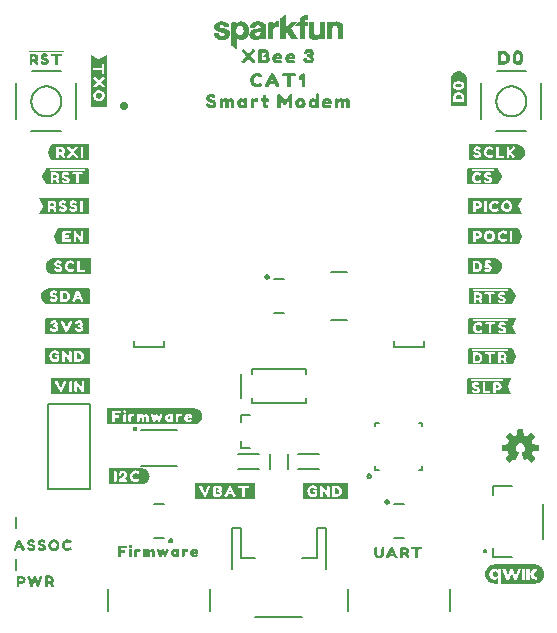
<source format=gto>
G04 EAGLE Gerber RS-274X export*
G75*
%MOMM*%
%FSLAX34Y34*%
%LPD*%
%INSilkscreen Top*%
%IPPOS*%
%AMOC8*
5,1,8,0,0,1.08239X$1,22.5*%
G01*
%ADD10C,0.203200*%
%ADD11C,0.400000*%
%ADD12C,0.718419*%
%ADD13C,0.127000*%
%ADD14C,0.152400*%

G36*
X157424Y183654D02*
X157424Y183654D01*
X157427Y183651D01*
X158127Y183751D01*
X158131Y183755D01*
X158134Y183753D01*
X158834Y183953D01*
X158835Y183954D01*
X158836Y183953D01*
X159436Y184153D01*
X159439Y184158D01*
X159442Y184156D01*
X160642Y184756D01*
X160645Y184763D01*
X160651Y184762D01*
X161151Y185162D01*
X161152Y185166D01*
X161155Y185165D01*
X162155Y186165D01*
X162155Y186169D01*
X162158Y186169D01*
X162558Y186669D01*
X162559Y186673D01*
X162561Y186673D01*
X162961Y187273D01*
X162961Y187279D01*
X162964Y187282D01*
X162963Y187283D01*
X162967Y187284D01*
X163166Y187882D01*
X163465Y188581D01*
X163463Y188589D01*
X163469Y188592D01*
X163569Y189192D01*
X163568Y189193D01*
X163569Y189193D01*
X163769Y190593D01*
X163763Y190603D01*
X163769Y190608D01*
X163669Y191208D01*
X163569Y191907D01*
X163565Y191911D01*
X163567Y191914D01*
X163367Y192614D01*
X163366Y192615D01*
X163367Y192616D01*
X163167Y193216D01*
X163162Y193219D01*
X163164Y193222D01*
X162864Y193822D01*
X162860Y193824D01*
X162861Y193827D01*
X162461Y194427D01*
X162458Y194428D01*
X162458Y194431D01*
X161658Y195431D01*
X161651Y195433D01*
X161651Y195438D01*
X161151Y195838D01*
X161147Y195839D01*
X161147Y195841D01*
X159947Y196641D01*
X159938Y196640D01*
X159936Y196647D01*
X159336Y196847D01*
X159334Y196846D01*
X159334Y196847D01*
X158635Y197047D01*
X158036Y197247D01*
X158029Y197245D01*
X158027Y197249D01*
X157327Y197349D01*
X157322Y197346D01*
X157320Y197349D01*
X84120Y197349D01*
X84115Y197346D01*
X84112Y197349D01*
X83512Y197249D01*
X83475Y197210D01*
X83473Y197208D01*
X83473Y197207D01*
X83471Y197205D01*
X83474Y197203D01*
X83471Y197200D01*
X83471Y184300D01*
X83474Y184295D01*
X83471Y184292D01*
X83571Y183692D01*
X83615Y183651D01*
X83618Y183654D01*
X83620Y183651D01*
X157420Y183651D01*
X157424Y183654D01*
G37*
G36*
X208327Y120187D02*
X208327Y120187D01*
X208322Y120194D01*
X208329Y120200D01*
X208329Y133800D01*
X208293Y133847D01*
X208286Y133842D01*
X208280Y133849D01*
X158080Y133849D01*
X158075Y133846D01*
X158072Y133849D01*
X157472Y133749D01*
X157435Y133710D01*
X157433Y133708D01*
X157433Y133707D01*
X157431Y133705D01*
X157434Y133703D01*
X157431Y133700D01*
X157431Y120200D01*
X157467Y120153D01*
X157474Y120158D01*
X157480Y120151D01*
X208280Y120151D01*
X208327Y120187D01*
G37*
G36*
X417452Y48823D02*
X417452Y48823D01*
X444949Y48823D01*
X444951Y48824D01*
X444953Y48823D01*
X445480Y48856D01*
X445481Y48856D01*
X445483Y48856D01*
X446535Y48962D01*
X446537Y48964D01*
X446541Y48963D01*
X447057Y49070D01*
X447059Y49072D01*
X447062Y49071D01*
X448073Y49385D01*
X448074Y49387D01*
X448078Y49387D01*
X448563Y49592D01*
X448565Y49594D01*
X448569Y49594D01*
X449498Y50099D01*
X449500Y50102D01*
X449504Y50102D01*
X449938Y50400D01*
X449939Y50403D01*
X449942Y50404D01*
X450758Y51077D01*
X450759Y51080D01*
X450763Y51082D01*
X451128Y51461D01*
X451129Y51463D01*
X451131Y51465D01*
X451804Y52280D01*
X451805Y52284D01*
X451809Y52287D01*
X452090Y52732D01*
X452090Y52734D01*
X452092Y52736D01*
X452597Y53665D01*
X452596Y53669D01*
X452600Y53673D01*
X452786Y54166D01*
X452785Y54168D01*
X452787Y54170D01*
X453101Y55180D01*
X453100Y55184D01*
X453103Y55188D01*
X453188Y55708D01*
X453187Y55709D01*
X453189Y55712D01*
X453295Y56764D01*
X453293Y56767D01*
X453295Y56771D01*
X453287Y57297D01*
X453285Y57299D01*
X453286Y57303D01*
X453180Y58355D01*
X453178Y58357D01*
X453179Y58361D01*
X453077Y58877D01*
X453075Y58879D01*
X453075Y58883D01*
X452762Y59893D01*
X452759Y59895D01*
X452760Y59899D01*
X452558Y60385D01*
X452556Y60387D01*
X452556Y60391D01*
X452051Y61320D01*
X452049Y61322D01*
X452048Y61326D01*
X451753Y61762D01*
X451751Y61763D01*
X451750Y61767D01*
X451077Y62582D01*
X451074Y62583D01*
X451072Y62587D01*
X450695Y62955D01*
X450693Y62956D01*
X450692Y62959D01*
X449876Y63632D01*
X449872Y63632D01*
X449870Y63636D01*
X449426Y63920D01*
X449424Y63920D01*
X449423Y63923D01*
X448493Y64427D01*
X448489Y64427D01*
X448486Y64431D01*
X447994Y64620D01*
X447992Y64620D01*
X447990Y64621D01*
X446980Y64935D01*
X446977Y64934D01*
X446972Y64937D01*
X446454Y65027D01*
X446452Y65026D01*
X446449Y65027D01*
X445397Y65133D01*
X445156Y65158D01*
X445153Y65156D01*
X445150Y65158D01*
X411834Y65158D01*
X411305Y65153D01*
X411303Y65151D01*
X411300Y65152D01*
X409721Y64993D01*
X409717Y64990D01*
X409709Y64991D01*
X408194Y64521D01*
X408190Y64516D01*
X408182Y64516D01*
X406789Y63759D01*
X406786Y63754D01*
X406779Y63752D01*
X405561Y62736D01*
X405559Y62731D01*
X405552Y62727D01*
X404554Y61496D01*
X404554Y61491D01*
X404548Y61486D01*
X404043Y60557D01*
X404044Y60556D01*
X404042Y60555D01*
X403807Y60083D01*
X403808Y60078D01*
X403803Y60073D01*
X403490Y59063D01*
X403490Y59062D01*
X403489Y59061D01*
X403350Y58553D01*
X403351Y58548D01*
X403348Y58542D01*
X403195Y56964D01*
X403198Y56959D01*
X403195Y56951D01*
X403355Y55373D01*
X403358Y55369D01*
X403357Y55361D01*
X403823Y53845D01*
X403827Y53841D01*
X403828Y53833D01*
X404579Y52437D01*
X404584Y52434D01*
X404586Y52427D01*
X404649Y52351D01*
X404856Y52100D01*
X404857Y52100D01*
X405064Y51849D01*
X405272Y51598D01*
X405480Y51347D01*
X405597Y51205D01*
X405603Y51203D01*
X405606Y51196D01*
X406836Y50195D01*
X406841Y50195D01*
X406846Y50189D01*
X408246Y49445D01*
X408251Y49446D01*
X408257Y49440D01*
X409775Y48983D01*
X409780Y48985D01*
X409787Y48981D01*
X411365Y48823D01*
X411368Y48824D01*
X411371Y48823D01*
X413868Y48823D01*
X413887Y48835D01*
X413910Y48839D01*
X413916Y48854D01*
X413925Y48859D01*
X413923Y48870D01*
X413930Y48886D01*
X413929Y49035D01*
X413929Y53418D01*
X413922Y53429D01*
X413924Y53442D01*
X413905Y53455D01*
X413892Y53475D01*
X413879Y53473D01*
X413868Y53481D01*
X413834Y53467D01*
X413825Y53465D01*
X413823Y53462D01*
X413820Y53461D01*
X413598Y53222D01*
X413217Y52868D01*
X412784Y52584D01*
X412312Y52371D01*
X411810Y52245D01*
X411294Y52188D01*
X410773Y52209D01*
X410254Y52258D01*
X409752Y52395D01*
X409261Y52565D01*
X408808Y52819D01*
X408391Y53127D01*
X408004Y53473D01*
X407696Y53892D01*
X407419Y54332D01*
X407204Y54807D01*
X407044Y55302D01*
X406919Y55809D01*
X406820Y56851D01*
X406885Y57895D01*
X407000Y58404D01*
X407133Y58909D01*
X407349Y59382D01*
X407603Y59837D01*
X407909Y60257D01*
X408281Y60618D01*
X408684Y60943D01*
X409138Y61196D01*
X409622Y61384D01*
X410119Y61535D01*
X411160Y61615D01*
X411677Y61566D01*
X412183Y61451D01*
X412665Y61261D01*
X413107Y60992D01*
X413508Y60659D01*
X413823Y60364D01*
X413834Y60362D01*
X413840Y60353D01*
X413865Y60357D01*
X413890Y60352D01*
X413896Y60361D01*
X413907Y60363D01*
X413926Y60404D01*
X413929Y60408D01*
X413928Y60409D01*
X413929Y60410D01*
X413929Y61465D01*
X413933Y61518D01*
X416878Y61518D01*
X416878Y48878D01*
X416890Y48859D01*
X416894Y48836D01*
X416909Y48830D01*
X416914Y48821D01*
X416925Y48823D01*
X416941Y48816D01*
X417452Y48823D01*
G37*
G36*
X430585Y407174D02*
X430585Y407174D01*
X430588Y407171D01*
X431188Y407271D01*
X431191Y407275D01*
X431194Y407273D01*
X432594Y407673D01*
X432595Y407674D01*
X432596Y407673D01*
X433196Y407873D01*
X433201Y407881D01*
X433207Y407879D01*
X433807Y408279D01*
X433808Y408282D01*
X433811Y408282D01*
X434811Y409082D01*
X434812Y409086D01*
X434815Y409085D01*
X435315Y409585D01*
X435315Y409589D01*
X435318Y409589D01*
X435718Y410089D01*
X435719Y410093D01*
X435721Y410093D01*
X436121Y410693D01*
X436121Y410697D01*
X436124Y410698D01*
X436424Y411298D01*
X436423Y411303D01*
X436427Y411304D01*
X436627Y411904D01*
X436626Y411906D01*
X436627Y411906D01*
X436827Y412606D01*
X436826Y412610D01*
X436829Y412612D01*
X436929Y413212D01*
X436927Y413215D01*
X436926Y413217D01*
X436929Y413220D01*
X436929Y414620D01*
X436926Y414624D01*
X436929Y414627D01*
X436829Y415327D01*
X436828Y415328D01*
X436829Y415328D01*
X436729Y415928D01*
X436722Y415934D01*
X436725Y415939D01*
X436425Y416639D01*
X436423Y416641D01*
X436424Y416642D01*
X435824Y417842D01*
X435817Y417845D01*
X435818Y417851D01*
X435418Y418351D01*
X435414Y418352D01*
X435415Y418355D01*
X434415Y419355D01*
X434411Y419355D01*
X434411Y419358D01*
X433911Y419758D01*
X433903Y419759D01*
X433902Y419764D01*
X432702Y420364D01*
X432697Y420363D01*
X432696Y420367D01*
X432096Y420567D01*
X432094Y420566D01*
X432094Y420567D01*
X431394Y420767D01*
X431384Y420764D01*
X431380Y420769D01*
X430684Y420769D01*
X430088Y420869D01*
X430083Y420866D01*
X430080Y420869D01*
X392880Y420869D01*
X392874Y420864D01*
X392866Y420867D01*
X392862Y420855D01*
X392833Y420833D01*
X392838Y420827D01*
X392837Y420826D01*
X392846Y420814D01*
X392844Y420810D01*
X392822Y420846D01*
X392788Y420859D01*
X392780Y420869D01*
X389580Y420869D01*
X389533Y420833D01*
X389535Y420830D01*
X389531Y420828D01*
X389431Y420228D01*
X389434Y420223D01*
X389431Y420220D01*
X389431Y407420D01*
X389460Y407382D01*
X389462Y407374D01*
X389962Y407174D01*
X389975Y407178D01*
X389980Y407171D01*
X430580Y407171D01*
X430585Y407174D01*
G37*
G36*
X434457Y361487D02*
X434457Y361487D01*
X434457Y361488D01*
X434458Y361488D01*
X434558Y361888D01*
X434548Y361910D01*
X434554Y361922D01*
X431557Y368015D01*
X431461Y368592D01*
X434554Y374577D01*
X434553Y374584D01*
X434557Y374587D01*
X434552Y374594D01*
X434559Y374600D01*
X434559Y375100D01*
X434523Y375147D01*
X434516Y375142D01*
X434510Y375149D01*
X389210Y375149D01*
X389163Y375113D01*
X389165Y375110D01*
X389161Y375108D01*
X389061Y374508D01*
X389064Y374503D01*
X389061Y374500D01*
X389061Y361600D01*
X389097Y361553D01*
X389100Y361555D01*
X389102Y361551D01*
X389702Y361451D01*
X389707Y361454D01*
X389710Y361451D01*
X434410Y361451D01*
X434457Y361487D01*
G37*
G36*
X431028Y336065D02*
X431028Y336065D01*
X431041Y336062D01*
X431541Y336462D01*
X431545Y336476D01*
X431554Y336478D01*
X434554Y342578D01*
X434553Y342584D01*
X434558Y342588D01*
X434556Y342590D01*
X434559Y342592D01*
X434659Y343192D01*
X434648Y343211D01*
X434654Y343223D01*
X431554Y349223D01*
X431547Y349226D01*
X431548Y349231D01*
X431148Y349731D01*
X431119Y349738D01*
X431116Y349742D01*
X431115Y349742D01*
X431110Y349749D01*
X389210Y349749D01*
X389163Y349713D01*
X389165Y349710D01*
X389161Y349708D01*
X389061Y349108D01*
X389064Y349103D01*
X389061Y349100D01*
X389061Y336200D01*
X389097Y336153D01*
X389100Y336155D01*
X389102Y336151D01*
X389702Y336051D01*
X389707Y336054D01*
X389710Y336051D01*
X431010Y336051D01*
X431028Y336065D01*
G37*
G36*
X82947Y452127D02*
X82947Y452127D01*
X82945Y452130D01*
X82949Y452132D01*
X83049Y452732D01*
X83046Y452737D01*
X83049Y452740D01*
X83049Y496140D01*
X83046Y496145D01*
X83048Y496150D01*
X83038Y496154D01*
X83013Y496187D01*
X82997Y496175D01*
X82978Y496184D01*
X76296Y492793D01*
X75719Y492986D01*
X69622Y496084D01*
X69564Y496073D01*
X69565Y496064D01*
X69556Y496062D01*
X69356Y495662D01*
X69359Y495646D01*
X69351Y495640D01*
X69351Y452240D01*
X69387Y452193D01*
X69390Y452195D01*
X69392Y452191D01*
X69992Y452091D01*
X69997Y452094D01*
X70000Y452091D01*
X82900Y452091D01*
X82947Y452127D01*
G37*
G36*
X67407Y361487D02*
X67407Y361487D01*
X67405Y361490D01*
X67409Y361492D01*
X67509Y362092D01*
X67506Y362097D01*
X67509Y362100D01*
X67509Y375000D01*
X67473Y375047D01*
X67471Y375046D01*
X67470Y375048D01*
X66970Y375148D01*
X66963Y375145D01*
X66960Y375149D01*
X32460Y375149D01*
X32457Y375147D01*
X32453Y375149D01*
X32448Y375140D01*
X32413Y375113D01*
X32417Y375107D01*
X32416Y375106D01*
X32424Y375096D01*
X32420Y375089D01*
X32404Y375122D01*
X32367Y375141D01*
X32360Y375149D01*
X26260Y375149D01*
X26255Y375146D01*
X26252Y375149D01*
X25652Y375049D01*
X25652Y375048D01*
X25651Y375048D01*
X25650Y375047D01*
X25611Y375005D01*
X25624Y374994D01*
X25616Y374978D01*
X28907Y368296D01*
X28714Y367719D01*
X25716Y361722D01*
X25727Y361664D01*
X25736Y361665D01*
X25738Y361656D01*
X26138Y361456D01*
X26154Y361459D01*
X26160Y361451D01*
X67360Y361451D01*
X67407Y361487D01*
G37*
G36*
X68056Y285270D02*
X68056Y285270D01*
X68069Y285270D01*
X68369Y285670D01*
X68369Y285678D01*
X68373Y285681D01*
X68369Y285685D01*
X68369Y285692D01*
X68379Y285700D01*
X68379Y298600D01*
X68360Y298626D01*
X68360Y298639D01*
X67960Y298939D01*
X67942Y298939D01*
X67939Y298942D01*
X67935Y298942D01*
X67930Y298949D01*
X33730Y298949D01*
X33726Y298946D01*
X33723Y298949D01*
X33023Y298849D01*
X33018Y298844D01*
X33014Y298847D01*
X32415Y298647D01*
X31716Y298447D01*
X31715Y298446D01*
X31714Y298447D01*
X31114Y298247D01*
X31109Y298239D01*
X31103Y298241D01*
X30505Y297843D01*
X29908Y297544D01*
X29903Y297534D01*
X29895Y297535D01*
X29395Y297035D01*
X29395Y297031D01*
X29392Y297031D01*
X28592Y296031D01*
X28591Y296027D01*
X28589Y296027D01*
X28189Y295427D01*
X28189Y295423D01*
X28186Y295422D01*
X27586Y294222D01*
X27588Y294211D01*
X27581Y294207D01*
X27481Y293508D01*
X27381Y292908D01*
X27382Y292907D01*
X27381Y292907D01*
X27281Y292207D01*
X27284Y292202D01*
X27281Y292200D01*
X27281Y291500D01*
X27284Y291496D01*
X27281Y291493D01*
X27381Y290793D01*
X27386Y290788D01*
X27383Y290784D01*
X27783Y289584D01*
X27786Y289583D01*
X27785Y289581D01*
X28085Y288881D01*
X28089Y288878D01*
X28088Y288875D01*
X28388Y288375D01*
X28389Y288374D01*
X28389Y288373D01*
X28789Y287773D01*
X28796Y287770D01*
X28795Y287765D01*
X29295Y287265D01*
X29299Y287265D01*
X29299Y287262D01*
X30299Y286462D01*
X30303Y286461D01*
X30303Y286459D01*
X30903Y286059D01*
X30907Y286059D01*
X30908Y286056D01*
X31508Y285756D01*
X31515Y285757D01*
X31516Y285753D01*
X32215Y285553D01*
X32814Y285353D01*
X32825Y285357D01*
X32830Y285351D01*
X33527Y285351D01*
X34223Y285251D01*
X34228Y285254D01*
X34230Y285251D01*
X68030Y285251D01*
X68056Y285270D01*
G37*
G36*
X426503Y234476D02*
X426503Y234476D01*
X426514Y234478D01*
X429814Y241078D01*
X429813Y241083D01*
X429817Y241086D01*
X429811Y241094D01*
X429810Y241099D01*
X429819Y241108D01*
X429719Y241708D01*
X429711Y241715D01*
X429714Y241722D01*
X426714Y247822D01*
X426697Y247831D01*
X426695Y247842D01*
X426195Y248142D01*
X426183Y248141D01*
X426182Y248142D01*
X426175Y248142D01*
X426170Y248149D01*
X392270Y248149D01*
X392223Y248113D01*
X392227Y248108D01*
X392224Y248106D01*
X392226Y248104D01*
X392221Y248100D01*
X392218Y248112D01*
X392171Y248149D01*
X392170Y248149D01*
X389270Y248149D01*
X389261Y248142D01*
X389252Y248136D01*
X389240Y248139D01*
X388840Y247839D01*
X388835Y247820D01*
X388823Y247811D01*
X388827Y247805D01*
X388821Y247800D01*
X388821Y234900D01*
X388834Y234882D01*
X388831Y234870D01*
X389131Y234470D01*
X389162Y234462D01*
X389170Y234451D01*
X426470Y234451D01*
X426503Y234476D01*
G37*
G36*
X428975Y259854D02*
X428975Y259854D01*
X428978Y259851D01*
X429578Y259951D01*
X429579Y259952D01*
X429580Y259954D01*
X429619Y259995D01*
X429606Y260007D01*
X429614Y260022D01*
X426323Y266604D01*
X426516Y267181D01*
X429514Y273278D01*
X429514Y273281D01*
X429515Y273283D01*
X429513Y273286D01*
X429503Y273337D01*
X429494Y273335D01*
X429492Y273344D01*
X429092Y273544D01*
X429082Y273542D01*
X429075Y273542D01*
X429070Y273549D01*
X392570Y273549D01*
X392563Y273544D01*
X392555Y273547D01*
X392550Y273534D01*
X392523Y273513D01*
X392528Y273507D01*
X392527Y273506D01*
X392528Y273505D01*
X392526Y273504D01*
X392511Y273527D01*
X392478Y273539D01*
X392470Y273549D01*
X389270Y273549D01*
X389223Y273513D01*
X389225Y273510D01*
X389221Y273508D01*
X389121Y272908D01*
X389124Y272903D01*
X389121Y272900D01*
X389121Y260100D01*
X389150Y260062D01*
X389152Y260054D01*
X389652Y259854D01*
X389665Y259858D01*
X389670Y259851D01*
X428970Y259851D01*
X428975Y259854D01*
G37*
G36*
X425803Y285276D02*
X425803Y285276D01*
X425814Y285278D01*
X426114Y285878D01*
X429214Y291978D01*
X429213Y291982D01*
X429216Y291985D01*
X429211Y291991D01*
X429209Y292004D01*
X429217Y292016D01*
X429017Y292616D01*
X429012Y292619D01*
X429014Y292622D01*
X426014Y298622D01*
X425997Y298631D01*
X425995Y298642D01*
X425495Y298942D01*
X425483Y298941D01*
X425482Y298942D01*
X425475Y298942D01*
X425470Y298949D01*
X392970Y298949D01*
X392968Y298948D01*
X392966Y298949D01*
X392963Y298944D01*
X392923Y298913D01*
X392926Y298909D01*
X392921Y298907D01*
X392921Y298904D01*
X392916Y298917D01*
X392874Y298944D01*
X392870Y298949D01*
X389870Y298949D01*
X389849Y298933D01*
X389835Y298935D01*
X389435Y298535D01*
X389433Y298520D01*
X389423Y298512D01*
X389428Y298505D01*
X389421Y298500D01*
X389421Y285600D01*
X389440Y285574D01*
X389440Y285561D01*
X389840Y285261D01*
X389862Y285261D01*
X389870Y285251D01*
X425770Y285251D01*
X425803Y285276D01*
G37*
G36*
X67456Y386870D02*
X67456Y386870D01*
X67469Y386870D01*
X67769Y387270D01*
X67769Y387278D01*
X67773Y387281D01*
X67769Y387285D01*
X67769Y387292D01*
X67779Y387300D01*
X67779Y400200D01*
X67760Y400226D01*
X67760Y400239D01*
X67360Y400539D01*
X67342Y400539D01*
X67339Y400542D01*
X67335Y400542D01*
X67330Y400549D01*
X34830Y400549D01*
X34828Y400548D01*
X34826Y400549D01*
X34823Y400544D01*
X34783Y400513D01*
X34786Y400509D01*
X34781Y400507D01*
X34781Y400504D01*
X34776Y400517D01*
X34734Y400544D01*
X34730Y400549D01*
X31730Y400549D01*
X31721Y400542D01*
X31718Y400542D01*
X31714Y400539D01*
X31705Y400542D01*
X31205Y400242D01*
X31197Y400224D01*
X31186Y400222D01*
X28186Y394122D01*
X28188Y394111D01*
X28181Y394108D01*
X28081Y393508D01*
X28091Y393489D01*
X28086Y393478D01*
X31086Y387378D01*
X31093Y387375D01*
X31092Y387369D01*
X31492Y386869D01*
X31522Y386862D01*
X31530Y386851D01*
X67430Y386851D01*
X67456Y386870D01*
G37*
G36*
X68477Y234487D02*
X68477Y234487D01*
X68472Y234494D01*
X68479Y234500D01*
X68479Y248000D01*
X68443Y248047D01*
X68440Y248045D01*
X68438Y248049D01*
X67838Y248149D01*
X67833Y248146D01*
X67830Y248149D01*
X34030Y248149D01*
X34023Y248144D01*
X34014Y248147D01*
X34010Y248134D01*
X33983Y248113D01*
X33988Y248107D01*
X33987Y248106D01*
X33997Y248094D01*
X33996Y248093D01*
X33970Y248129D01*
X33938Y248139D01*
X33930Y248149D01*
X30630Y248149D01*
X30583Y248113D01*
X30586Y248109D01*
X30583Y248106D01*
X30585Y248103D01*
X30581Y248100D01*
X30581Y234600D01*
X30617Y234553D01*
X30620Y234555D01*
X30622Y234551D01*
X31222Y234451D01*
X31227Y234454D01*
X31230Y234451D01*
X68430Y234451D01*
X68477Y234487D01*
G37*
G36*
X286917Y120187D02*
X286917Y120187D01*
X286912Y120194D01*
X286919Y120200D01*
X286919Y133700D01*
X286883Y133747D01*
X286880Y133745D01*
X286878Y133749D01*
X286278Y133849D01*
X286273Y133846D01*
X286270Y133849D01*
X252470Y133849D01*
X252463Y133844D01*
X252454Y133847D01*
X252450Y133834D01*
X252423Y133813D01*
X252428Y133807D01*
X252427Y133806D01*
X252437Y133794D01*
X252436Y133793D01*
X252410Y133829D01*
X252378Y133839D01*
X252370Y133849D01*
X249070Y133849D01*
X249023Y133813D01*
X249026Y133809D01*
X249023Y133806D01*
X249025Y133803D01*
X249021Y133800D01*
X249021Y120300D01*
X249057Y120253D01*
X249060Y120255D01*
X249062Y120251D01*
X249662Y120151D01*
X249667Y120154D01*
X249670Y120151D01*
X286870Y120151D01*
X286917Y120187D01*
G37*
G36*
X68077Y259887D02*
X68077Y259887D01*
X68075Y259890D01*
X68079Y259892D01*
X68179Y260492D01*
X68176Y260497D01*
X68179Y260500D01*
X68179Y273400D01*
X68143Y273447D01*
X68140Y273445D01*
X68138Y273449D01*
X67538Y273549D01*
X67533Y273546D01*
X67530Y273549D01*
X31130Y273549D01*
X31092Y273520D01*
X31084Y273518D01*
X30884Y273018D01*
X30885Y273016D01*
X30883Y273014D01*
X30887Y273008D01*
X30888Y273005D01*
X30881Y273000D01*
X30881Y260100D01*
X30910Y260062D01*
X30912Y260054D01*
X31412Y259854D01*
X31425Y259858D01*
X31430Y259851D01*
X68030Y259851D01*
X68077Y259887D01*
G37*
G36*
X68981Y310659D02*
X68981Y310659D01*
X68988Y310654D01*
X69488Y310854D01*
X69503Y310878D01*
X69510Y310884D01*
X69508Y310887D01*
X69513Y310895D01*
X69519Y310900D01*
X69519Y323800D01*
X69511Y323811D01*
X69516Y323818D01*
X69316Y324318D01*
X69275Y324343D01*
X69270Y324349D01*
X38070Y324349D01*
X38065Y324346D01*
X38062Y324349D01*
X37466Y324249D01*
X36770Y324249D01*
X36763Y324244D01*
X36759Y324244D01*
X36754Y324247D01*
X36155Y324047D01*
X35456Y323847D01*
X35452Y323842D01*
X35448Y323844D01*
X34848Y323544D01*
X34846Y323540D01*
X34843Y323541D01*
X34243Y323141D01*
X34242Y323138D01*
X34239Y323138D01*
X33239Y322338D01*
X33238Y322334D01*
X33235Y322335D01*
X32735Y321835D01*
X32734Y321828D01*
X32729Y321827D01*
X32329Y321227D01*
X32329Y321223D01*
X32326Y321222D01*
X31726Y320022D01*
X31727Y320017D01*
X31723Y320016D01*
X31523Y319416D01*
X31524Y319414D01*
X31523Y319414D01*
X31323Y318714D01*
X31326Y318704D01*
X31321Y318700D01*
X31321Y318004D01*
X31221Y317408D01*
X31227Y317398D01*
X31221Y317393D01*
X31421Y315993D01*
X31426Y315988D01*
X31423Y315984D01*
X31623Y315385D01*
X31823Y314686D01*
X31828Y314682D01*
X31826Y314678D01*
X32126Y314078D01*
X32133Y314075D01*
X32132Y314069D01*
X32530Y313571D01*
X32929Y312973D01*
X32936Y312970D01*
X32935Y312965D01*
X33435Y312465D01*
X33439Y312465D01*
X33439Y312462D01*
X33939Y312062D01*
X33943Y312061D01*
X33943Y312059D01*
X34543Y311659D01*
X34547Y311659D01*
X34548Y311656D01*
X35748Y311056D01*
X35753Y311057D01*
X35754Y311053D01*
X36354Y310853D01*
X36361Y310855D01*
X36363Y310851D01*
X37763Y310651D01*
X37768Y310654D01*
X37770Y310651D01*
X68970Y310651D01*
X68981Y310659D01*
G37*
G36*
X425158Y209072D02*
X425158Y209072D01*
X425171Y209073D01*
X425371Y209373D01*
X425371Y209379D01*
X425374Y209382D01*
X425370Y209388D01*
X425369Y209411D01*
X425374Y209422D01*
X422377Y215515D01*
X422281Y216092D01*
X425274Y222078D01*
X425273Y222083D01*
X425277Y222084D01*
X425477Y222684D01*
X425476Y222686D01*
X425477Y222687D01*
X425475Y222690D01*
X425458Y222741D01*
X425441Y222735D01*
X425430Y222749D01*
X388430Y222749D01*
X388404Y222730D01*
X388391Y222730D01*
X388091Y222330D01*
X388091Y222318D01*
X388083Y222312D01*
X388088Y222305D01*
X388081Y222300D01*
X388081Y209400D01*
X388100Y209374D01*
X388100Y209361D01*
X388500Y209061D01*
X388522Y209061D01*
X388530Y209051D01*
X425130Y209051D01*
X425158Y209072D01*
G37*
G36*
X442390Y151276D02*
X442390Y151276D01*
X442498Y151286D01*
X442511Y151292D01*
X442525Y151294D01*
X442622Y151342D01*
X442721Y151387D01*
X442734Y151398D01*
X442743Y151402D01*
X442758Y151418D01*
X442835Y151480D01*
X445420Y154065D01*
X445483Y154154D01*
X445549Y154239D01*
X445554Y154252D01*
X445562Y154264D01*
X445593Y154367D01*
X445629Y154470D01*
X445629Y154484D01*
X445633Y154497D01*
X445629Y154605D01*
X445630Y154714D01*
X445625Y154727D01*
X445625Y154741D01*
X445587Y154843D01*
X445552Y154945D01*
X445543Y154960D01*
X445539Y154969D01*
X445525Y154986D01*
X445471Y155068D01*
X442707Y158458D01*
X443264Y159540D01*
X443270Y159560D01*
X443312Y159655D01*
X443683Y160814D01*
X448034Y161257D01*
X448138Y161285D01*
X448244Y161310D01*
X448256Y161317D01*
X448269Y161320D01*
X448359Y161381D01*
X448452Y161438D01*
X448460Y161449D01*
X448472Y161457D01*
X448538Y161543D01*
X448607Y161627D01*
X448611Y161640D01*
X448620Y161651D01*
X448654Y161754D01*
X448693Y161855D01*
X448694Y161873D01*
X448698Y161882D01*
X448698Y161904D01*
X448707Y162002D01*
X448707Y165658D01*
X448690Y165765D01*
X448676Y165873D01*
X448670Y165885D01*
X448668Y165899D01*
X448616Y165995D01*
X448569Y166092D01*
X448559Y166102D01*
X448553Y166114D01*
X448473Y166188D01*
X448397Y166265D01*
X448385Y166271D01*
X448375Y166281D01*
X448276Y166326D01*
X448179Y166374D01*
X448161Y166378D01*
X448152Y166382D01*
X448131Y166384D01*
X448034Y166403D01*
X443683Y166846D01*
X443312Y168005D01*
X443303Y168022D01*
X443301Y168030D01*
X443297Y168037D01*
X443264Y168120D01*
X442707Y169202D01*
X445471Y172592D01*
X445525Y172686D01*
X445582Y172778D01*
X445585Y172791D01*
X445592Y172803D01*
X445613Y172910D01*
X445638Y173015D01*
X445636Y173029D01*
X445639Y173043D01*
X445624Y173150D01*
X445614Y173258D01*
X445608Y173271D01*
X445606Y173285D01*
X445558Y173382D01*
X445513Y173481D01*
X445502Y173494D01*
X445498Y173503D01*
X445482Y173518D01*
X445420Y173595D01*
X442835Y176180D01*
X442746Y176243D01*
X442661Y176309D01*
X442648Y176314D01*
X442636Y176322D01*
X442533Y176353D01*
X442430Y176389D01*
X442416Y176389D01*
X442403Y176393D01*
X442295Y176389D01*
X442186Y176390D01*
X442173Y176385D01*
X442159Y176385D01*
X442057Y176347D01*
X441955Y176312D01*
X441940Y176303D01*
X441931Y176299D01*
X441914Y176285D01*
X441832Y176231D01*
X438442Y173467D01*
X437360Y174024D01*
X437340Y174030D01*
X437245Y174072D01*
X436086Y174443D01*
X435643Y178794D01*
X435615Y178898D01*
X435590Y179004D01*
X435583Y179016D01*
X435580Y179029D01*
X435519Y179119D01*
X435462Y179212D01*
X435451Y179220D01*
X435443Y179232D01*
X435357Y179298D01*
X435273Y179367D01*
X435260Y179371D01*
X435249Y179380D01*
X435146Y179414D01*
X435045Y179453D01*
X435027Y179454D01*
X435018Y179458D01*
X434996Y179458D01*
X434898Y179467D01*
X431242Y179467D01*
X431135Y179450D01*
X431027Y179436D01*
X431015Y179430D01*
X431001Y179428D01*
X430905Y179376D01*
X430808Y179329D01*
X430798Y179319D01*
X430786Y179313D01*
X430712Y179233D01*
X430635Y179157D01*
X430629Y179145D01*
X430619Y179135D01*
X430574Y179036D01*
X430526Y178939D01*
X430522Y178921D01*
X430518Y178912D01*
X430516Y178891D01*
X430497Y178794D01*
X430054Y174443D01*
X428895Y174072D01*
X428877Y174062D01*
X428780Y174024D01*
X427698Y173467D01*
X424308Y176231D01*
X424214Y176285D01*
X424122Y176342D01*
X424109Y176345D01*
X424097Y176352D01*
X423990Y176373D01*
X423885Y176398D01*
X423871Y176396D01*
X423857Y176399D01*
X423750Y176384D01*
X423642Y176374D01*
X423629Y176368D01*
X423616Y176366D01*
X423518Y176318D01*
X423419Y176273D01*
X423406Y176262D01*
X423397Y176258D01*
X423382Y176242D01*
X423305Y176180D01*
X420720Y173595D01*
X420657Y173506D01*
X420591Y173421D01*
X420586Y173408D01*
X420578Y173396D01*
X420547Y173293D01*
X420511Y173190D01*
X420511Y173176D01*
X420507Y173163D01*
X420511Y173055D01*
X420510Y172946D01*
X420515Y172933D01*
X420515Y172919D01*
X420553Y172817D01*
X420588Y172715D01*
X420597Y172700D01*
X420601Y172691D01*
X420615Y172674D01*
X420669Y172592D01*
X423433Y169202D01*
X422876Y168120D01*
X422870Y168100D01*
X422828Y168005D01*
X422457Y166846D01*
X418106Y166403D01*
X418002Y166375D01*
X417896Y166350D01*
X417884Y166343D01*
X417871Y166340D01*
X417781Y166279D01*
X417688Y166222D01*
X417680Y166211D01*
X417668Y166203D01*
X417602Y166117D01*
X417534Y166033D01*
X417529Y166020D01*
X417520Y166009D01*
X417486Y165906D01*
X417447Y165805D01*
X417446Y165787D01*
X417442Y165778D01*
X417443Y165756D01*
X417433Y165658D01*
X417433Y162002D01*
X417450Y161895D01*
X417464Y161787D01*
X417470Y161775D01*
X417472Y161761D01*
X417524Y161665D01*
X417571Y161568D01*
X417581Y161558D01*
X417587Y161546D01*
X417667Y161472D01*
X417743Y161395D01*
X417755Y161389D01*
X417766Y161379D01*
X417864Y161334D01*
X417961Y161286D01*
X417979Y161282D01*
X417988Y161278D01*
X418009Y161276D01*
X418106Y161257D01*
X422457Y160814D01*
X422828Y159655D01*
X422838Y159637D01*
X422876Y159540D01*
X423433Y158458D01*
X420669Y155068D01*
X420615Y154974D01*
X420558Y154882D01*
X420555Y154869D01*
X420548Y154857D01*
X420527Y154750D01*
X420502Y154645D01*
X420504Y154631D01*
X420501Y154617D01*
X420516Y154510D01*
X420526Y154402D01*
X420532Y154389D01*
X420534Y154376D01*
X420582Y154278D01*
X420627Y154179D01*
X420638Y154166D01*
X420642Y154157D01*
X420658Y154142D01*
X420720Y154065D01*
X423305Y151480D01*
X423394Y151417D01*
X423479Y151351D01*
X423492Y151346D01*
X423504Y151338D01*
X423607Y151307D01*
X423710Y151271D01*
X423724Y151271D01*
X423737Y151267D01*
X423845Y151271D01*
X423954Y151270D01*
X423967Y151275D01*
X423981Y151275D01*
X424083Y151313D01*
X424185Y151348D01*
X424200Y151357D01*
X424209Y151361D01*
X424226Y151375D01*
X424308Y151429D01*
X427698Y154193D01*
X428780Y153636D01*
X428833Y153619D01*
X428882Y153593D01*
X428948Y153582D01*
X429012Y153561D01*
X429068Y153562D01*
X429122Y153553D01*
X429189Y153564D01*
X429256Y153565D01*
X429308Y153583D01*
X429363Y153592D01*
X429423Y153624D01*
X429486Y153647D01*
X429529Y153681D01*
X429579Y153707D01*
X429625Y153756D01*
X429677Y153798D01*
X429708Y153845D01*
X429746Y153885D01*
X429802Y153990D01*
X429810Y154003D01*
X429811Y154008D01*
X429815Y154015D01*
X431968Y159212D01*
X431988Y159296D01*
X431993Y159308D01*
X431995Y159324D01*
X432020Y159410D01*
X432019Y159430D01*
X432024Y159450D01*
X432016Y159532D01*
X432017Y159551D01*
X432013Y159571D01*
X432009Y159654D01*
X432002Y159673D01*
X432000Y159693D01*
X431968Y159762D01*
X431962Y159789D01*
X431947Y159813D01*
X431920Y159882D01*
X431907Y159897D01*
X431899Y159915D01*
X431854Y159964D01*
X431834Y159996D01*
X431802Y160022D01*
X431763Y160068D01*
X431742Y160083D01*
X431732Y160093D01*
X431711Y160105D01*
X431648Y160149D01*
X431645Y160151D01*
X431644Y160151D01*
X431642Y160153D01*
X430758Y160648D01*
X430079Y161275D01*
X429565Y162044D01*
X429245Y162912D01*
X429137Y163829D01*
X429250Y164764D01*
X429581Y165645D01*
X430113Y166422D01*
X430814Y167051D01*
X431644Y167494D01*
X432556Y167728D01*
X433498Y167738D01*
X434414Y167524D01*
X435254Y167099D01*
X435968Y166486D01*
X436517Y165721D01*
X436868Y164847D01*
X437001Y163915D01*
X436909Y162978D01*
X436597Y162090D01*
X436082Y161302D01*
X435395Y160658D01*
X434496Y160152D01*
X434456Y160119D01*
X434414Y160097D01*
X434383Y160064D01*
X434335Y160029D01*
X434322Y160012D01*
X434306Y159999D01*
X434271Y159945D01*
X434247Y159919D01*
X434234Y159888D01*
X434192Y159831D01*
X434186Y159811D01*
X434175Y159793D01*
X434157Y159720D01*
X434147Y159697D01*
X434144Y159673D01*
X434121Y159598D01*
X434122Y159577D01*
X434117Y159556D01*
X434124Y159472D01*
X434123Y159454D01*
X434126Y159438D01*
X434129Y159354D01*
X434137Y159328D01*
X434138Y159313D01*
X434148Y159291D01*
X434172Y159212D01*
X434480Y158467D01*
X434481Y158467D01*
X434791Y157718D01*
X435101Y156969D01*
X435101Y156968D01*
X435412Y156220D01*
X435412Y156219D01*
X435722Y155470D01*
X436032Y154721D01*
X436033Y154721D01*
X436325Y154015D01*
X436354Y153968D01*
X436375Y153916D01*
X436418Y153865D01*
X436454Y153808D01*
X436497Y153773D01*
X436533Y153730D01*
X436590Y153696D01*
X436642Y153653D01*
X436694Y153634D01*
X436742Y153605D01*
X436808Y153591D01*
X436871Y153567D01*
X436926Y153565D01*
X436980Y153554D01*
X437047Y153561D01*
X437114Y153559D01*
X437168Y153575D01*
X437223Y153582D01*
X437334Y153626D01*
X437348Y153630D01*
X437352Y153633D01*
X437360Y153636D01*
X438442Y154193D01*
X441832Y151429D01*
X441926Y151375D01*
X442018Y151318D01*
X442031Y151315D01*
X442043Y151308D01*
X442150Y151287D01*
X442255Y151262D01*
X442269Y151264D01*
X442283Y151261D01*
X442390Y151276D01*
G37*
G36*
X67375Y407174D02*
X67375Y407174D01*
X67378Y407171D01*
X67978Y407271D01*
X68019Y407315D01*
X68016Y407318D01*
X68019Y407320D01*
X68019Y420820D01*
X67983Y420867D01*
X67976Y420862D01*
X67970Y420869D01*
X36470Y420869D01*
X36452Y420855D01*
X36439Y420858D01*
X35939Y420458D01*
X35936Y420444D01*
X35926Y420442D01*
X32926Y414442D01*
X32928Y414432D01*
X32921Y414428D01*
X32821Y413828D01*
X32831Y413809D01*
X32826Y413798D01*
X35826Y407698D01*
X35833Y407695D01*
X35832Y407689D01*
X36232Y407189D01*
X36262Y407182D01*
X36270Y407171D01*
X67370Y407171D01*
X67375Y407174D01*
G37*
G36*
X68717Y209087D02*
X68717Y209087D01*
X68712Y209094D01*
X68719Y209100D01*
X68719Y222700D01*
X68683Y222747D01*
X68676Y222742D01*
X68670Y222749D01*
X35470Y222749D01*
X35423Y222713D01*
X35426Y222709D01*
X35423Y222706D01*
X35425Y222703D01*
X35421Y222700D01*
X35421Y209100D01*
X35457Y209053D01*
X35464Y209058D01*
X35470Y209051D01*
X68670Y209051D01*
X68717Y209087D01*
G37*
G36*
X112834Y132854D02*
X112834Y132854D01*
X112837Y132851D01*
X113537Y132951D01*
X113542Y132956D01*
X113546Y132953D01*
X114145Y133153D01*
X114844Y133353D01*
X114848Y133358D01*
X114852Y133356D01*
X116052Y133956D01*
X116055Y133963D01*
X116061Y133962D01*
X116561Y134362D01*
X116562Y134366D01*
X116565Y134365D01*
X117565Y135365D01*
X117565Y135369D01*
X117568Y135369D01*
X117968Y135869D01*
X117969Y135877D01*
X117974Y135878D01*
X118874Y137678D01*
X118872Y137689D01*
X118879Y137693D01*
X118979Y138392D01*
X119079Y138992D01*
X119078Y138993D01*
X119079Y138993D01*
X119179Y139693D01*
X119174Y139702D01*
X119179Y139707D01*
X118979Y141107D01*
X118978Y141108D01*
X118979Y141108D01*
X118879Y141708D01*
X118872Y141714D01*
X118875Y141719D01*
X118575Y142419D01*
X118573Y142421D01*
X118574Y142422D01*
X117974Y143622D01*
X117964Y143627D01*
X117965Y143635D01*
X117467Y144133D01*
X117068Y144631D01*
X117061Y144633D01*
X117061Y144638D01*
X116561Y145038D01*
X116557Y145039D01*
X116557Y145041D01*
X115357Y145841D01*
X115348Y145840D01*
X115346Y145847D01*
X114146Y146247D01*
X114144Y146246D01*
X114144Y146247D01*
X113444Y146447D01*
X113439Y146446D01*
X113437Y146449D01*
X112737Y146549D01*
X112732Y146546D01*
X112730Y146549D01*
X85630Y146549D01*
X85626Y146546D01*
X85623Y146549D01*
X84923Y146449D01*
X84881Y146406D01*
X84885Y146403D01*
X84881Y146400D01*
X84881Y133600D01*
X84884Y133596D01*
X84881Y133593D01*
X84981Y132893D01*
X85024Y132851D01*
X85027Y132855D01*
X85030Y132851D01*
X112830Y132851D01*
X112834Y132854D01*
G37*
G36*
X67528Y336064D02*
X67528Y336064D01*
X67540Y336061D01*
X67940Y336361D01*
X67944Y336377D01*
X67951Y336382D01*
X67947Y336388D01*
X67949Y336392D01*
X67959Y336400D01*
X67959Y349200D01*
X67951Y349211D01*
X67956Y349218D01*
X67756Y349718D01*
X67715Y349743D01*
X67710Y349749D01*
X41910Y349749D01*
X41905Y349746D01*
X41902Y349749D01*
X41302Y349649D01*
X41280Y349625D01*
X41266Y349623D01*
X37866Y343023D01*
X37868Y343011D01*
X37865Y343008D01*
X37870Y343002D01*
X37872Y342990D01*
X37866Y342978D01*
X38166Y342378D01*
X41166Y336278D01*
X41190Y336266D01*
X41194Y336253D01*
X41794Y336053D01*
X41805Y336057D01*
X41810Y336051D01*
X67510Y336051D01*
X67528Y336064D01*
G37*
G36*
X387418Y452854D02*
X387418Y452854D01*
X387430Y452851D01*
X387830Y453151D01*
X387834Y453167D01*
X387841Y453172D01*
X387837Y453178D01*
X387839Y453182D01*
X387849Y453190D01*
X387849Y476190D01*
X387846Y476195D01*
X387849Y476198D01*
X387749Y476798D01*
X387649Y477497D01*
X387645Y477501D01*
X387647Y477504D01*
X387447Y478204D01*
X387442Y478208D01*
X387444Y478212D01*
X386844Y479412D01*
X386837Y479415D01*
X386838Y479421D01*
X386440Y479919D01*
X386041Y480517D01*
X386031Y480521D01*
X386031Y480528D01*
X385533Y480927D01*
X385035Y481425D01*
X385023Y481426D01*
X385022Y481434D01*
X383222Y482334D01*
X383215Y482333D01*
X383214Y482337D01*
X382514Y482537D01*
X382510Y482536D01*
X382508Y482539D01*
X381908Y482639D01*
X381907Y482638D01*
X381907Y482639D01*
X381207Y482739D01*
X381201Y482736D01*
X381196Y482736D01*
X381193Y482739D01*
X380497Y482639D01*
X379900Y482639D01*
X379897Y482637D01*
X379892Y482637D01*
X379890Y482635D01*
X379886Y482637D01*
X379186Y482437D01*
X379185Y482436D01*
X379184Y482437D01*
X378584Y482237D01*
X378583Y482234D01*
X378581Y482235D01*
X377881Y481935D01*
X377878Y481931D01*
X377875Y481932D01*
X377375Y481632D01*
X377374Y481631D01*
X377373Y481631D01*
X376773Y481231D01*
X376772Y481228D01*
X376769Y481228D01*
X376269Y480828D01*
X376268Y480824D01*
X376265Y480825D01*
X375765Y480325D01*
X375764Y480318D01*
X375759Y480317D01*
X375359Y479717D01*
X375359Y479716D01*
X375358Y479715D01*
X375058Y479215D01*
X375058Y479210D01*
X375055Y479209D01*
X374755Y478511D01*
X374456Y477912D01*
X374458Y477902D01*
X374451Y477898D01*
X374351Y477298D01*
X374352Y477297D01*
X374351Y477297D01*
X374151Y475897D01*
X374154Y475892D01*
X374151Y475890D01*
X374151Y453290D01*
X374164Y453272D01*
X374161Y453260D01*
X374461Y452860D01*
X374492Y452852D01*
X374500Y452841D01*
X387400Y452841D01*
X387418Y452854D01*
G37*
G36*
X414038Y386865D02*
X414038Y386865D01*
X414051Y386862D01*
X414551Y387262D01*
X414555Y387276D01*
X414564Y387278D01*
X417564Y393378D01*
X417563Y393384D01*
X417567Y393388D01*
X417562Y393395D01*
X417569Y393400D01*
X417569Y394000D01*
X417560Y394013D01*
X417564Y394022D01*
X414564Y400022D01*
X414557Y400025D01*
X414558Y400031D01*
X414158Y400531D01*
X414129Y400538D01*
X414126Y400542D01*
X414125Y400542D01*
X414120Y400549D01*
X388420Y400549D01*
X388373Y400513D01*
X388376Y400509D01*
X388371Y400507D01*
X388271Y399807D01*
X388274Y399802D01*
X388271Y399800D01*
X388271Y387000D01*
X388307Y386953D01*
X388311Y386956D01*
X388313Y386951D01*
X389013Y386851D01*
X389018Y386854D01*
X389020Y386851D01*
X414020Y386851D01*
X414038Y386865D01*
G37*
G36*
X410624Y310654D02*
X410624Y310654D01*
X410627Y310651D01*
X412027Y310851D01*
X412028Y310852D01*
X412028Y310851D01*
X412628Y310951D01*
X412634Y310958D01*
X412639Y310955D01*
X413339Y311255D01*
X413341Y311257D01*
X413342Y311256D01*
X414542Y311856D01*
X414545Y311863D01*
X414551Y311862D01*
X415051Y312262D01*
X415052Y312266D01*
X415055Y312265D01*
X416055Y313265D01*
X416056Y313274D01*
X416062Y313275D01*
X416362Y313774D01*
X416761Y314373D01*
X416761Y314377D01*
X416764Y314378D01*
X417064Y314978D01*
X417063Y314985D01*
X417067Y314986D01*
X417267Y315686D01*
X417266Y315690D01*
X417269Y315692D01*
X417369Y316292D01*
X417368Y316293D01*
X417369Y316293D01*
X417469Y316993D01*
X417466Y316998D01*
X417469Y317000D01*
X417469Y318400D01*
X417462Y318409D01*
X417467Y318416D01*
X417268Y319011D01*
X417169Y319707D01*
X417161Y319715D01*
X417164Y319722D01*
X416564Y320922D01*
X416560Y320924D01*
X416561Y320927D01*
X416161Y321527D01*
X416158Y321528D01*
X416158Y321531D01*
X415758Y322031D01*
X415754Y322032D01*
X415755Y322035D01*
X415255Y322535D01*
X415251Y322535D01*
X415251Y322538D01*
X414751Y322938D01*
X414747Y322939D01*
X414747Y322941D01*
X414147Y323341D01*
X414143Y323341D01*
X414142Y323344D01*
X412942Y323944D01*
X412937Y323943D01*
X412936Y323947D01*
X412336Y324147D01*
X412331Y324145D01*
X412329Y324145D01*
X412327Y324149D01*
X410927Y324349D01*
X410922Y324346D01*
X410920Y324349D01*
X392020Y324349D01*
X392017Y324347D01*
X392014Y324349D01*
X392009Y324341D01*
X391973Y324313D01*
X391977Y324307D01*
X391976Y324306D01*
X391983Y324296D01*
X391980Y324289D01*
X391964Y324321D01*
X391926Y324341D01*
X391920Y324349D01*
X388920Y324349D01*
X388894Y324330D01*
X388881Y324330D01*
X388581Y323930D01*
X388581Y323918D01*
X388573Y323912D01*
X388578Y323905D01*
X388571Y323900D01*
X388571Y311000D01*
X388590Y310974D01*
X388590Y310961D01*
X388990Y310661D01*
X389012Y310661D01*
X389020Y310651D01*
X410620Y310651D01*
X410624Y310654D01*
G37*
G36*
X192520Y501200D02*
X192520Y501200D01*
X192602Y501201D01*
X192606Y501203D01*
X192611Y501203D01*
X192683Y501242D01*
X192756Y501280D01*
X192759Y501284D01*
X192763Y501286D01*
X192810Y501353D01*
X192859Y501420D01*
X192860Y501424D01*
X192863Y501428D01*
X192890Y501570D01*
X192890Y510752D01*
X193041Y510601D01*
X193057Y510591D01*
X193072Y510573D01*
X193572Y510173D01*
X193593Y510163D01*
X193614Y510144D01*
X194114Y509844D01*
X194147Y509834D01*
X194190Y509809D01*
X195390Y509409D01*
X195415Y509407D01*
X195448Y509395D01*
X196048Y509295D01*
X196074Y509297D01*
X196110Y509290D01*
X196710Y509290D01*
X196721Y509292D01*
X196735Y509291D01*
X198235Y509391D01*
X198273Y509402D01*
X198347Y509415D01*
X199647Y509915D01*
X199677Y509936D01*
X199728Y509959D01*
X200728Y510659D01*
X200747Y510680D01*
X200779Y510701D01*
X201679Y511601D01*
X201697Y511630D01*
X201731Y511666D01*
X202431Y512766D01*
X202440Y512792D01*
X202461Y512824D01*
X202961Y514024D01*
X202967Y514060D01*
X202986Y514116D01*
X203186Y515516D01*
X203185Y515528D01*
X203189Y515543D01*
X203289Y516943D01*
X203287Y516955D01*
X203290Y516970D01*
X203290Y518370D01*
X203283Y518402D01*
X203282Y518450D01*
X202982Y519850D01*
X202971Y519873D01*
X202965Y519907D01*
X202465Y521207D01*
X202450Y521228D01*
X202438Y521262D01*
X201738Y522462D01*
X201713Y522489D01*
X201679Y522539D01*
X200779Y523439D01*
X200750Y523457D01*
X200714Y523491D01*
X199614Y524191D01*
X199584Y524201D01*
X199547Y524225D01*
X198247Y524725D01*
X198210Y524730D01*
X198157Y524747D01*
X196557Y524947D01*
X196518Y524943D01*
X196448Y524945D01*
X194648Y524645D01*
X194611Y524630D01*
X194540Y524610D01*
X194011Y524346D01*
X193940Y524310D01*
X193930Y524302D01*
X193914Y524296D01*
X192914Y523696D01*
X192894Y523676D01*
X192813Y523608D01*
X192690Y523454D01*
X192690Y524170D01*
X192690Y524171D01*
X192690Y524172D01*
X192671Y524252D01*
X192651Y524339D01*
X192650Y524340D01*
X192650Y524341D01*
X192596Y524405D01*
X192541Y524472D01*
X192540Y524473D01*
X192539Y524474D01*
X192460Y524509D01*
X192382Y524543D01*
X192381Y524543D01*
X192380Y524544D01*
X192235Y524543D01*
X191735Y524443D01*
X191728Y524439D01*
X191718Y524439D01*
X191327Y524341D01*
X190372Y524150D01*
X190010Y524150D01*
X189980Y524143D01*
X189935Y524143D01*
X189435Y524043D01*
X189428Y524039D01*
X189418Y524039D01*
X189027Y523941D01*
X188535Y523843D01*
X188523Y523837D01*
X188509Y523837D01*
X188445Y523802D01*
X188378Y523771D01*
X188369Y523760D01*
X188357Y523754D01*
X188315Y523694D01*
X188268Y523637D01*
X188265Y523623D01*
X188257Y523612D01*
X188230Y523470D01*
X188230Y505070D01*
X188247Y504996D01*
X188260Y504921D01*
X188267Y504911D01*
X188269Y504901D01*
X188293Y504872D01*
X188341Y504801D01*
X188841Y504301D01*
X188857Y504291D01*
X188872Y504273D01*
X189356Y503886D01*
X190241Y503001D01*
X190257Y502991D01*
X190272Y502973D01*
X191256Y502186D01*
X191741Y501701D01*
X191757Y501691D01*
X191772Y501673D01*
X192272Y501273D01*
X192277Y501271D01*
X192279Y501268D01*
X192354Y501234D01*
X192429Y501199D01*
X192433Y501199D01*
X192438Y501197D01*
X192520Y501200D01*
G37*
G36*
X209247Y509198D02*
X209247Y509198D01*
X209330Y509209D01*
X209572Y509290D01*
X210210Y509290D01*
X210247Y509298D01*
X210330Y509309D01*
X210572Y509390D01*
X210810Y509390D01*
X210847Y509398D01*
X210930Y509409D01*
X211216Y509505D01*
X211602Y509601D01*
X211614Y509607D01*
X211630Y509609D01*
X211930Y509709D01*
X211963Y509729D01*
X212021Y509754D01*
X212301Y509941D01*
X212400Y509990D01*
X212480Y510030D01*
X212496Y510043D01*
X212521Y510054D01*
X212779Y510225D01*
X213030Y510309D01*
X213063Y510329D01*
X213121Y510354D01*
X213330Y510493D01*
X213330Y510470D01*
X213347Y510396D01*
X213360Y510321D01*
X213367Y510311D01*
X213369Y510301D01*
X213393Y510272D01*
X213441Y510201D01*
X213447Y510195D01*
X213460Y510121D01*
X213467Y510111D01*
X213469Y510101D01*
X213493Y510072D01*
X213530Y510018D01*
X213530Y509970D01*
X213541Y509920D01*
X213543Y509869D01*
X213561Y509837D01*
X213569Y509801D01*
X213602Y509762D01*
X213626Y509717D01*
X213656Y509696D01*
X213679Y509668D01*
X213726Y509647D01*
X213768Y509617D01*
X213810Y509609D01*
X213838Y509597D01*
X213868Y509598D01*
X213910Y509590D01*
X217810Y509590D01*
X217860Y509601D01*
X217911Y509603D01*
X217943Y509621D01*
X217979Y509629D01*
X218018Y509662D01*
X218063Y509686D01*
X218084Y509716D01*
X218112Y509739D01*
X218133Y509786D01*
X218163Y509828D01*
X218171Y509870D01*
X218183Y509898D01*
X218182Y509928D01*
X218190Y509970D01*
X218190Y510070D01*
X218187Y510085D01*
X218189Y510100D01*
X218152Y510232D01*
X218151Y510239D01*
X218150Y510239D01*
X218150Y510240D01*
X218090Y510360D01*
X218090Y510370D01*
X218087Y510385D01*
X218089Y510400D01*
X218052Y510532D01*
X218051Y510539D01*
X218050Y510539D01*
X218050Y510540D01*
X217990Y510660D01*
X217990Y510670D01*
X217987Y510685D01*
X217989Y510700D01*
X217952Y510832D01*
X217951Y510839D01*
X217950Y510839D01*
X217950Y510840D01*
X217890Y510960D01*
X217890Y511270D01*
X217887Y511285D01*
X217889Y511300D01*
X217852Y511432D01*
X217851Y511439D01*
X217850Y511439D01*
X217850Y511440D01*
X217790Y511560D01*
X217790Y520470D01*
X217784Y520496D01*
X217785Y520533D01*
X217585Y521733D01*
X217570Y521769D01*
X217550Y521840D01*
X217357Y522226D01*
X217163Y522711D01*
X217161Y522715D01*
X217160Y522719D01*
X217079Y522839D01*
X216379Y523539D01*
X216359Y523551D01*
X216338Y523574D01*
X215938Y523874D01*
X215912Y523886D01*
X215880Y523910D01*
X215480Y524110D01*
X215466Y524113D01*
X215451Y524123D01*
X214951Y524323D01*
X214929Y524326D01*
X214902Y524339D01*
X214516Y524435D01*
X213930Y524631D01*
X213909Y524633D01*
X213885Y524643D01*
X213385Y524743D01*
X213353Y524742D01*
X213310Y524750D01*
X212841Y524750D01*
X212273Y524845D01*
X212246Y524843D01*
X212210Y524850D01*
X210010Y524850D01*
X209984Y524844D01*
X209948Y524845D01*
X208148Y524545D01*
X208117Y524532D01*
X208069Y524523D01*
X207069Y524123D01*
X207047Y524108D01*
X207014Y524096D01*
X206514Y523796D01*
X206502Y523784D01*
X206482Y523774D01*
X205682Y523174D01*
X205667Y523156D01*
X205641Y523139D01*
X205241Y522739D01*
X205229Y522719D01*
X205206Y522698D01*
X204906Y522298D01*
X204899Y522282D01*
X204884Y522266D01*
X204584Y521766D01*
X204574Y521733D01*
X204549Y521690D01*
X204349Y521090D01*
X204347Y521069D01*
X204341Y521053D01*
X204339Y521050D01*
X204337Y521045D01*
X204237Y520545D01*
X204237Y520535D01*
X204234Y520524D01*
X204134Y519824D01*
X204140Y519747D01*
X204143Y519669D01*
X204148Y519661D01*
X204149Y519651D01*
X204189Y519585D01*
X204226Y519517D01*
X204234Y519512D01*
X204239Y519503D01*
X204305Y519462D01*
X204368Y519417D01*
X204378Y519415D01*
X204385Y519411D01*
X204421Y519407D01*
X204510Y519390D01*
X208410Y519390D01*
X208460Y519401D01*
X208511Y519403D01*
X208543Y519421D01*
X208579Y519429D01*
X208618Y519462D01*
X208663Y519486D01*
X208684Y519516D01*
X208712Y519539D01*
X208733Y519586D01*
X208763Y519628D01*
X208771Y519670D01*
X208783Y519698D01*
X208782Y519728D01*
X208790Y519770D01*
X208790Y519980D01*
X208850Y520100D01*
X208854Y520115D01*
X208863Y520128D01*
X208889Y520262D01*
X208890Y520269D01*
X208890Y520270D01*
X208890Y520480D01*
X209023Y520745D01*
X209535Y521258D01*
X209800Y521390D01*
X209910Y521390D01*
X209947Y521398D01*
X210030Y521409D01*
X210272Y521490D01*
X210710Y521490D01*
X210747Y521498D01*
X210830Y521509D01*
X210981Y521559D01*
X211040Y521530D01*
X211055Y521526D01*
X211068Y521517D01*
X211202Y521491D01*
X211209Y521490D01*
X211210Y521490D01*
X211820Y521490D01*
X211940Y521430D01*
X211955Y521426D01*
X211968Y521417D01*
X212102Y521391D01*
X212109Y521390D01*
X212110Y521390D01*
X212220Y521390D01*
X212685Y521158D01*
X212898Y520945D01*
X213030Y520680D01*
X213030Y520570D01*
X213038Y520533D01*
X213049Y520450D01*
X213130Y520208D01*
X213130Y520008D01*
X213054Y519629D01*
X212838Y519342D01*
X212531Y519111D01*
X212022Y518942D01*
X211359Y518847D01*
X210567Y518748D01*
X209668Y518648D01*
X209651Y518642D01*
X209628Y518641D01*
X208745Y518445D01*
X207963Y518347D01*
X207948Y518342D01*
X207928Y518341D01*
X207028Y518141D01*
X207007Y518131D01*
X206977Y518126D01*
X206177Y517826D01*
X206155Y517811D01*
X206121Y517800D01*
X205421Y517400D01*
X205393Y517374D01*
X205341Y517339D01*
X204741Y516739D01*
X204727Y516716D01*
X204701Y516691D01*
X204201Y515991D01*
X204186Y515955D01*
X204149Y515890D01*
X203849Y514990D01*
X203848Y514973D01*
X203845Y514966D01*
X203845Y514952D01*
X203831Y514904D01*
X203731Y513804D01*
X203733Y513789D01*
X203730Y513770D01*
X203730Y513270D01*
X203737Y513240D01*
X203737Y513195D01*
X203837Y512695D01*
X203841Y512688D01*
X203841Y512678D01*
X204041Y511878D01*
X204057Y511848D01*
X204070Y511800D01*
X204270Y511400D01*
X204288Y511378D01*
X204306Y511342D01*
X204606Y510942D01*
X204624Y510927D01*
X204641Y510901D01*
X205241Y510301D01*
X205268Y510285D01*
X205299Y510254D01*
X205599Y510054D01*
X205619Y510046D01*
X205640Y510030D01*
X206440Y509630D01*
X206473Y509622D01*
X206518Y509601D01*
X206877Y509511D01*
X207240Y509330D01*
X207255Y509326D01*
X207268Y509317D01*
X207402Y509291D01*
X207409Y509290D01*
X207410Y509290D01*
X207872Y509290D01*
X208335Y509197D01*
X208367Y509198D01*
X208410Y509190D01*
X209210Y509190D01*
X209247Y509198D01*
G37*
G36*
X234060Y509601D02*
X234060Y509601D01*
X234111Y509603D01*
X234143Y509621D01*
X234179Y509629D01*
X234218Y509662D01*
X234263Y509686D01*
X234284Y509716D01*
X234312Y509739D01*
X234333Y509786D01*
X234363Y509828D01*
X234371Y509870D01*
X234383Y509898D01*
X234382Y509928D01*
X234390Y509970D01*
X234390Y514713D01*
X235437Y515759D01*
X239085Y509772D01*
X239110Y509747D01*
X239126Y509717D01*
X239169Y509687D01*
X239207Y509649D01*
X239240Y509637D01*
X239268Y509617D01*
X239334Y509605D01*
X239370Y509592D01*
X239388Y509594D01*
X239410Y509590D01*
X244110Y509590D01*
X244182Y509607D01*
X244254Y509618D01*
X244265Y509626D01*
X244279Y509629D01*
X244335Y509676D01*
X244395Y509719D01*
X244402Y509731D01*
X244412Y509739D01*
X244442Y509807D01*
X244477Y509871D01*
X244478Y509885D01*
X244483Y509898D01*
X244480Y509971D01*
X244483Y510044D01*
X244477Y510058D01*
X244477Y510071D01*
X244458Y510105D01*
X244428Y510178D01*
X238699Y518917D01*
X243776Y523899D01*
X243791Y523922D01*
X243812Y523939D01*
X243837Y523994D01*
X243869Y524045D01*
X243872Y524072D01*
X243883Y524098D01*
X243881Y524158D01*
X243887Y524217D01*
X243878Y524243D01*
X243877Y524271D01*
X243848Y524323D01*
X243827Y524380D01*
X243807Y524399D01*
X243794Y524423D01*
X243745Y524457D01*
X243701Y524499D01*
X243675Y524507D01*
X243652Y524523D01*
X243572Y524538D01*
X243536Y524549D01*
X243524Y524548D01*
X243510Y524550D01*
X238910Y524550D01*
X238832Y524532D01*
X238754Y524517D01*
X238748Y524512D01*
X238741Y524511D01*
X238716Y524490D01*
X238636Y524433D01*
X234390Y520015D01*
X234390Y529570D01*
X234376Y529632D01*
X234369Y529694D01*
X234356Y529715D01*
X234351Y529739D01*
X234310Y529788D01*
X234277Y529841D01*
X234256Y529854D01*
X234241Y529872D01*
X234183Y529898D01*
X234129Y529931D01*
X234105Y529933D01*
X234082Y529943D01*
X234019Y529941D01*
X233956Y529946D01*
X233931Y529938D01*
X233909Y529937D01*
X233876Y529919D01*
X233819Y529899D01*
X230019Y527699D01*
X229991Y527672D01*
X229957Y527654D01*
X229929Y527614D01*
X229893Y527580D01*
X229880Y527544D01*
X229857Y527512D01*
X229846Y527453D01*
X229833Y527418D01*
X229835Y527397D01*
X229830Y527370D01*
X229830Y509970D01*
X229841Y509920D01*
X229843Y509869D01*
X229861Y509837D01*
X229869Y509801D01*
X229902Y509762D01*
X229926Y509717D01*
X229956Y509696D01*
X229979Y509668D01*
X230026Y509647D01*
X230068Y509617D01*
X230110Y509609D01*
X230138Y509597D01*
X230168Y509598D01*
X230210Y509590D01*
X234010Y509590D01*
X234060Y509601D01*
G37*
G36*
X273460Y509601D02*
X273460Y509601D01*
X273511Y509603D01*
X273543Y509621D01*
X273579Y509629D01*
X273618Y509662D01*
X273663Y509686D01*
X273684Y509716D01*
X273712Y509739D01*
X273733Y509786D01*
X273763Y509828D01*
X273771Y509870D01*
X273783Y509898D01*
X273782Y509928D01*
X273790Y509970D01*
X273790Y518328D01*
X273979Y519176D01*
X274162Y519817D01*
X274423Y520252D01*
X274764Y520679D01*
X275140Y520904D01*
X276406Y521085D01*
X277456Y520910D01*
X277738Y520698D01*
X277994Y520358D01*
X278262Y519910D01*
X278438Y519382D01*
X278530Y518743D01*
X278530Y509970D01*
X278541Y509920D01*
X278543Y509869D01*
X278561Y509837D01*
X278569Y509801D01*
X278602Y509762D01*
X278626Y509717D01*
X278656Y509696D01*
X278679Y509668D01*
X278726Y509647D01*
X278768Y509617D01*
X278810Y509609D01*
X278838Y509597D01*
X278868Y509598D01*
X278910Y509590D01*
X282810Y509590D01*
X282860Y509601D01*
X282911Y509603D01*
X282943Y509621D01*
X282979Y509629D01*
X283018Y509662D01*
X283063Y509686D01*
X283084Y509716D01*
X283112Y509739D01*
X283133Y509786D01*
X283163Y509828D01*
X283171Y509870D01*
X283183Y509898D01*
X283182Y509928D01*
X283190Y509970D01*
X283190Y518670D01*
X283187Y518683D01*
X283189Y518699D01*
X283089Y519999D01*
X283088Y520002D01*
X283089Y520004D01*
X282989Y521104D01*
X282976Y521142D01*
X282963Y521211D01*
X282563Y522211D01*
X282551Y522229D01*
X282542Y522255D01*
X282042Y523155D01*
X282016Y523183D01*
X281979Y523239D01*
X281379Y523839D01*
X281346Y523859D01*
X281295Y523902D01*
X280395Y524402D01*
X280358Y524413D01*
X280302Y524439D01*
X279102Y524739D01*
X279085Y524739D01*
X279064Y524746D01*
X277664Y524946D01*
X277625Y524943D01*
X277548Y524945D01*
X276348Y524745D01*
X276324Y524735D01*
X276290Y524731D01*
X275090Y524331D01*
X275061Y524313D01*
X275014Y524296D01*
X274514Y523996D01*
X274508Y523990D01*
X274499Y523986D01*
X273899Y523586D01*
X273873Y523558D01*
X273813Y523508D01*
X273590Y523229D01*
X273590Y524170D01*
X273579Y524220D01*
X273577Y524271D01*
X273559Y524303D01*
X273551Y524339D01*
X273518Y524378D01*
X273494Y524423D01*
X273464Y524444D01*
X273441Y524472D01*
X273394Y524493D01*
X273352Y524523D01*
X273310Y524531D01*
X273282Y524543D01*
X273252Y524542D01*
X273210Y524550D01*
X269610Y524550D01*
X269570Y524541D01*
X269530Y524542D01*
X269487Y524522D01*
X269441Y524511D01*
X269410Y524485D01*
X269373Y524468D01*
X269344Y524431D01*
X269308Y524401D01*
X269291Y524364D01*
X269266Y524332D01*
X269252Y524276D01*
X269237Y524242D01*
X269238Y524220D01*
X269230Y524191D01*
X269130Y522391D01*
X269132Y522382D01*
X269130Y522370D01*
X269130Y509970D01*
X269141Y509920D01*
X269143Y509869D01*
X269161Y509837D01*
X269169Y509801D01*
X269202Y509762D01*
X269226Y509717D01*
X269256Y509696D01*
X269279Y509668D01*
X269326Y509647D01*
X269368Y509617D01*
X269410Y509609D01*
X269438Y509597D01*
X269468Y509598D01*
X269510Y509590D01*
X273410Y509590D01*
X273460Y509601D01*
G37*
G36*
X260064Y509294D02*
X260064Y509294D01*
X260068Y509295D01*
X260073Y509295D01*
X260673Y509395D01*
X260696Y509405D01*
X260730Y509409D01*
X261930Y509809D01*
X261959Y509827D01*
X262006Y509844D01*
X262506Y510144D01*
X262532Y510169D01*
X262579Y510201D01*
X263064Y510686D01*
X263330Y510899D01*
X263330Y509970D01*
X263341Y509920D01*
X263343Y509869D01*
X263361Y509837D01*
X263369Y509801D01*
X263402Y509762D01*
X263426Y509717D01*
X263456Y509696D01*
X263479Y509668D01*
X263526Y509647D01*
X263568Y509617D01*
X263610Y509609D01*
X263638Y509597D01*
X263668Y509598D01*
X263710Y509590D01*
X267410Y509590D01*
X267460Y509601D01*
X267511Y509603D01*
X267543Y509621D01*
X267579Y509629D01*
X267618Y509662D01*
X267663Y509686D01*
X267684Y509716D01*
X267712Y509739D01*
X267733Y509786D01*
X267763Y509828D01*
X267771Y509870D01*
X267783Y509898D01*
X267782Y509928D01*
X267790Y509970D01*
X267790Y524170D01*
X267779Y524220D01*
X267777Y524271D01*
X267759Y524303D01*
X267751Y524339D01*
X267718Y524378D01*
X267694Y524423D01*
X267664Y524444D01*
X267641Y524472D01*
X267594Y524493D01*
X267552Y524523D01*
X267510Y524531D01*
X267482Y524543D01*
X267452Y524542D01*
X267410Y524550D01*
X263610Y524550D01*
X263560Y524539D01*
X263509Y524537D01*
X263477Y524519D01*
X263441Y524511D01*
X263402Y524478D01*
X263357Y524454D01*
X263336Y524424D01*
X263308Y524401D01*
X263287Y524354D01*
X263257Y524312D01*
X263249Y524270D01*
X263237Y524242D01*
X263238Y524212D01*
X263230Y524170D01*
X263230Y516789D01*
X263132Y515810D01*
X263036Y514944D01*
X262858Y514323D01*
X262608Y513906D01*
X262174Y513472D01*
X261776Y513233D01*
X261253Y513146D01*
X260610Y513054D01*
X259974Y513145D01*
X259569Y513226D01*
X259260Y513458D01*
X258934Y513784D01*
X258767Y514201D01*
X258582Y514758D01*
X258490Y515397D01*
X258490Y524170D01*
X258479Y524220D01*
X258477Y524271D01*
X258459Y524303D01*
X258451Y524339D01*
X258418Y524378D01*
X258394Y524423D01*
X258364Y524444D01*
X258341Y524472D01*
X258294Y524493D01*
X258252Y524523D01*
X258210Y524531D01*
X258182Y524543D01*
X258152Y524542D01*
X258110Y524550D01*
X254210Y524550D01*
X254160Y524539D01*
X254109Y524537D01*
X254077Y524519D01*
X254041Y524511D01*
X254002Y524478D01*
X253957Y524454D01*
X253936Y524424D01*
X253908Y524401D01*
X253887Y524354D01*
X253857Y524312D01*
X253849Y524270D01*
X253837Y524242D01*
X253838Y524212D01*
X253830Y524170D01*
X253830Y514170D01*
X253836Y514142D01*
X253836Y514102D01*
X254036Y513002D01*
X254043Y512985D01*
X254046Y512961D01*
X254346Y511961D01*
X254362Y511932D01*
X254378Y511885D01*
X254878Y510985D01*
X254897Y510964D01*
X254963Y510881D01*
X255663Y510281D01*
X255691Y510267D01*
X255725Y510238D01*
X256625Y509738D01*
X256660Y509728D01*
X256710Y509703D01*
X257810Y509403D01*
X257831Y509402D01*
X257856Y509394D01*
X259256Y509194D01*
X259295Y509197D01*
X259364Y509194D01*
X260064Y509294D01*
G37*
G36*
X181736Y509296D02*
X181736Y509296D01*
X181773Y509295D01*
X182973Y509495D01*
X183000Y509506D01*
X183040Y509513D01*
X184140Y509913D01*
X184156Y509923D01*
X184180Y509930D01*
X184500Y510090D01*
X185180Y510430D01*
X185202Y510448D01*
X185238Y510466D01*
X186038Y511066D01*
X186060Y511092D01*
X186126Y511159D01*
X186726Y512059D01*
X186734Y512079D01*
X186750Y512100D01*
X187250Y513100D01*
X187250Y513101D01*
X187251Y513101D01*
X187289Y513241D01*
X187389Y514541D01*
X187385Y514570D01*
X187388Y514612D01*
X187288Y515512D01*
X187276Y515547D01*
X187266Y515604D01*
X186966Y516404D01*
X186947Y516433D01*
X186926Y516481D01*
X186526Y517081D01*
X186498Y517108D01*
X186453Y517162D01*
X185853Y517662D01*
X185828Y517675D01*
X185799Y517700D01*
X185099Y518100D01*
X185080Y518106D01*
X185060Y518120D01*
X184360Y518420D01*
X184352Y518421D01*
X184344Y518426D01*
X183544Y518726D01*
X183520Y518729D01*
X183493Y518741D01*
X182598Y518940D01*
X181802Y519139D01*
X181782Y519139D01*
X181757Y519147D01*
X180986Y519244D01*
X179623Y519633D01*
X179089Y519811D01*
X178782Y520042D01*
X178566Y520329D01*
X178500Y520661D01*
X178575Y520964D01*
X178630Y521126D01*
X179079Y521425D01*
X179272Y521490D01*
X179610Y521490D01*
X179647Y521498D01*
X179730Y521509D01*
X179972Y521590D01*
X180772Y521590D01*
X181227Y521499D01*
X181577Y521411D01*
X181885Y521258D01*
X182367Y520776D01*
X182439Y520487D01*
X182537Y519995D01*
X182543Y519983D01*
X182543Y519969D01*
X182579Y519905D01*
X182609Y519838D01*
X182620Y519829D01*
X182626Y519817D01*
X182686Y519775D01*
X182743Y519728D01*
X182757Y519725D01*
X182768Y519717D01*
X182910Y519690D01*
X186610Y519690D01*
X186693Y519709D01*
X186775Y519727D01*
X186776Y519729D01*
X186779Y519729D01*
X186844Y519783D01*
X186910Y519836D01*
X186911Y519838D01*
X186912Y519839D01*
X186947Y519916D01*
X186982Y519993D01*
X186982Y519996D01*
X186983Y519998D01*
X186983Y520014D01*
X186984Y520138D01*
X186784Y521238D01*
X186771Y521267D01*
X186763Y521311D01*
X186363Y522311D01*
X186343Y522340D01*
X186296Y522420D01*
X185596Y523220D01*
X185583Y523230D01*
X185582Y523232D01*
X185567Y523243D01*
X185538Y523274D01*
X184738Y523874D01*
X184717Y523883D01*
X184695Y523902D01*
X183795Y524402D01*
X183762Y524412D01*
X183719Y524434D01*
X182719Y524734D01*
X182688Y524736D01*
X182644Y524749D01*
X180444Y524949D01*
X180417Y524945D01*
X180378Y524949D01*
X179178Y524849D01*
X179177Y524849D01*
X179176Y524849D01*
X178076Y524749D01*
X178045Y524739D01*
X178001Y524734D01*
X177001Y524434D01*
X176972Y524418D01*
X176925Y524402D01*
X176025Y523902D01*
X176009Y523887D01*
X175982Y523874D01*
X175182Y523274D01*
X175160Y523248D01*
X175121Y523217D01*
X174521Y522517D01*
X174504Y522485D01*
X174457Y522411D01*
X174057Y521411D01*
X174052Y521377D01*
X174034Y521328D01*
X173834Y520028D01*
X173837Y519989D01*
X173833Y519923D01*
X173933Y519123D01*
X173942Y519099D01*
X173943Y519076D01*
X173950Y519063D01*
X173954Y519037D01*
X174254Y518237D01*
X174259Y518230D01*
X174260Y518221D01*
X174341Y518101D01*
X175341Y517101D01*
X175374Y517081D01*
X175421Y517040D01*
X176121Y516640D01*
X176147Y516632D01*
X176177Y516614D01*
X176977Y516314D01*
X176995Y516312D01*
X177018Y516301D01*
X177797Y516106D01*
X178577Y515814D01*
X178603Y515811D01*
X178635Y515797D01*
X179632Y515598D01*
X180516Y515401D01*
X181857Y515018D01*
X182274Y514768D01*
X182515Y514528D01*
X182657Y514314D01*
X182730Y514023D01*
X182730Y513660D01*
X182598Y513395D01*
X182116Y512913D01*
X181818Y512839D01*
X181798Y512829D01*
X181769Y512823D01*
X181337Y512650D01*
X181010Y512650D01*
X180974Y512642D01*
X180918Y512639D01*
X180594Y512558D01*
X180079Y512644D01*
X179619Y512736D01*
X178698Y513104D01*
X178423Y513310D01*
X178263Y513711D01*
X178255Y513723D01*
X178250Y513740D01*
X178076Y514089D01*
X177985Y514633D01*
X177977Y514651D01*
X177977Y514671D01*
X177944Y514730D01*
X177918Y514792D01*
X177903Y514806D01*
X177894Y514823D01*
X177839Y514862D01*
X177788Y514906D01*
X177768Y514911D01*
X177752Y514923D01*
X177647Y514943D01*
X177620Y514950D01*
X177616Y514949D01*
X177610Y514950D01*
X173910Y514950D01*
X173830Y514932D01*
X173750Y514915D01*
X173746Y514912D01*
X173741Y514911D01*
X173678Y514859D01*
X173614Y514809D01*
X173612Y514804D01*
X173608Y514801D01*
X173574Y514726D01*
X173539Y514652D01*
X173539Y514647D01*
X173537Y514642D01*
X173538Y514615D01*
X173535Y514508D01*
X173735Y513308D01*
X173746Y513280D01*
X173753Y513240D01*
X174153Y512140D01*
X174174Y512108D01*
X174210Y512037D01*
X174910Y511137D01*
X174940Y511113D01*
X174982Y511066D01*
X175782Y510466D01*
X175808Y510454D01*
X175840Y510430D01*
X176840Y509930D01*
X176859Y509925D01*
X176880Y509913D01*
X177980Y509513D01*
X178009Y509509D01*
X178048Y509495D01*
X179248Y509295D01*
X179274Y509297D01*
X179310Y509290D01*
X181710Y509290D01*
X181736Y509296D01*
G37*
G36*
X250460Y509601D02*
X250460Y509601D01*
X250511Y509603D01*
X250543Y509621D01*
X250579Y509629D01*
X250618Y509662D01*
X250663Y509686D01*
X250684Y509716D01*
X250712Y509739D01*
X250733Y509786D01*
X250763Y509828D01*
X250771Y509870D01*
X250783Y509898D01*
X250782Y509928D01*
X250790Y509970D01*
X250790Y521190D01*
X253110Y521190D01*
X253160Y521201D01*
X253211Y521203D01*
X253243Y521221D01*
X253279Y521229D01*
X253318Y521262D01*
X253363Y521286D01*
X253384Y521316D01*
X253412Y521339D01*
X253433Y521386D01*
X253463Y521428D01*
X253471Y521470D01*
X253483Y521498D01*
X253482Y521528D01*
X253490Y521570D01*
X253490Y524170D01*
X253479Y524220D01*
X253477Y524271D01*
X253459Y524303D01*
X253451Y524339D01*
X253418Y524378D01*
X253394Y524423D01*
X253364Y524444D01*
X253341Y524472D01*
X253294Y524493D01*
X253252Y524523D01*
X253210Y524531D01*
X253182Y524543D01*
X253152Y524542D01*
X253110Y524550D01*
X250790Y524550D01*
X250790Y525323D01*
X250869Y525637D01*
X250950Y525800D01*
X250956Y525823D01*
X250971Y525850D01*
X251021Y526000D01*
X251056Y526018D01*
X251572Y526190D01*
X253310Y526190D01*
X253360Y526201D01*
X253411Y526203D01*
X253443Y526221D01*
X253479Y526229D01*
X253518Y526262D01*
X253563Y526286D01*
X253584Y526316D01*
X253612Y526339D01*
X253633Y526386D01*
X253663Y526428D01*
X253671Y526470D01*
X253683Y526498D01*
X253682Y526528D01*
X253690Y526570D01*
X253690Y529470D01*
X253679Y529520D01*
X253677Y529571D01*
X253659Y529603D01*
X253651Y529639D01*
X253618Y529678D01*
X253594Y529723D01*
X253564Y529744D01*
X253541Y529772D01*
X253494Y529793D01*
X253452Y529823D01*
X253410Y529831D01*
X253382Y529843D01*
X253352Y529842D01*
X253310Y529850D01*
X252372Y529850D01*
X252130Y529931D01*
X252093Y529934D01*
X252010Y529950D01*
X251210Y529950D01*
X251195Y529947D01*
X251176Y529949D01*
X250076Y529849D01*
X250045Y529839D01*
X250001Y529834D01*
X249001Y529534D01*
X248991Y529528D01*
X248977Y529526D01*
X248177Y529226D01*
X248170Y529221D01*
X248161Y529220D01*
X248041Y529139D01*
X247441Y528539D01*
X247433Y528526D01*
X247418Y528513D01*
X246918Y527913D01*
X246905Y527888D01*
X246880Y527859D01*
X246480Y527159D01*
X246469Y527122D01*
X246441Y527062D01*
X246241Y526262D01*
X246241Y526240D01*
X246232Y526212D01*
X246132Y525312D01*
X246134Y525293D01*
X246130Y525270D01*
X246130Y524550D01*
X245310Y524550D01*
X245294Y524547D01*
X245278Y524549D01*
X245211Y524527D01*
X245141Y524511D01*
X245129Y524500D01*
X245113Y524495D01*
X245017Y524408D01*
X245008Y524401D01*
X245007Y524399D01*
X245006Y524398D01*
X244738Y524042D01*
X244382Y523774D01*
X244367Y523756D01*
X244341Y523739D01*
X243741Y523139D01*
X243729Y523119D01*
X243706Y523098D01*
X243438Y522742D01*
X243082Y522474D01*
X243067Y522456D01*
X243041Y522439D01*
X242441Y521839D01*
X242428Y521817D01*
X242408Y521801D01*
X242382Y521744D01*
X242350Y521692D01*
X242347Y521666D01*
X242337Y521642D01*
X242339Y521581D01*
X242333Y521519D01*
X242342Y521495D01*
X242343Y521469D01*
X242373Y521415D01*
X242395Y521357D01*
X242414Y521340D01*
X242426Y521317D01*
X242477Y521282D01*
X242522Y521240D01*
X242547Y521232D01*
X242568Y521217D01*
X242652Y521201D01*
X242688Y521190D01*
X242698Y521192D01*
X242710Y521190D01*
X246130Y521190D01*
X246130Y509970D01*
X246141Y509920D01*
X246143Y509869D01*
X246161Y509837D01*
X246169Y509801D01*
X246202Y509762D01*
X246226Y509717D01*
X246256Y509696D01*
X246279Y509668D01*
X246326Y509647D01*
X246368Y509617D01*
X246410Y509609D01*
X246438Y509597D01*
X246468Y509598D01*
X246510Y509590D01*
X250410Y509590D01*
X250460Y509601D01*
G37*
G36*
X418854Y488084D02*
X418854Y488084D01*
X418856Y488081D01*
X419656Y488181D01*
X419662Y488187D01*
X419667Y488184D01*
X420467Y488484D01*
X420468Y488485D01*
X420469Y488485D01*
X421169Y488785D01*
X421173Y488792D01*
X421179Y488790D01*
X421879Y489290D01*
X421880Y489293D01*
X421882Y489293D01*
X422582Y489893D01*
X422583Y489899D01*
X422588Y489898D01*
X423088Y490498D01*
X423088Y490504D01*
X423092Y490504D01*
X423592Y491304D01*
X423591Y491310D01*
X423595Y491311D01*
X423895Y492011D01*
X423894Y492016D01*
X423898Y492018D01*
X424098Y492818D01*
X424097Y492819D01*
X424098Y492819D01*
X424298Y493719D01*
X424295Y493727D01*
X424299Y493730D01*
X424299Y494530D01*
X424294Y494536D01*
X424298Y494541D01*
X424098Y495441D01*
X424097Y495441D01*
X424098Y495442D01*
X423898Y496242D01*
X423893Y496246D01*
X423895Y496249D01*
X423595Y496949D01*
X423588Y496953D01*
X423590Y496959D01*
X423090Y497659D01*
X423087Y497660D01*
X423087Y497662D01*
X422487Y498362D01*
X422481Y498363D01*
X422482Y498368D01*
X421882Y498868D01*
X421879Y498868D01*
X421879Y498870D01*
X421179Y499370D01*
X421173Y499370D01*
X421172Y499374D01*
X420372Y499774D01*
X420364Y499773D01*
X420362Y499778D01*
X419562Y499978D01*
X419558Y499976D01*
X419556Y499979D01*
X418756Y500079D01*
X418752Y500077D01*
X418750Y500079D01*
X414650Y500079D01*
X414634Y500067D01*
X414623Y500071D01*
X414023Y499671D01*
X414015Y499648D01*
X414003Y499644D01*
X413803Y498944D01*
X413806Y498934D01*
X413801Y498930D01*
X413801Y489530D01*
X413804Y489526D01*
X413801Y489524D01*
X413901Y488724D01*
X413917Y488708D01*
X413915Y488695D01*
X414415Y488195D01*
X414438Y488192D01*
X414445Y488181D01*
X415445Y488081D01*
X415448Y488083D01*
X415450Y488081D01*
X418850Y488081D01*
X418854Y488084D01*
G37*
G36*
X217304Y489354D02*
X217304Y489354D01*
X217306Y489351D01*
X218106Y489451D01*
X218112Y489457D01*
X218117Y489454D01*
X218917Y489754D01*
X218922Y489762D01*
X218929Y489760D01*
X219629Y490260D01*
X219632Y490271D01*
X219640Y490271D01*
X220140Y490971D01*
X220140Y490975D01*
X220143Y490976D01*
X220543Y491676D01*
X220542Y491681D01*
X220546Y491683D01*
X220846Y492483D01*
X220845Y492487D01*
X220847Y492489D01*
X220843Y492495D01*
X220849Y492500D01*
X220849Y493400D01*
X220846Y493404D01*
X220849Y493406D01*
X220749Y494206D01*
X220743Y494212D01*
X220746Y494217D01*
X220446Y495017D01*
X220438Y495022D01*
X220440Y495029D01*
X219960Y495701D01*
X220141Y495973D01*
X220140Y495981D01*
X220146Y495983D01*
X220446Y496783D01*
X220444Y496791D01*
X220449Y496795D01*
X220549Y497695D01*
X220545Y497702D01*
X220549Y497706D01*
X220449Y498506D01*
X220443Y498512D01*
X220446Y498517D01*
X220146Y499317D01*
X220141Y499320D01*
X220143Y499324D01*
X219743Y500024D01*
X219734Y500028D01*
X219735Y500035D01*
X219135Y500635D01*
X219123Y500636D01*
X219122Y500644D01*
X218322Y501044D01*
X218318Y501043D01*
X218317Y501046D01*
X217517Y501346D01*
X217505Y501343D01*
X217500Y501349D01*
X212200Y501349D01*
X212184Y501337D01*
X212173Y501341D01*
X211573Y500941D01*
X211565Y500918D01*
X211553Y500914D01*
X211353Y500214D01*
X211356Y500204D01*
X211351Y500200D01*
X211351Y490800D01*
X211353Y490797D01*
X211351Y490795D01*
X211451Y489895D01*
X211470Y489875D01*
X211469Y489862D01*
X211969Y489462D01*
X211989Y489461D01*
X211995Y489451D01*
X212995Y489351D01*
X212998Y489353D01*
X213000Y489351D01*
X217300Y489351D01*
X217304Y489354D01*
G37*
G36*
X239316Y451263D02*
X239316Y451263D01*
X239327Y451259D01*
X239927Y451659D01*
X239934Y451677D01*
X239938Y451681D01*
X239936Y451683D01*
X239948Y451688D01*
X240148Y452488D01*
X240144Y452496D01*
X240149Y452500D01*
X240149Y462000D01*
X240143Y462008D01*
X240147Y462014D01*
X239947Y462714D01*
X239930Y462726D01*
X239931Y462738D01*
X239431Y463138D01*
X239411Y463139D01*
X239404Y463149D01*
X238304Y463249D01*
X238290Y463240D01*
X238281Y463245D01*
X237581Y462945D01*
X237573Y462931D01*
X237562Y462932D01*
X235962Y461032D01*
X235962Y461030D01*
X235961Y461030D01*
X234066Y458536D01*
X233512Y458167D01*
X230540Y462229D01*
X230537Y462230D01*
X230537Y462232D01*
X229937Y462932D01*
X229922Y462935D01*
X229919Y462945D01*
X229219Y463245D01*
X229206Y463242D01*
X229200Y463249D01*
X228200Y463249D01*
X228186Y463238D01*
X228176Y463243D01*
X227476Y462843D01*
X227465Y462818D01*
X227453Y462814D01*
X227253Y462114D01*
X227256Y462104D01*
X227251Y462100D01*
X227251Y452700D01*
X227254Y452696D01*
X227251Y452694D01*
X227351Y451894D01*
X227367Y451878D01*
X227365Y451865D01*
X227865Y451365D01*
X227888Y451362D01*
X227895Y451351D01*
X228895Y451251D01*
X228905Y451257D01*
X228911Y451252D01*
X229811Y451452D01*
X229831Y451475D01*
X229844Y451478D01*
X230144Y452078D01*
X230141Y452094D01*
X230149Y452100D01*
X230149Y457981D01*
X230262Y457868D01*
X232460Y454871D01*
X232471Y454868D01*
X232471Y454860D01*
X233171Y454360D01*
X233191Y454360D01*
X233196Y454354D01*
X233198Y454354D01*
X233200Y454351D01*
X234000Y454351D01*
X234004Y454354D01*
X234006Y454354D01*
X234014Y454360D01*
X234022Y454356D01*
X234822Y454756D01*
X234830Y454772D01*
X234841Y454773D01*
X235241Y455372D01*
X237151Y458046D01*
X237151Y453100D01*
X237153Y453097D01*
X237151Y453095D01*
X237251Y452195D01*
X237258Y452187D01*
X237255Y452181D01*
X237555Y451481D01*
X237583Y451465D01*
X237588Y451452D01*
X238388Y451252D01*
X238396Y451256D01*
X238400Y451251D01*
X239300Y451251D01*
X239316Y451263D01*
G37*
G36*
X431857Y488086D02*
X431857Y488086D01*
X431862Y488082D01*
X432662Y488282D01*
X432668Y488290D01*
X432674Y488287D01*
X433374Y488687D01*
X433377Y488694D01*
X433382Y488693D01*
X434082Y489293D01*
X434084Y489302D01*
X434091Y489303D01*
X434891Y490503D01*
X434890Y490511D01*
X434896Y490513D01*
X435196Y491313D01*
X435195Y491316D01*
X435198Y491318D01*
X435398Y492118D01*
X435397Y492119D01*
X435398Y492119D01*
X435598Y493019D01*
X435595Y493027D01*
X435599Y493030D01*
X435599Y494830D01*
X435597Y494833D01*
X435599Y494835D01*
X435499Y495735D01*
X435499Y495736D01*
X435399Y496536D01*
X435393Y496542D01*
X435396Y496547D01*
X434796Y498147D01*
X434791Y498150D01*
X434793Y498154D01*
X434393Y498854D01*
X434384Y498858D01*
X434385Y498865D01*
X433785Y499465D01*
X433779Y499466D01*
X433779Y499470D01*
X433079Y499970D01*
X433073Y499970D01*
X433072Y499974D01*
X432272Y500374D01*
X432260Y500372D01*
X432256Y500379D01*
X431456Y500479D01*
X431452Y500477D01*
X431450Y500479D01*
X430550Y500479D01*
X430544Y500474D01*
X430539Y500478D01*
X429639Y500278D01*
X429635Y500273D01*
X429631Y500275D01*
X428931Y499975D01*
X428928Y499972D01*
X428926Y499973D01*
X428226Y499573D01*
X428220Y499561D01*
X428212Y499561D01*
X427812Y499061D01*
X427811Y499057D01*
X427809Y499057D01*
X427409Y498457D01*
X427409Y498453D01*
X427406Y498452D01*
X427006Y497652D01*
X427006Y497649D01*
X427005Y497649D01*
X427007Y497646D01*
X427007Y497644D01*
X427002Y497642D01*
X426602Y496042D01*
X426604Y496037D01*
X426601Y496035D01*
X426501Y495135D01*
X426503Y495132D01*
X426501Y495130D01*
X426501Y493330D01*
X426503Y493327D01*
X426501Y493325D01*
X426601Y492425D01*
X426601Y492424D01*
X426701Y491624D01*
X426707Y491618D01*
X426704Y491613D01*
X427004Y490813D01*
X427009Y490810D01*
X427007Y490806D01*
X427807Y489406D01*
X427819Y489401D01*
X427818Y489392D01*
X428418Y488892D01*
X428424Y488892D01*
X428424Y488888D01*
X429224Y488388D01*
X429235Y488389D01*
X429238Y488382D01*
X430038Y488182D01*
X430042Y488184D01*
X430044Y488181D01*
X430844Y488081D01*
X430848Y488083D01*
X430850Y488081D01*
X431850Y488081D01*
X431857Y488086D01*
G37*
G36*
X223460Y509601D02*
X223460Y509601D01*
X223511Y509603D01*
X223543Y509621D01*
X223579Y509629D01*
X223618Y509662D01*
X223663Y509686D01*
X223684Y509716D01*
X223712Y509739D01*
X223733Y509786D01*
X223763Y509828D01*
X223771Y509870D01*
X223783Y509898D01*
X223782Y509928D01*
X223790Y509970D01*
X223790Y517228D01*
X223974Y518053D01*
X224531Y519353D01*
X225052Y519875D01*
X225566Y520217D01*
X226275Y520394D01*
X227229Y520490D01*
X228220Y520490D01*
X228340Y520430D01*
X228355Y520426D01*
X228368Y520417D01*
X228502Y520391D01*
X228509Y520390D01*
X228510Y520390D01*
X228610Y520390D01*
X228660Y520401D01*
X228711Y520403D01*
X228743Y520421D01*
X228779Y520429D01*
X228818Y520462D01*
X228863Y520486D01*
X228884Y520516D01*
X228912Y520539D01*
X228933Y520586D01*
X228963Y520628D01*
X228971Y520670D01*
X228983Y520698D01*
X228982Y520728D01*
X228990Y520770D01*
X228990Y524370D01*
X228973Y524444D01*
X228960Y524519D01*
X228953Y524529D01*
X228951Y524539D01*
X228927Y524568D01*
X228879Y524639D01*
X228779Y524739D01*
X228714Y524779D01*
X228652Y524823D01*
X228640Y524825D01*
X228632Y524830D01*
X228595Y524834D01*
X228510Y524850D01*
X227110Y524850D01*
X227072Y524841D01*
X227006Y524836D01*
X225606Y524436D01*
X225572Y524417D01*
X225499Y524386D01*
X224299Y523586D01*
X224278Y523564D01*
X224241Y523539D01*
X223741Y523039D01*
X223725Y523012D01*
X223694Y522981D01*
X223590Y522826D01*
X223590Y524170D01*
X223588Y524180D01*
X223590Y524190D01*
X223568Y524264D01*
X223551Y524339D01*
X223544Y524347D01*
X223541Y524357D01*
X223490Y524413D01*
X223441Y524472D01*
X223431Y524477D01*
X223424Y524484D01*
X223353Y524512D01*
X223282Y524543D01*
X223272Y524543D01*
X223262Y524547D01*
X223118Y524539D01*
X222727Y524441D01*
X222235Y524343D01*
X222228Y524339D01*
X222218Y524339D01*
X221827Y524241D01*
X221372Y524150D01*
X220910Y524150D01*
X220874Y524142D01*
X220818Y524139D01*
X220427Y524041D01*
X219435Y523843D01*
X219423Y523837D01*
X219409Y523837D01*
X219345Y523802D01*
X219278Y523771D01*
X219269Y523760D01*
X219257Y523754D01*
X219215Y523694D01*
X219168Y523637D01*
X219165Y523623D01*
X219157Y523612D01*
X219130Y523470D01*
X219130Y509970D01*
X219141Y509920D01*
X219143Y509869D01*
X219161Y509837D01*
X219169Y509801D01*
X219202Y509762D01*
X219226Y509717D01*
X219256Y509696D01*
X219279Y509668D01*
X219326Y509647D01*
X219368Y509617D01*
X219410Y509609D01*
X219438Y509597D01*
X219468Y509598D01*
X219510Y509590D01*
X223410Y509590D01*
X223460Y509601D01*
G37*
%LPC*%
G36*
X423364Y52299D02*
X423364Y52299D01*
X420865Y52299D01*
X420851Y52353D01*
X420849Y52355D01*
X420849Y52358D01*
X417535Y61517D01*
X417634Y61518D01*
X420509Y61518D01*
X420562Y61319D01*
X420563Y61318D01*
X420563Y61317D01*
X422358Y55251D01*
X422368Y55244D01*
X422368Y55238D01*
X422374Y55235D01*
X422378Y55222D01*
X422396Y55219D01*
X422410Y55207D01*
X422427Y55215D01*
X422445Y55212D01*
X422461Y55231D01*
X422472Y55236D01*
X422473Y55245D01*
X422479Y55252D01*
X424244Y61347D01*
X424293Y61518D01*
X427139Y61507D01*
X428957Y55284D01*
X428969Y55273D01*
X428972Y55258D01*
X428993Y55253D01*
X429009Y55239D01*
X429023Y55246D01*
X429038Y55242D01*
X429060Y55263D01*
X429070Y55268D01*
X429071Y55274D01*
X429076Y55278D01*
X429174Y55523D01*
X429174Y55526D01*
X429176Y55529D01*
X430822Y61107D01*
X430946Y61518D01*
X433595Y61518D01*
X433784Y61521D01*
X433819Y61521D01*
X430496Y52457D01*
X430432Y52299D01*
X427495Y52299D01*
X427378Y52656D01*
X425820Y57709D01*
X425819Y57710D01*
X425819Y57713D01*
X425713Y57990D01*
X425700Y57999D01*
X425696Y58014D01*
X425675Y58018D01*
X425658Y58030D01*
X425645Y58022D01*
X425629Y58025D01*
X425609Y58003D01*
X425599Y57997D01*
X425599Y57991D01*
X425595Y57986D01*
X423828Y52299D01*
X423364Y52299D01*
G37*
%LPD*%
G36*
X288104Y451351D02*
X288104Y451351D01*
X288119Y451364D01*
X288131Y451362D01*
X288631Y451762D01*
X288635Y451777D01*
X288638Y451779D01*
X288636Y451782D01*
X288637Y451787D01*
X288649Y451794D01*
X288749Y452594D01*
X288747Y452598D01*
X288749Y452600D01*
X288749Y456200D01*
X288747Y456203D01*
X288749Y456205D01*
X288649Y457105D01*
X288645Y457109D01*
X288648Y457112D01*
X288448Y457912D01*
X288443Y457916D01*
X288445Y457919D01*
X288145Y458619D01*
X288134Y458626D01*
X288135Y458635D01*
X287635Y459135D01*
X287629Y459136D01*
X287629Y459140D01*
X286929Y459640D01*
X286915Y459640D01*
X286912Y459648D01*
X286112Y459848D01*
X286104Y459844D01*
X286100Y459849D01*
X285200Y459849D01*
X285190Y459842D01*
X285183Y459846D01*
X284383Y459546D01*
X284378Y459538D01*
X284371Y459540D01*
X283671Y459040D01*
X283671Y459038D01*
X283669Y459038D01*
X283207Y458669D01*
X282738Y459232D01*
X282726Y459234D01*
X282724Y459243D01*
X282024Y459643D01*
X282014Y459641D01*
X282011Y459648D01*
X281111Y459848D01*
X281103Y459845D01*
X281100Y459849D01*
X280300Y459849D01*
X280286Y459838D01*
X280276Y459843D01*
X279576Y459443D01*
X279571Y459432D01*
X279563Y459432D01*
X279017Y458795D01*
X278746Y459517D01*
X278724Y459531D01*
X278722Y459544D01*
X278122Y459844D01*
X278106Y459841D01*
X278100Y459849D01*
X277000Y459849D01*
X276984Y459837D01*
X276973Y459841D01*
X276373Y459441D01*
X276365Y459418D01*
X276353Y459414D01*
X276153Y458714D01*
X276156Y458704D01*
X276151Y458700D01*
X276151Y451900D01*
X276167Y451879D01*
X276165Y451865D01*
X276665Y451365D01*
X276688Y451362D01*
X276695Y451351D01*
X277695Y451251D01*
X277705Y451257D01*
X277711Y451252D01*
X278611Y451452D01*
X278628Y451472D01*
X278641Y451473D01*
X279041Y452073D01*
X279040Y452093D01*
X279049Y452100D01*
X279049Y455497D01*
X279147Y456377D01*
X279620Y456851D01*
X280377Y456851D01*
X280853Y456280D01*
X280951Y455397D01*
X280951Y452000D01*
X280965Y451981D01*
X280962Y451968D01*
X281462Y451368D01*
X281488Y451363D01*
X281495Y451351D01*
X282395Y451251D01*
X282401Y451255D01*
X282405Y451251D01*
X283405Y451351D01*
X283427Y451372D01*
X283441Y451373D01*
X283841Y451973D01*
X283840Y451989D01*
X283849Y451994D01*
X283949Y452794D01*
X283947Y452798D01*
X283949Y452800D01*
X283949Y456185D01*
X284328Y456754D01*
X285085Y456848D01*
X285653Y456375D01*
X285751Y455497D01*
X285751Y453000D01*
X285753Y452997D01*
X285751Y452995D01*
X285851Y452095D01*
X285860Y452086D01*
X285856Y452078D01*
X286156Y451478D01*
X286183Y451465D01*
X286188Y451452D01*
X286988Y451252D01*
X286999Y451257D01*
X287004Y451251D01*
X288104Y451351D01*
G37*
G36*
X190404Y451351D02*
X190404Y451351D01*
X190419Y451364D01*
X190431Y451362D01*
X190931Y451762D01*
X190935Y451777D01*
X190938Y451779D01*
X190936Y451782D01*
X190937Y451787D01*
X190949Y451794D01*
X191049Y452594D01*
X191047Y452598D01*
X191049Y452600D01*
X191049Y456200D01*
X191047Y456203D01*
X191049Y456205D01*
X190949Y457105D01*
X190945Y457109D01*
X190948Y457112D01*
X190748Y457912D01*
X190740Y457918D01*
X190743Y457924D01*
X190343Y458624D01*
X190337Y458627D01*
X190338Y458631D01*
X189938Y459131D01*
X189929Y459133D01*
X189929Y459140D01*
X189229Y459640D01*
X189215Y459640D01*
X189212Y459648D01*
X188412Y459848D01*
X188404Y459844D01*
X188400Y459849D01*
X187500Y459849D01*
X187490Y459842D01*
X187483Y459846D01*
X186683Y459546D01*
X186678Y459538D01*
X186671Y459540D01*
X185971Y459040D01*
X185971Y459038D01*
X185969Y459038D01*
X185504Y458666D01*
X184935Y459235D01*
X184928Y459236D01*
X184927Y459241D01*
X184327Y459641D01*
X184314Y459640D01*
X184311Y459648D01*
X183411Y459848D01*
X183403Y459845D01*
X183400Y459849D01*
X182600Y459849D01*
X182586Y459838D01*
X182576Y459843D01*
X181876Y459443D01*
X181871Y459432D01*
X181863Y459432D01*
X181317Y458795D01*
X181046Y459517D01*
X181023Y459532D01*
X181019Y459545D01*
X180319Y459845D01*
X180306Y459842D01*
X180300Y459849D01*
X179300Y459849D01*
X179284Y459837D01*
X179273Y459841D01*
X178673Y459441D01*
X178665Y459418D01*
X178653Y459414D01*
X178453Y458714D01*
X178456Y458704D01*
X178451Y458700D01*
X178451Y451900D01*
X178467Y451879D01*
X178465Y451865D01*
X178965Y451365D01*
X178988Y451362D01*
X178995Y451351D01*
X179995Y451251D01*
X180005Y451257D01*
X180011Y451252D01*
X180911Y451452D01*
X180928Y451472D01*
X180941Y451473D01*
X181341Y452073D01*
X181340Y452093D01*
X181349Y452100D01*
X181349Y455497D01*
X181447Y456377D01*
X181920Y456851D01*
X182677Y456851D01*
X183153Y456280D01*
X183251Y455397D01*
X183251Y452000D01*
X183265Y451981D01*
X183262Y451968D01*
X183762Y451368D01*
X183788Y451363D01*
X183795Y451351D01*
X184695Y451251D01*
X184701Y451255D01*
X184705Y451251D01*
X185705Y451351D01*
X185727Y451372D01*
X185741Y451373D01*
X186141Y451973D01*
X186140Y451989D01*
X186149Y451994D01*
X186249Y452794D01*
X186247Y452798D01*
X186249Y452800D01*
X186249Y456185D01*
X186628Y456754D01*
X187385Y456848D01*
X187953Y456375D01*
X188051Y455497D01*
X188051Y453000D01*
X188053Y452997D01*
X188051Y452995D01*
X188151Y452095D01*
X188160Y452086D01*
X188156Y452078D01*
X188456Y451478D01*
X188483Y451465D01*
X188488Y451452D01*
X189288Y451252D01*
X189299Y451257D01*
X189304Y451251D01*
X190404Y451351D01*
G37*
G36*
X207514Y489553D02*
X207514Y489553D01*
X207525Y489568D01*
X207537Y489568D01*
X208237Y490368D01*
X208238Y490382D01*
X208247Y490384D01*
X208447Y490984D01*
X208439Y491006D01*
X208446Y491017D01*
X208146Y491817D01*
X208136Y491824D01*
X208137Y491832D01*
X207537Y492532D01*
X207536Y492532D01*
X207536Y492534D01*
X204667Y495600D01*
X208136Y499367D01*
X208137Y499378D01*
X208138Y499379D01*
X208145Y499381D01*
X208445Y500081D01*
X208439Y500105D01*
X208447Y500116D01*
X208247Y500716D01*
X208235Y500723D01*
X208237Y500732D01*
X207537Y501532D01*
X207518Y501536D01*
X207514Y501547D01*
X206814Y501747D01*
X206792Y501739D01*
X206781Y501745D01*
X206081Y501445D01*
X206073Y501431D01*
X206063Y501432D01*
X205463Y500732D01*
X203164Y498233D01*
X203164Y498231D01*
X203162Y498232D01*
X202699Y497676D01*
X199937Y500832D01*
X199935Y500833D01*
X199935Y500835D01*
X199235Y501535D01*
X199219Y501537D01*
X199216Y501547D01*
X198616Y501747D01*
X198592Y501739D01*
X198581Y501745D01*
X197881Y501445D01*
X197875Y501436D01*
X197868Y501437D01*
X197068Y500737D01*
X197063Y500714D01*
X197051Y500708D01*
X196951Y500108D01*
X196962Y500087D01*
X196957Y500076D01*
X197357Y499376D01*
X197364Y499373D01*
X197362Y499368D01*
X200162Y496068D01*
X200635Y495501D01*
X197864Y492434D01*
X197165Y491735D01*
X197163Y491722D01*
X197155Y491719D01*
X196855Y491019D01*
X196861Y490992D01*
X196855Y490981D01*
X197155Y490281D01*
X197168Y490273D01*
X197168Y490263D01*
X197968Y489563D01*
X197983Y489562D01*
X197986Y489553D01*
X198686Y489353D01*
X198710Y489362D01*
X198722Y489356D01*
X199322Y489656D01*
X199327Y489666D01*
X199335Y489665D01*
X200035Y490365D01*
X200035Y490368D01*
X200038Y490368D01*
X202238Y492968D01*
X202701Y493524D01*
X206063Y489668D01*
X206078Y489664D01*
X206081Y489655D01*
X206781Y489355D01*
X206803Y489360D01*
X206814Y489353D01*
X207514Y489553D01*
G37*
G36*
X258007Y451256D02*
X258007Y451256D01*
X258012Y451252D01*
X258812Y451452D01*
X258818Y451460D01*
X258824Y451457D01*
X259496Y451841D01*
X259870Y451561D01*
X259879Y451561D01*
X259881Y451555D01*
X260581Y451255D01*
X260594Y451258D01*
X260600Y451251D01*
X261700Y451251D01*
X261716Y451263D01*
X261727Y451259D01*
X262327Y451659D01*
X262334Y451677D01*
X262338Y451681D01*
X262337Y451682D01*
X262347Y451686D01*
X262547Y452386D01*
X262544Y452396D01*
X262549Y452400D01*
X262549Y462600D01*
X262544Y462607D01*
X262548Y462612D01*
X262348Y463412D01*
X262326Y463429D01*
X262324Y463443D01*
X261624Y463843D01*
X261607Y463840D01*
X261600Y463849D01*
X260700Y463849D01*
X260693Y463844D01*
X260688Y463848D01*
X259888Y463648D01*
X259869Y463625D01*
X259856Y463622D01*
X259756Y463422D01*
X259758Y463410D01*
X259751Y463406D01*
X259651Y462606D01*
X259653Y462602D01*
X259651Y462600D01*
X259651Y459273D01*
X259219Y459445D01*
X258519Y459745D01*
X258509Y459743D01*
X258505Y459749D01*
X257605Y459849D01*
X257598Y459845D01*
X257594Y459849D01*
X256794Y459749D01*
X256785Y459740D01*
X256778Y459744D01*
X255978Y459344D01*
X255975Y459339D01*
X255971Y459340D01*
X255271Y458840D01*
X255269Y458832D01*
X255263Y458832D01*
X254663Y458132D01*
X254662Y458125D01*
X254657Y458124D01*
X254257Y457424D01*
X254258Y457421D01*
X254257Y457420D01*
X254258Y457419D01*
X254254Y457417D01*
X253954Y456617D01*
X253956Y456609D01*
X253951Y456606D01*
X253851Y455806D01*
X253855Y455799D01*
X253851Y455795D01*
X253951Y454895D01*
X253955Y454891D01*
X253952Y454888D01*
X254152Y454088D01*
X254157Y454084D01*
X254155Y454081D01*
X254455Y453381D01*
X254462Y453377D01*
X254460Y453371D01*
X254960Y452671D01*
X254966Y452670D01*
X254965Y452665D01*
X255665Y451965D01*
X255675Y451964D01*
X255676Y451957D01*
X256376Y451557D01*
X256381Y451558D01*
X256383Y451554D01*
X257183Y451254D01*
X257195Y451258D01*
X257200Y451251D01*
X258000Y451251D01*
X258007Y451256D01*
G37*
G36*
X227606Y469131D02*
X227606Y469131D01*
X227616Y469141D01*
X227624Y469137D01*
X228524Y469637D01*
X228531Y469652D01*
X228541Y469653D01*
X228941Y470253D01*
X228939Y470281D01*
X228948Y470292D01*
X228748Y471092D01*
X228742Y471097D01*
X228744Y471102D01*
X228344Y471902D01*
X224244Y480302D01*
X224241Y480303D01*
X224242Y480305D01*
X223942Y480805D01*
X223926Y480812D01*
X223924Y480823D01*
X223224Y481223D01*
X223199Y481219D01*
X223188Y481228D01*
X222388Y481028D01*
X222380Y481017D01*
X222371Y481020D01*
X221671Y480520D01*
X221667Y480506D01*
X221657Y480504D01*
X221257Y479804D01*
X221258Y479802D01*
X221256Y479801D01*
X217156Y471301D01*
X217157Y471294D01*
X217152Y471292D01*
X216952Y470492D01*
X216959Y470475D01*
X216953Y470466D01*
X217153Y469766D01*
X217174Y469750D01*
X217176Y469737D01*
X218076Y469237D01*
X218085Y469238D01*
X218088Y469232D01*
X218888Y469032D01*
X218912Y469043D01*
X218924Y469037D01*
X219624Y469437D01*
X219632Y469456D01*
X219644Y469458D01*
X220044Y470258D01*
X220044Y470259D01*
X220045Y470259D01*
X220731Y471731D01*
X224977Y471731D01*
X225458Y471154D01*
X226155Y469560D01*
X226169Y469552D01*
X226168Y469542D01*
X226768Y469042D01*
X226797Y469041D01*
X226806Y469031D01*
X227606Y469131D01*
G37*
G36*
X39119Y76538D02*
X39119Y76538D01*
X39126Y76533D01*
X39726Y76733D01*
X39729Y76738D01*
X39732Y76736D01*
X40932Y77336D01*
X40937Y77346D01*
X40945Y77345D01*
X41445Y77845D01*
X41445Y77849D01*
X41448Y77849D01*
X41848Y78349D01*
X41849Y78353D01*
X41851Y78353D01*
X42251Y78953D01*
X42251Y78957D01*
X42254Y78958D01*
X42554Y79558D01*
X42553Y79563D01*
X42557Y79564D01*
X42757Y80164D01*
X42755Y80171D01*
X42759Y80173D01*
X42859Y80873D01*
X42856Y80878D01*
X42859Y80880D01*
X42859Y82280D01*
X42856Y82285D01*
X42859Y82288D01*
X42759Y82888D01*
X42751Y82895D01*
X42754Y82902D01*
X42154Y84102D01*
X42150Y84104D01*
X42151Y84107D01*
X41751Y84707D01*
X41741Y84711D01*
X41741Y84718D01*
X41241Y85118D01*
X40642Y85618D01*
X40633Y85618D01*
X40632Y85624D01*
X40032Y85924D01*
X40027Y85923D01*
X40026Y85927D01*
X38826Y86327D01*
X38815Y86323D01*
X38810Y86329D01*
X37710Y86329D01*
X37706Y86326D01*
X37703Y86329D01*
X37003Y86229D01*
X36998Y86224D01*
X36994Y86227D01*
X36394Y86027D01*
X36391Y86022D01*
X36388Y86024D01*
X35788Y85724D01*
X35786Y85720D01*
X35783Y85721D01*
X35183Y85321D01*
X35180Y85314D01*
X35175Y85315D01*
X34675Y84815D01*
X34675Y84811D01*
X34672Y84811D01*
X34272Y84311D01*
X34271Y84303D01*
X34266Y84302D01*
X33666Y83102D01*
X33667Y83097D01*
X33666Y83096D01*
X33663Y83096D01*
X33463Y82496D01*
X33465Y82489D01*
X33461Y82487D01*
X33361Y81787D01*
X33364Y81782D01*
X33361Y81780D01*
X33361Y81080D01*
X33364Y81076D01*
X33361Y81073D01*
X33461Y80373D01*
X33466Y80368D01*
X33463Y80364D01*
X33863Y79164D01*
X33912Y79131D01*
X33919Y79141D01*
X33927Y79141D01*
X33936Y79138D01*
X33967Y79157D01*
X34266Y78558D01*
X34273Y78555D01*
X34272Y78549D01*
X34672Y78049D01*
X34679Y78047D01*
X34678Y78042D01*
X35278Y77542D01*
X35279Y77542D01*
X35779Y77142D01*
X35787Y77141D01*
X35788Y77136D01*
X36388Y76836D01*
X36393Y76837D01*
X36394Y76833D01*
X36994Y76633D01*
X37001Y76635D01*
X37003Y76631D01*
X37703Y76531D01*
X37708Y76534D01*
X37710Y76531D01*
X39110Y76531D01*
X39119Y76538D01*
G37*
G36*
X253903Y489353D02*
X253903Y489353D01*
X253905Y489351D01*
X254805Y489451D01*
X254809Y489455D01*
X254812Y489452D01*
X255612Y489652D01*
X255615Y489656D01*
X255617Y489654D01*
X256417Y489954D01*
X256420Y489959D01*
X256424Y489957D01*
X257124Y490357D01*
X257129Y490368D01*
X257137Y490368D01*
X257737Y491068D01*
X257738Y491073D01*
X257741Y491073D01*
X258141Y491673D01*
X258140Y491685D01*
X258148Y491688D01*
X258348Y492488D01*
X258347Y492489D01*
X258348Y492489D01*
X258347Y492491D01*
X258346Y492493D01*
X258349Y492495D01*
X258449Y493395D01*
X258445Y493402D01*
X258449Y493406D01*
X258349Y494206D01*
X258337Y494218D01*
X258340Y494229D01*
X257840Y494929D01*
X257837Y494930D01*
X257837Y494932D01*
X257249Y495618D01*
X257249Y496077D01*
X257832Y496562D01*
X257835Y496576D01*
X257836Y496577D01*
X257835Y496578D01*
X257836Y496580D01*
X257846Y496583D01*
X258146Y497383D01*
X258143Y497395D01*
X258149Y497400D01*
X258149Y498200D01*
X258146Y498204D01*
X258149Y498206D01*
X258049Y499006D01*
X258040Y499015D01*
X258044Y499022D01*
X257644Y499822D01*
X257639Y499825D01*
X257640Y499829D01*
X257140Y500529D01*
X257134Y500530D01*
X257135Y500535D01*
X255935Y501735D01*
X255908Y501739D01*
X255900Y501749D01*
X254200Y501749D01*
X254197Y501747D01*
X254195Y501749D01*
X253295Y501649D01*
X253294Y501649D01*
X252494Y501549D01*
X252485Y501540D01*
X252478Y501544D01*
X251678Y501144D01*
X251677Y501142D01*
X251676Y501143D01*
X250976Y500743D01*
X250971Y500732D01*
X250963Y500732D01*
X250363Y500032D01*
X250362Y500023D01*
X250356Y500022D01*
X249956Y499222D01*
X249957Y499217D01*
X249953Y499214D01*
X249956Y499210D01*
X249951Y499208D01*
X249851Y498608D01*
X249861Y498591D01*
X249855Y498581D01*
X250155Y497881D01*
X250173Y497870D01*
X250174Y497858D01*
X250974Y497358D01*
X250989Y497360D01*
X250994Y497351D01*
X251794Y497251D01*
X251818Y497265D01*
X251832Y497262D01*
X252432Y497762D01*
X252433Y497769D01*
X252438Y497768D01*
X252932Y498362D01*
X253613Y498751D01*
X254484Y498751D01*
X255151Y498275D01*
X255151Y497634D01*
X254389Y497348D01*
X253395Y497249D01*
X253386Y497240D01*
X253378Y497244D01*
X252778Y496944D01*
X252765Y496917D01*
X252752Y496912D01*
X252552Y496112D01*
X252557Y496101D01*
X252551Y496096D01*
X252651Y494996D01*
X252664Y494981D01*
X252662Y494969D01*
X253062Y494469D01*
X253087Y494463D01*
X253093Y494451D01*
X253793Y494351D01*
X253794Y494352D01*
X253795Y494351D01*
X254778Y494253D01*
X255354Y493677D01*
X255448Y493017D01*
X254875Y492444D01*
X254094Y492249D01*
X253214Y492249D01*
X252440Y492733D01*
X252146Y493517D01*
X252130Y493527D01*
X252131Y493538D01*
X251631Y493938D01*
X251611Y493939D01*
X251605Y493949D01*
X250605Y494049D01*
X250595Y494043D01*
X250589Y494048D01*
X249689Y493848D01*
X249669Y493825D01*
X249656Y493822D01*
X249356Y493222D01*
X249358Y493210D01*
X249353Y493206D01*
X249355Y493203D01*
X249351Y493200D01*
X249351Y492500D01*
X249358Y492491D01*
X249353Y492484D01*
X249653Y491584D01*
X249662Y491578D01*
X249660Y491571D01*
X250160Y490871D01*
X250166Y490870D01*
X250165Y490865D01*
X250765Y490265D01*
X250772Y490264D01*
X250773Y490259D01*
X251373Y489859D01*
X251381Y489860D01*
X251383Y489854D01*
X252183Y489554D01*
X252187Y489555D01*
X252188Y489552D01*
X252988Y489352D01*
X252996Y489356D01*
X253000Y489351D01*
X253900Y489351D01*
X253903Y489353D01*
G37*
%LPC*%
G36*
X421014Y363649D02*
X421014Y363649D01*
X420421Y363748D01*
X419728Y363946D01*
X419137Y364242D01*
X418643Y364637D01*
X417651Y365629D01*
X417354Y366222D01*
X417058Y366815D01*
X416959Y367507D01*
X416958Y367508D01*
X416959Y367508D01*
X416859Y368104D01*
X416859Y368797D01*
X416958Y369489D01*
X417157Y370084D01*
X417138Y370141D01*
X417131Y370139D01*
X417130Y370145D01*
X417102Y370157D01*
X417149Y370170D01*
X417147Y370177D01*
X417154Y370178D01*
X417752Y371373D01*
X418145Y371865D01*
X418639Y372260D01*
X419235Y372657D01*
X419829Y372954D01*
X420421Y373152D01*
X421113Y373251D01*
X422202Y373251D01*
X423391Y372854D01*
X423983Y372559D01*
X424577Y372063D01*
X425073Y371567D01*
X425468Y371073D01*
X425764Y370481D01*
X426161Y369292D01*
X426161Y367903D01*
X426062Y367211D01*
X425864Y366619D01*
X425567Y366025D01*
X425172Y365431D01*
X424181Y364441D01*
X422991Y363846D01*
X422402Y363649D01*
X421014Y363649D01*
G37*
%LPD*%
%LPC*%
G36*
X406217Y338249D02*
X406217Y338249D01*
X405525Y338447D01*
X404932Y338645D01*
X404339Y339040D01*
X403843Y339437D01*
X403348Y339931D01*
X402953Y340525D01*
X402656Y341119D01*
X402458Y341712D01*
X402359Y342308D01*
X402260Y343000D01*
X402359Y343693D01*
X402458Y344389D01*
X402656Y344982D01*
X402953Y345674D01*
X403347Y346167D01*
X403843Y346663D01*
X404337Y347058D01*
X405529Y347654D01*
X406118Y347851D01*
X407207Y347851D01*
X407899Y347752D01*
X408494Y347553D01*
X409088Y347355D01*
X409679Y346962D01*
X410673Y345967D01*
X411066Y345476D01*
X411263Y344885D01*
X411462Y344189D01*
X411561Y343592D01*
X411661Y342893D01*
X411701Y342854D01*
X411608Y342849D01*
X411562Y342811D01*
X411567Y342805D01*
X411561Y342800D01*
X411561Y342207D01*
X411363Y341515D01*
X411164Y340919D01*
X410869Y340329D01*
X410375Y339835D01*
X410375Y339831D01*
X410372Y339831D01*
X409976Y339337D01*
X409383Y338941D01*
X408788Y338545D01*
X408198Y338348D01*
X407606Y338249D01*
X406217Y338249D01*
G37*
%LPD*%
%LPC*%
G36*
X75807Y457289D02*
X75807Y457289D01*
X75115Y457487D01*
X74516Y457687D01*
X73922Y457885D01*
X73331Y458278D01*
X72341Y459269D01*
X71746Y460459D01*
X71549Y461048D01*
X71549Y462437D01*
X71648Y463129D01*
X71846Y463721D01*
X72142Y464313D01*
X72537Y464807D01*
X73529Y465799D01*
X74122Y466096D01*
X74715Y466392D01*
X75407Y466491D01*
X75408Y466492D01*
X75408Y466491D01*
X76004Y466591D01*
X76697Y466591D01*
X77390Y466492D01*
X78085Y466293D01*
X78678Y466095D01*
X79271Y465700D01*
X79765Y465305D01*
X80160Y464811D01*
X80557Y464215D01*
X80854Y463621D01*
X81052Y463029D01*
X81151Y462337D01*
X81151Y461347D01*
X80953Y460655D01*
X80754Y460059D01*
X80459Y459469D01*
X78971Y457981D01*
X78381Y457686D01*
X77192Y457289D01*
X75807Y457289D01*
G37*
%LPD*%
G36*
X20067Y46151D02*
X20067Y46151D01*
X20087Y46172D01*
X20101Y46173D01*
X20501Y46773D01*
X20500Y46782D01*
X20507Y46784D01*
X21306Y49083D01*
X22057Y51054D01*
X23313Y47284D01*
X23513Y46684D01*
X23527Y46675D01*
X23525Y46665D01*
X24025Y46165D01*
X24046Y46162D01*
X24052Y46151D01*
X24652Y46051D01*
X24669Y46061D01*
X24679Y46055D01*
X25379Y46355D01*
X25390Y46373D01*
X25402Y46375D01*
X25702Y46875D01*
X25701Y46882D01*
X25706Y46884D01*
X28206Y53984D01*
X28206Y53986D01*
X28207Y53986D01*
X28407Y54686D01*
X28398Y54710D01*
X28404Y54722D01*
X28204Y55122D01*
X28186Y55131D01*
X28184Y55143D01*
X27484Y55543D01*
X27476Y55542D01*
X27474Y55547D01*
X26774Y55747D01*
X26746Y55737D01*
X26733Y55741D01*
X26133Y55341D01*
X26125Y55320D01*
X26113Y55316D01*
X24617Y50927D01*
X24482Y50791D01*
X23207Y54616D01*
X23202Y54619D01*
X23204Y54622D01*
X22904Y55222D01*
X22891Y55229D01*
X22891Y55238D01*
X22391Y55638D01*
X22363Y55639D01*
X22353Y55649D01*
X21653Y55549D01*
X21645Y55541D01*
X21638Y55544D01*
X21038Y55244D01*
X21027Y55223D01*
X21015Y55219D01*
X20715Y54519D01*
X20715Y54517D01*
X20713Y54516D01*
X19439Y50791D01*
X19303Y50926D01*
X18107Y54814D01*
X18102Y54818D01*
X18104Y54822D01*
X17804Y55422D01*
X17784Y55432D01*
X17782Y55444D01*
X17182Y55744D01*
X17157Y55739D01*
X17146Y55747D01*
X16446Y55547D01*
X16440Y55539D01*
X16433Y55541D01*
X15833Y55141D01*
X15824Y55116D01*
X15812Y55110D01*
X15712Y54610D01*
X15717Y54599D01*
X15711Y54593D01*
X15811Y53893D01*
X15816Y53888D01*
X15814Y53884D01*
X18314Y46784D01*
X18324Y46777D01*
X18322Y46769D01*
X18722Y46269D01*
X18741Y46264D01*
X18744Y46253D01*
X19344Y46053D01*
X19360Y46058D01*
X19367Y46051D01*
X20067Y46151D01*
G37*
G36*
X171906Y451256D02*
X171906Y451256D01*
X171911Y451252D01*
X172811Y451452D01*
X172815Y451457D01*
X172819Y451455D01*
X173519Y451755D01*
X173521Y451757D01*
X173522Y451756D01*
X174322Y452156D01*
X174326Y452164D01*
X174332Y452162D01*
X174932Y452662D01*
X174935Y452676D01*
X174944Y452678D01*
X175344Y453478D01*
X175344Y453480D01*
X175345Y453481D01*
X175645Y454181D01*
X175643Y454189D01*
X175648Y454192D01*
X175647Y454194D01*
X175649Y454195D01*
X175749Y455095D01*
X175745Y455102D01*
X175749Y455105D01*
X175649Y456005D01*
X175645Y456009D01*
X175648Y456012D01*
X175448Y456812D01*
X175437Y456820D01*
X175440Y456829D01*
X174940Y457529D01*
X174931Y457531D01*
X174932Y457538D01*
X174332Y458038D01*
X174320Y458038D01*
X174317Y458046D01*
X172717Y458646D01*
X172713Y458645D01*
X172711Y458648D01*
X171018Y459046D01*
X170343Y459432D01*
X170154Y460188D01*
X170625Y460753D01*
X171492Y460850D01*
X172177Y460556D01*
X172974Y460058D01*
X172988Y460060D01*
X172993Y460051D01*
X173693Y459951D01*
X173716Y459964D01*
X173729Y459960D01*
X174429Y460460D01*
X174433Y460473D01*
X174442Y460474D01*
X174942Y461274D01*
X174941Y461281D01*
X174946Y461284D01*
X174940Y461292D01*
X174940Y461293D01*
X174949Y461300D01*
X174949Y461900D01*
X174935Y461919D01*
X174937Y461932D01*
X174337Y462632D01*
X174328Y462634D01*
X174327Y462641D01*
X173727Y463041D01*
X173718Y463040D01*
X173716Y463047D01*
X172816Y463347D01*
X172813Y463346D01*
X172812Y463348D01*
X172012Y463548D01*
X172004Y463544D01*
X172000Y463549D01*
X170200Y463549D01*
X170190Y463542D01*
X170183Y463546D01*
X169383Y463246D01*
X169382Y463245D01*
X169381Y463245D01*
X168681Y462945D01*
X168674Y462934D01*
X168665Y462935D01*
X168065Y462335D01*
X168064Y462329D01*
X168060Y462329D01*
X167560Y461629D01*
X167560Y461621D01*
X167555Y461619D01*
X167255Y460919D01*
X167255Y460918D01*
X167254Y460917D01*
X167256Y460915D01*
X167257Y460909D01*
X167251Y460905D01*
X167151Y460005D01*
X167155Y459998D01*
X167151Y459994D01*
X167251Y459194D01*
X167257Y459188D01*
X167254Y459183D01*
X167554Y458383D01*
X167559Y458380D01*
X167557Y458376D01*
X167957Y457676D01*
X167968Y457671D01*
X167968Y457663D01*
X168668Y457063D01*
X168679Y457062D01*
X168681Y457055D01*
X169381Y456755D01*
X169382Y456755D01*
X169383Y456754D01*
X170983Y456154D01*
X170991Y456156D01*
X170995Y456151D01*
X171884Y456052D01*
X172557Y455668D01*
X172747Y454909D01*
X172368Y454341D01*
X171594Y454050D01*
X170817Y454148D01*
X170029Y454640D01*
X169332Y455237D01*
X169321Y455238D01*
X169319Y455245D01*
X168619Y455545D01*
X168597Y455540D01*
X168586Y455547D01*
X167886Y455347D01*
X167875Y455332D01*
X167863Y455332D01*
X167163Y454532D01*
X167162Y454521D01*
X167154Y454515D01*
X167157Y454511D01*
X167151Y454508D01*
X167051Y453908D01*
X167061Y453889D01*
X167056Y453878D01*
X167456Y453078D01*
X167466Y453073D01*
X167465Y453065D01*
X167965Y452565D01*
X167968Y452565D01*
X167968Y452563D01*
X168668Y451963D01*
X168675Y451962D01*
X168676Y451957D01*
X169376Y451557D01*
X169385Y451559D01*
X169388Y451552D01*
X170188Y451352D01*
X170193Y451354D01*
X170195Y451351D01*
X171095Y451251D01*
X171098Y451253D01*
X171100Y451251D01*
X171900Y451251D01*
X171906Y451256D01*
G37*
%LPC*%
G36*
X393677Y235249D02*
X393677Y235249D01*
X393007Y235441D01*
X392819Y235909D01*
X392819Y244086D01*
X393102Y244558D01*
X393777Y244751D01*
X396167Y244751D01*
X397559Y244552D01*
X398151Y244354D01*
X398745Y244057D01*
X399339Y243662D01*
X399832Y243169D01*
X400228Y242574D01*
X400527Y242077D01*
X400822Y241485D01*
X400921Y240793D01*
X401020Y240100D01*
X400921Y239407D01*
X400822Y238711D01*
X400624Y238119D01*
X400328Y237527D01*
X399933Y237033D01*
X398941Y236041D01*
X398348Y235744D01*
X397755Y235448D01*
X397063Y235349D01*
X397062Y235348D01*
X397062Y235349D01*
X396466Y235249D01*
X393677Y235249D01*
G37*
%LPD*%
%LPC*%
G36*
X393229Y312849D02*
X393229Y312849D01*
X392760Y313037D01*
X392569Y313608D01*
X392569Y321683D01*
X392945Y322153D01*
X394022Y322251D01*
X396713Y322251D01*
X397405Y322053D01*
X397998Y321855D01*
X398591Y321460D01*
X399087Y321063D01*
X400079Y320071D01*
X400374Y319481D01*
X400572Y318889D01*
X400671Y318193D01*
X400770Y317500D01*
X400671Y316808D01*
X400573Y316215D01*
X399977Y315025D01*
X399582Y314431D01*
X399087Y313937D01*
X398593Y313542D01*
X397998Y313244D01*
X397405Y312948D01*
X396717Y312849D01*
X393229Y312849D01*
G37*
%LPD*%
%LPC*%
G36*
X274973Y122349D02*
X274973Y122349D01*
X274290Y122447D01*
X273916Y122727D01*
X273819Y123403D01*
X273819Y130896D01*
X273915Y131470D01*
X274384Y131751D01*
X277666Y131751D01*
X278259Y131652D01*
X278952Y131454D01*
X279547Y131157D01*
X280041Y130860D01*
X280635Y130365D01*
X281032Y129869D01*
X281428Y129373D01*
X281724Y128782D01*
X281921Y128093D01*
X281921Y126107D01*
X281724Y125418D01*
X281427Y124823D01*
X281130Y124329D01*
X280635Y123735D01*
X280141Y123340D01*
X279545Y122943D01*
X278951Y122646D01*
X278359Y122448D01*
X277667Y122349D01*
X274973Y122349D01*
G37*
%LPD*%
%LPC*%
G36*
X56533Y236649D02*
X56533Y236649D01*
X55850Y236747D01*
X55476Y237027D01*
X55379Y237703D01*
X55379Y245196D01*
X55475Y245770D01*
X55944Y246051D01*
X59226Y246051D01*
X59819Y245952D01*
X60512Y245754D01*
X61107Y245457D01*
X61601Y245160D01*
X62195Y244665D01*
X62592Y244169D01*
X62988Y243673D01*
X63284Y243082D01*
X63481Y242393D01*
X63481Y240407D01*
X63284Y239718D01*
X62987Y239123D01*
X62690Y238629D01*
X62195Y238035D01*
X61701Y237640D01*
X61105Y237243D01*
X60511Y236946D01*
X59919Y236748D01*
X59227Y236649D01*
X56533Y236649D01*
G37*
%LPD*%
%LPC*%
G36*
X44438Y287449D02*
X44438Y287449D01*
X43867Y287640D01*
X43679Y288109D01*
X43679Y296284D01*
X43960Y296657D01*
X44637Y296851D01*
X47822Y296851D01*
X49011Y296454D01*
X49605Y296157D01*
X50199Y295762D01*
X50693Y295267D01*
X51088Y294773D01*
X51386Y294178D01*
X51682Y293585D01*
X51781Y292897D01*
X51781Y291504D01*
X51682Y290914D01*
X51385Y290221D01*
X51088Y289627D01*
X50692Y289131D01*
X50296Y288637D01*
X49703Y288241D01*
X49108Y287845D01*
X48514Y287647D01*
X47922Y287449D01*
X44438Y287449D01*
G37*
%LPD*%
G36*
X211206Y469036D02*
X211206Y469036D01*
X211211Y469032D01*
X212111Y469232D01*
X212113Y469235D01*
X212116Y469233D01*
X213016Y469533D01*
X213021Y469541D01*
X213027Y469539D01*
X213627Y469939D01*
X213628Y469940D01*
X213629Y469940D01*
X214329Y470440D01*
X214336Y470463D01*
X214348Y470468D01*
X214548Y471268D01*
X214538Y471290D01*
X214544Y471302D01*
X214144Y472102D01*
X214134Y472107D01*
X214135Y472115D01*
X213435Y472815D01*
X213410Y472818D01*
X213406Y472823D01*
X213405Y472823D01*
X213400Y472829D01*
X212900Y472829D01*
X212892Y472823D01*
X212886Y472823D01*
X212885Y472822D01*
X212880Y472825D01*
X211981Y472425D01*
X211287Y472128D01*
X210400Y472030D01*
X209613Y472128D01*
X208921Y472425D01*
X208133Y472819D01*
X207644Y473503D01*
X207348Y474292D01*
X207250Y475080D01*
X207348Y475968D01*
X207643Y476755D01*
X208134Y477344D01*
X208825Y477838D01*
X209615Y478232D01*
X210400Y478330D01*
X211287Y478232D01*
X211977Y477936D01*
X212774Y477438D01*
X212793Y477440D01*
X212800Y477431D01*
X213400Y477431D01*
X213421Y477447D01*
X213435Y477445D01*
X214035Y478045D01*
X214036Y478053D01*
X214042Y478054D01*
X214542Y478854D01*
X214541Y478863D01*
X214547Y478867D01*
X214542Y478875D01*
X214549Y478880D01*
X214549Y479680D01*
X214529Y479707D01*
X214529Y479720D01*
X213129Y480720D01*
X213121Y480720D01*
X213119Y480725D01*
X212419Y481025D01*
X212413Y481024D01*
X212411Y481028D01*
X211511Y481228D01*
X211507Y481227D01*
X211506Y481229D01*
X210706Y481329D01*
X210699Y481325D01*
X210695Y481329D01*
X209795Y481229D01*
X209794Y481229D01*
X208994Y481129D01*
X208988Y481123D01*
X208983Y481126D01*
X207383Y480526D01*
X207378Y480518D01*
X207371Y480520D01*
X206671Y480020D01*
X206671Y480017D01*
X206668Y480018D01*
X206068Y479518D01*
X206068Y479514D01*
X206065Y479515D01*
X205465Y478915D01*
X205464Y478905D01*
X205457Y478904D01*
X205057Y478204D01*
X205058Y478202D01*
X205056Y478202D01*
X204656Y477402D01*
X204657Y477394D01*
X204652Y477392D01*
X204452Y476592D01*
X204454Y476588D01*
X204451Y476586D01*
X204351Y475786D01*
X204353Y475782D01*
X204351Y475780D01*
X204351Y474880D01*
X204353Y474877D01*
X204351Y474875D01*
X204451Y473975D01*
X204455Y473971D01*
X204452Y473968D01*
X204652Y473168D01*
X204656Y473165D01*
X204654Y473163D01*
X204954Y472363D01*
X204959Y472360D01*
X204957Y472356D01*
X205357Y471656D01*
X205363Y471653D01*
X205362Y471648D01*
X205862Y471048D01*
X205868Y471047D01*
X205868Y471043D01*
X206568Y470443D01*
X206569Y470443D01*
X206568Y470442D01*
X207168Y469942D01*
X207177Y469942D01*
X207178Y469936D01*
X207978Y469536D01*
X207982Y469537D01*
X207983Y469534D01*
X208783Y469234D01*
X208787Y469235D01*
X208788Y469232D01*
X209588Y469032D01*
X209596Y469036D01*
X209600Y469031D01*
X211200Y469031D01*
X211206Y469036D01*
G37*
%LPC*%
G36*
X376814Y456939D02*
X376814Y456939D01*
X376345Y457220D01*
X376249Y457893D01*
X376249Y461083D01*
X376447Y461775D01*
X376645Y462368D01*
X377040Y462961D01*
X377437Y463457D01*
X377933Y463953D01*
X378427Y464348D01*
X379019Y464644D01*
X379615Y464843D01*
X380307Y465041D01*
X380900Y465041D01*
X380947Y465077D01*
X380943Y465083D01*
X380949Y465087D01*
X380951Y465115D01*
X380951Y465090D01*
X380987Y465043D01*
X380994Y465048D01*
X381000Y465041D01*
X381692Y465041D01*
X382881Y464644D01*
X383475Y464347D01*
X384069Y463952D01*
X384562Y463459D01*
X384958Y462864D01*
X385255Y462369D01*
X385453Y461775D01*
X385651Y461083D01*
X385651Y457599D01*
X385463Y457130D01*
X384892Y456939D01*
X376814Y456939D01*
G37*
%LPD*%
%LPC*%
G36*
X61386Y409369D02*
X61386Y409369D01*
X61012Y409650D01*
X60819Y410228D01*
X60819Y417620D01*
X60783Y417667D01*
X60778Y417663D01*
X60774Y417669D01*
X58474Y417869D01*
X58438Y417847D01*
X58428Y417845D01*
X58130Y417350D01*
X55333Y414253D01*
X55331Y414229D01*
X55329Y414227D01*
X55331Y414224D01*
X55328Y414194D01*
X55335Y414193D01*
X55334Y414187D01*
X57634Y411687D01*
X57635Y411686D01*
X57635Y411685D01*
X58129Y411191D01*
X58416Y410618D01*
X58228Y410148D01*
X57643Y409563D01*
X57072Y409372D01*
X56599Y409561D01*
X53907Y412652D01*
X53849Y412665D01*
X53847Y412653D01*
X53835Y412655D01*
X53335Y412155D01*
X53335Y412152D01*
X53332Y412152D01*
X51632Y410152D01*
X51141Y409562D01*
X50572Y409372D01*
X50096Y409563D01*
X49511Y410050D01*
X49316Y410538D01*
X49275Y410563D01*
X49270Y410569D01*
X49268Y410569D01*
X49266Y410568D01*
X49265Y410569D01*
X49264Y410569D01*
X49263Y410569D01*
X49279Y410572D01*
X49303Y410598D01*
X49316Y410602D01*
X49513Y411094D01*
X50007Y411688D01*
X52306Y414187D01*
X52307Y414197D01*
X52311Y414200D01*
X52308Y414205D01*
X52312Y414246D01*
X52307Y414246D01*
X52308Y414251D01*
X51908Y414751D01*
X51906Y414751D01*
X51906Y414753D01*
X49611Y417248D01*
X49322Y417827D01*
X49415Y418296D01*
X49997Y418877D01*
X50573Y419069D01*
X51043Y418975D01*
X51532Y418388D01*
X51533Y418388D01*
X51533Y418387D01*
X53733Y415887D01*
X53791Y415876D01*
X53793Y415884D01*
X53801Y415882D01*
X54301Y416282D01*
X54302Y416287D01*
X54307Y416287D01*
X56107Y418287D01*
X56107Y418289D01*
X56108Y418288D01*
X56600Y418879D01*
X57072Y419068D01*
X57646Y418876D01*
X58229Y418390D01*
X58424Y417902D01*
X58460Y417880D01*
X58466Y417871D01*
X60766Y417671D01*
X60816Y417703D01*
X60812Y417709D01*
X60819Y417712D01*
X60917Y418300D01*
X61197Y418673D01*
X62066Y418770D01*
X62741Y418577D01*
X63021Y418204D01*
X63021Y410029D01*
X62833Y409560D01*
X62262Y409369D01*
X61386Y409369D01*
G37*
%LPD*%
G36*
X197710Y451258D02*
X197710Y451258D01*
X197717Y451254D01*
X198517Y451554D01*
X198525Y451567D01*
X198535Y451565D01*
X199083Y452114D01*
X199355Y451481D01*
X199382Y451465D01*
X199386Y451453D01*
X200086Y451253D01*
X200096Y451256D01*
X200100Y451251D01*
X201200Y451251D01*
X201216Y451263D01*
X201227Y451259D01*
X201827Y451659D01*
X201834Y451677D01*
X201838Y451681D01*
X201836Y451684D01*
X201837Y451687D01*
X201849Y451694D01*
X201949Y452494D01*
X201947Y452498D01*
X201949Y452500D01*
X201949Y458500D01*
X201946Y458504D01*
X201949Y458506D01*
X201849Y459306D01*
X201831Y459325D01*
X201832Y459338D01*
X201232Y459838D01*
X201208Y459839D01*
X201200Y459849D01*
X200200Y459849D01*
X200193Y459844D01*
X200188Y459848D01*
X199388Y459648D01*
X199368Y459623D01*
X199355Y459619D01*
X199055Y458921D01*
X199049Y458909D01*
X199049Y459100D01*
X199026Y459131D01*
X199024Y459143D01*
X198324Y459543D01*
X198319Y459542D01*
X198317Y459546D01*
X197517Y459846D01*
X197505Y459843D01*
X197500Y459849D01*
X196600Y459849D01*
X196592Y459843D01*
X196586Y459847D01*
X195886Y459647D01*
X195881Y459640D01*
X195876Y459643D01*
X195176Y459243D01*
X195172Y459234D01*
X195165Y459235D01*
X193865Y457935D01*
X193863Y457921D01*
X193861Y457919D01*
X193854Y457917D01*
X193554Y457117D01*
X193555Y457113D01*
X193552Y457112D01*
X193352Y456312D01*
X193354Y456308D01*
X193351Y456306D01*
X193251Y455506D01*
X193255Y455500D01*
X193254Y455500D01*
X193255Y455498D01*
X193251Y455495D01*
X193351Y454595D01*
X193357Y454588D01*
X193354Y454583D01*
X193654Y453783D01*
X193659Y453780D01*
X193657Y453776D01*
X194057Y453076D01*
X194061Y453074D01*
X194060Y453071D01*
X194560Y452371D01*
X194568Y452369D01*
X194568Y452363D01*
X195268Y451763D01*
X195277Y451762D01*
X195278Y451756D01*
X196078Y451356D01*
X196089Y451358D01*
X196093Y451351D01*
X196793Y451251D01*
X196798Y451254D01*
X196800Y451251D01*
X197700Y451251D01*
X197710Y451258D01*
G37*
%LPC*%
G36*
X174383Y122349D02*
X174383Y122349D01*
X173607Y122446D01*
X173327Y122820D01*
X173229Y123404D01*
X173229Y130892D01*
X173422Y131470D01*
X173796Y131751D01*
X178072Y131751D01*
X178661Y131554D01*
X179251Y131259D01*
X179743Y130767D01*
X180135Y130277D01*
X180332Y129589D01*
X180430Y128999D01*
X180332Y128311D01*
X180133Y127716D01*
X180135Y127711D01*
X180132Y127710D01*
X180032Y127210D01*
X180043Y127187D01*
X180038Y127175D01*
X180336Y126678D01*
X180631Y125990D01*
X180631Y124707D01*
X180435Y124023D01*
X180042Y123531D01*
X179646Y123037D01*
X179055Y122643D01*
X178468Y122349D01*
X174383Y122349D01*
G37*
%LPD*%
G36*
X247407Y451256D02*
X247407Y451256D01*
X247412Y451252D01*
X248212Y451452D01*
X248215Y451456D01*
X248217Y451454D01*
X249017Y451754D01*
X249022Y451762D01*
X249029Y451760D01*
X249729Y452260D01*
X249730Y452266D01*
X249735Y452265D01*
X250335Y452865D01*
X250336Y452871D01*
X250340Y452871D01*
X250840Y453571D01*
X250840Y453581D01*
X250846Y453583D01*
X251146Y454383D01*
X251145Y454387D01*
X251148Y454388D01*
X251348Y455188D01*
X251344Y455196D01*
X251349Y455200D01*
X251349Y456100D01*
X251344Y456106D01*
X251348Y456111D01*
X251148Y457011D01*
X251146Y457012D01*
X251147Y457014D01*
X250947Y457714D01*
X250938Y457721D01*
X250940Y457729D01*
X250440Y458429D01*
X250437Y458430D01*
X250437Y458432D01*
X249837Y459132D01*
X249829Y459134D01*
X249829Y459140D01*
X249129Y459640D01*
X249121Y459640D01*
X249119Y459645D01*
X248419Y459945D01*
X248414Y459944D01*
X248412Y459948D01*
X247612Y460148D01*
X247607Y460146D01*
X247605Y460149D01*
X246705Y460249D01*
X246698Y460245D01*
X246694Y460249D01*
X245894Y460149D01*
X245888Y460143D01*
X245883Y460146D01*
X245083Y459846D01*
X245081Y459843D01*
X245078Y459844D01*
X244278Y459444D01*
X244274Y459437D01*
X244268Y459438D01*
X243668Y458938D01*
X243668Y458936D01*
X243667Y458936D01*
X242367Y457736D01*
X242364Y457723D01*
X242355Y457716D01*
X242361Y457708D01*
X242351Y457700D01*
X242351Y455000D01*
X242358Y454990D01*
X242354Y454983D01*
X242954Y453383D01*
X242967Y453375D01*
X242965Y453365D01*
X244165Y452165D01*
X244175Y452164D01*
X244176Y452157D01*
X244876Y451757D01*
X244857Y451724D01*
X244865Y451665D01*
X244879Y451667D01*
X244883Y451654D01*
X245683Y451354D01*
X245691Y451356D01*
X245694Y451351D01*
X246494Y451251D01*
X246498Y451253D01*
X246500Y451251D01*
X247400Y451251D01*
X247407Y451256D01*
G37*
G36*
X32466Y46151D02*
X32466Y46151D01*
X32482Y46167D01*
X32495Y46165D01*
X32895Y46565D01*
X32896Y46577D01*
X32900Y46579D01*
X32897Y46583D01*
X32898Y46586D01*
X32909Y46592D01*
X33009Y47192D01*
X33006Y47197D01*
X33009Y47200D01*
X33009Y48567D01*
X33469Y48751D01*
X34833Y48751D01*
X35316Y47977D01*
X36015Y46380D01*
X36033Y46370D01*
X36035Y46358D01*
X36535Y46058D01*
X36559Y46060D01*
X36568Y46051D01*
X37168Y46151D01*
X37177Y46161D01*
X37184Y46157D01*
X37884Y46557D01*
X37891Y46573D01*
X37902Y46575D01*
X38202Y47075D01*
X38199Y47103D01*
X38207Y47114D01*
X38007Y47814D01*
X37999Y47820D01*
X38001Y47827D01*
X37804Y48123D01*
X37307Y49414D01*
X37213Y49887D01*
X37598Y50369D01*
X37599Y50377D01*
X37604Y50378D01*
X37904Y50978D01*
X37903Y50985D01*
X37907Y50986D01*
X38107Y51686D01*
X38104Y51696D01*
X38109Y51700D01*
X38109Y52400D01*
X38106Y52404D01*
X38109Y52407D01*
X38009Y53107D01*
X38004Y53112D01*
X38007Y53116D01*
X37807Y53716D01*
X37799Y53721D01*
X37801Y53727D01*
X37401Y54327D01*
X37394Y54330D01*
X37395Y54335D01*
X36995Y54735D01*
X36936Y54743D01*
X36935Y54734D01*
X36925Y54735D01*
X36441Y54250D01*
X36897Y54767D01*
X36901Y54827D01*
X36891Y54828D01*
X36891Y54838D01*
X36391Y55238D01*
X36381Y55239D01*
X36379Y55245D01*
X35679Y55545D01*
X35671Y55543D01*
X35668Y55549D01*
X34468Y55749D01*
X34463Y55746D01*
X34460Y55749D01*
X31660Y55749D01*
X31652Y55743D01*
X31646Y55747D01*
X30946Y55547D01*
X30931Y55527D01*
X30918Y55525D01*
X30618Y55025D01*
X30620Y55007D01*
X30611Y55000D01*
X30611Y47500D01*
X30614Y47496D01*
X30611Y47493D01*
X30711Y46793D01*
X30717Y46787D01*
X30714Y46782D01*
X30914Y46282D01*
X30942Y46265D01*
X30946Y46253D01*
X31646Y46053D01*
X31660Y46058D01*
X31666Y46051D01*
X32466Y46151D01*
G37*
G36*
X24057Y487981D02*
X24057Y487981D01*
X24069Y487993D01*
X24079Y487990D01*
X24779Y488490D01*
X24784Y488506D01*
X24794Y488508D01*
X24994Y488908D01*
X24989Y488933D01*
X24997Y488944D01*
X24798Y489642D01*
X24698Y490042D01*
X24692Y490046D01*
X24695Y490051D01*
X24099Y491341D01*
X24099Y491715D01*
X24491Y492303D01*
X24491Y492305D01*
X24492Y492305D01*
X24792Y492805D01*
X24791Y492819D01*
X24799Y492823D01*
X24999Y494223D01*
X24994Y494232D01*
X24999Y494237D01*
X24899Y494937D01*
X24891Y494945D01*
X24894Y494952D01*
X24294Y496152D01*
X24284Y496157D01*
X24285Y496165D01*
X23785Y496665D01*
X23778Y496666D01*
X23777Y496671D01*
X23177Y497071D01*
X23173Y497071D01*
X23172Y497074D01*
X22572Y497374D01*
X22567Y497373D01*
X22566Y497377D01*
X21966Y497577D01*
X21955Y497573D01*
X21950Y497579D01*
X18450Y497579D01*
X18442Y497573D01*
X18436Y497577D01*
X17736Y497377D01*
X17717Y497352D01*
X17704Y497348D01*
X17504Y496848D01*
X17508Y496835D01*
X17501Y496830D01*
X17501Y488730D01*
X17509Y488719D01*
X17504Y488712D01*
X17704Y488212D01*
X17732Y488195D01*
X17736Y488183D01*
X18436Y487983D01*
X18446Y487986D01*
X18450Y487981D01*
X19350Y487981D01*
X19371Y487997D01*
X19385Y487995D01*
X19785Y488395D01*
X19786Y488407D01*
X19790Y488409D01*
X19787Y488413D01*
X19788Y488417D01*
X19799Y488423D01*
X19899Y489123D01*
X19896Y489128D01*
X19899Y489130D01*
X19899Y490397D01*
X20359Y490581D01*
X21625Y490581D01*
X22107Y489906D01*
X22804Y488211D01*
X22823Y488200D01*
X22825Y488188D01*
X23325Y487888D01*
X23348Y487890D01*
X23357Y487881D01*
X24057Y487981D01*
G37*
G36*
X333206Y70281D02*
X333206Y70281D01*
X333220Y70294D01*
X333231Y70292D01*
X333731Y70692D01*
X333735Y70707D01*
X333738Y70709D01*
X333736Y70712D01*
X333737Y70716D01*
X333749Y70722D01*
X333849Y71322D01*
X333846Y71327D01*
X333849Y71330D01*
X333849Y72697D01*
X334309Y72881D01*
X335573Y72881D01*
X336056Y72107D01*
X336755Y70510D01*
X336773Y70500D01*
X336775Y70488D01*
X337275Y70188D01*
X337298Y70190D01*
X337307Y70181D01*
X338007Y70281D01*
X338016Y70291D01*
X338024Y70287D01*
X338724Y70687D01*
X338733Y70708D01*
X338746Y70712D01*
X338946Y71212D01*
X338940Y71233D01*
X338947Y71244D01*
X338747Y71944D01*
X338739Y71950D01*
X338741Y71957D01*
X338544Y72253D01*
X338047Y73544D01*
X337953Y74017D01*
X338338Y74499D01*
X338339Y74507D01*
X338344Y74508D01*
X338644Y75108D01*
X338643Y75115D01*
X338647Y75116D01*
X338847Y75816D01*
X338844Y75826D01*
X338849Y75830D01*
X338849Y76530D01*
X338846Y76534D01*
X338849Y76537D01*
X338749Y77237D01*
X338744Y77242D01*
X338747Y77246D01*
X338547Y77846D01*
X338539Y77851D01*
X338541Y77857D01*
X338141Y78457D01*
X338134Y78460D01*
X338135Y78465D01*
X337735Y78865D01*
X337710Y78868D01*
X337736Y78896D01*
X337742Y78955D01*
X337728Y78957D01*
X337727Y78971D01*
X337127Y79371D01*
X337123Y79371D01*
X337122Y79374D01*
X336522Y79674D01*
X336511Y79672D01*
X336507Y79679D01*
X335808Y79779D01*
X335208Y79879D01*
X335203Y79876D01*
X335200Y79879D01*
X332400Y79879D01*
X332392Y79873D01*
X332386Y79877D01*
X331686Y79677D01*
X331667Y79652D01*
X331654Y79648D01*
X331454Y79148D01*
X331458Y79135D01*
X331451Y79130D01*
X331451Y70930D01*
X331459Y70919D01*
X331454Y70912D01*
X331654Y70412D01*
X331682Y70395D01*
X331686Y70383D01*
X332386Y70183D01*
X332400Y70188D01*
X332406Y70181D01*
X333206Y70281D01*
G37*
%LPC*%
G36*
X417817Y338249D02*
X417817Y338249D01*
X417125Y338447D01*
X416532Y338645D01*
X415939Y339040D01*
X415443Y339437D01*
X414947Y339933D01*
X414550Y340429D01*
X414155Y341022D01*
X413958Y341611D01*
X413859Y342307D01*
X413858Y342308D01*
X413859Y342308D01*
X413759Y342908D01*
X413715Y342949D01*
X413711Y342945D01*
X413711Y342946D01*
X413708Y342949D01*
X413126Y342922D01*
X413712Y342951D01*
X413758Y342989D01*
X413753Y342995D01*
X413759Y343000D01*
X413759Y343696D01*
X413858Y344288D01*
X414055Y344880D01*
X414452Y345575D01*
X414749Y346070D01*
X415243Y346563D01*
X415739Y346960D01*
X416331Y347355D01*
X417024Y347553D01*
X417025Y347554D01*
X417026Y347553D01*
X417621Y347752D01*
X418313Y347851D01*
X418907Y347851D01*
X419600Y347752D01*
X420295Y347553D01*
X420888Y347355D01*
X421476Y346963D01*
X421872Y346469D01*
X421904Y346461D01*
X421912Y346451D01*
X424112Y346551D01*
X424158Y346589D01*
X424156Y346591D01*
X424159Y346592D01*
X424257Y347180D01*
X424537Y347553D01*
X425406Y347650D01*
X426081Y347457D01*
X426361Y347084D01*
X426361Y338909D01*
X426173Y338440D01*
X425602Y338249D01*
X424724Y338249D01*
X424255Y338531D01*
X424159Y339104D01*
X424159Y346500D01*
X424123Y346547D01*
X424115Y346541D01*
X424108Y346549D01*
X421908Y346449D01*
X421862Y346411D01*
X421864Y346409D01*
X421861Y346408D01*
X421764Y345821D01*
X421277Y345238D01*
X420800Y344952D01*
X420228Y345047D01*
X419637Y345441D01*
X419628Y345440D01*
X419626Y345447D01*
X419026Y345647D01*
X419015Y345643D01*
X419010Y345649D01*
X418310Y345649D01*
X418302Y345643D01*
X418296Y345647D01*
X417596Y345447D01*
X417592Y345442D01*
X417588Y345444D01*
X416988Y345144D01*
X416985Y345137D01*
X416979Y345138D01*
X416479Y344738D01*
X416476Y344724D01*
X416466Y344722D01*
X416166Y344122D01*
X416167Y344117D01*
X416163Y344116D01*
X415963Y343516D01*
X415967Y343505D01*
X415961Y343500D01*
X415961Y342700D01*
X415964Y342695D01*
X415961Y342692D01*
X416061Y342092D01*
X416072Y342082D01*
X416069Y342073D01*
X416469Y341473D01*
X416472Y341472D01*
X416472Y341469D01*
X416872Y340969D01*
X416888Y340965D01*
X416891Y340955D01*
X417591Y340655D01*
X417594Y340656D01*
X417594Y340653D01*
X418194Y340453D01*
X418205Y340457D01*
X418210Y340451D01*
X418910Y340451D01*
X418915Y340454D01*
X418918Y340451D01*
X419518Y340551D01*
X419525Y340559D01*
X419532Y340556D01*
X419932Y340756D01*
X419933Y340758D01*
X419934Y340757D01*
X420617Y341147D01*
X420982Y341056D01*
X421468Y340474D01*
X421757Y339798D01*
X421569Y339232D01*
X420987Y338844D01*
X420492Y338646D01*
X420491Y338645D01*
X419797Y338348D01*
X419107Y338249D01*
X417817Y338249D01*
G37*
%LPD*%
G36*
X227902Y489353D02*
X227902Y489353D01*
X227904Y489351D01*
X229204Y489451D01*
X229208Y489454D01*
X229211Y489452D01*
X230111Y489652D01*
X230116Y489659D01*
X230122Y489656D01*
X230722Y489956D01*
X230727Y489966D01*
X230735Y489965D01*
X231135Y490365D01*
X231139Y490392D01*
X231149Y490400D01*
X231149Y491100D01*
X231140Y491113D01*
X231144Y491122D01*
X230744Y491922D01*
X230726Y491931D01*
X230724Y491943D01*
X230024Y492343D01*
X229994Y492339D01*
X229983Y492346D01*
X229188Y492048D01*
X228494Y491949D01*
X227507Y491850D01*
X226730Y492142D01*
X226284Y492676D01*
X226808Y492851D01*
X230200Y492851D01*
X230213Y492860D01*
X230222Y492856D01*
X231022Y493256D01*
X231027Y493266D01*
X231035Y493265D01*
X231635Y493865D01*
X231639Y493892D01*
X231649Y493900D01*
X231649Y494800D01*
X231646Y494804D01*
X231649Y494806D01*
X231549Y495606D01*
X231543Y495612D01*
X231546Y495617D01*
X231246Y496417D01*
X231238Y496422D01*
X231240Y496429D01*
X230740Y497129D01*
X230731Y497131D01*
X230732Y497138D01*
X230132Y497638D01*
X230125Y497638D01*
X230124Y497643D01*
X229424Y498043D01*
X229414Y498041D01*
X229411Y498048D01*
X228511Y498248D01*
X228507Y498246D01*
X228505Y498249D01*
X227605Y498349D01*
X227599Y498345D01*
X227595Y498349D01*
X226695Y498249D01*
X226688Y498243D01*
X226683Y498246D01*
X225083Y497646D01*
X225076Y497636D01*
X225068Y497638D01*
X224468Y497138D01*
X224468Y497134D01*
X224465Y497135D01*
X223865Y496535D01*
X223864Y496525D01*
X223857Y496524D01*
X223457Y495824D01*
X223458Y495819D01*
X223457Y495818D01*
X223454Y495817D01*
X223154Y495017D01*
X223156Y495009D01*
X223151Y495005D01*
X223051Y494105D01*
X223053Y494102D01*
X223051Y494100D01*
X223051Y493300D01*
X223056Y493294D01*
X223052Y493289D01*
X223252Y492389D01*
X223257Y492385D01*
X223255Y492381D01*
X223555Y491681D01*
X223557Y491679D01*
X223556Y491678D01*
X223956Y490878D01*
X223966Y490873D01*
X223965Y490865D01*
X224565Y490265D01*
X224575Y490264D01*
X224576Y490257D01*
X225276Y489857D01*
X225281Y489858D01*
X225283Y489854D01*
X226083Y489554D01*
X226087Y489555D01*
X226088Y489552D01*
X226888Y489352D01*
X226896Y489356D01*
X226900Y489351D01*
X227900Y489351D01*
X227902Y489353D01*
G37*
G36*
X238902Y489353D02*
X238902Y489353D01*
X238904Y489351D01*
X240204Y489451D01*
X240208Y489454D01*
X240211Y489452D01*
X241111Y489652D01*
X241116Y489659D01*
X241122Y489656D01*
X241722Y489956D01*
X241727Y489966D01*
X241735Y489965D01*
X242135Y490365D01*
X242139Y490392D01*
X242149Y490400D01*
X242149Y491100D01*
X242140Y491113D01*
X242144Y491122D01*
X241744Y491922D01*
X241726Y491931D01*
X241724Y491943D01*
X241024Y492343D01*
X240994Y492339D01*
X240983Y492346D01*
X240188Y492048D01*
X239494Y491949D01*
X238507Y491850D01*
X237730Y492142D01*
X237284Y492676D01*
X237808Y492851D01*
X241200Y492851D01*
X241213Y492860D01*
X241222Y492856D01*
X242022Y493256D01*
X242027Y493266D01*
X242035Y493265D01*
X242635Y493865D01*
X242639Y493892D01*
X242649Y493900D01*
X242649Y494800D01*
X242646Y494804D01*
X242649Y494806D01*
X242549Y495606D01*
X242543Y495612D01*
X242546Y495617D01*
X242246Y496417D01*
X242238Y496422D01*
X242240Y496429D01*
X241740Y497129D01*
X241731Y497131D01*
X241732Y497138D01*
X241132Y497638D01*
X241125Y497638D01*
X241124Y497643D01*
X240424Y498043D01*
X240414Y498041D01*
X240411Y498048D01*
X239511Y498248D01*
X239507Y498246D01*
X239505Y498249D01*
X238605Y498349D01*
X238599Y498345D01*
X238595Y498349D01*
X237695Y498249D01*
X237688Y498243D01*
X237683Y498246D01*
X236083Y497646D01*
X236076Y497636D01*
X236068Y497638D01*
X235468Y497138D01*
X235468Y497134D01*
X235465Y497135D01*
X234865Y496535D01*
X234864Y496525D01*
X234857Y496524D01*
X234457Y495824D01*
X234458Y495819D01*
X234457Y495818D01*
X234454Y495817D01*
X234154Y495017D01*
X234156Y495009D01*
X234151Y495005D01*
X234051Y494105D01*
X234053Y494102D01*
X234051Y494100D01*
X234051Y493300D01*
X234056Y493294D01*
X234052Y493289D01*
X234252Y492389D01*
X234257Y492385D01*
X234255Y492381D01*
X234555Y491681D01*
X234557Y491679D01*
X234556Y491678D01*
X234956Y490878D01*
X234966Y490873D01*
X234965Y490865D01*
X235565Y490265D01*
X235575Y490264D01*
X235576Y490257D01*
X236276Y489857D01*
X236281Y489858D01*
X236283Y489854D01*
X237083Y489554D01*
X237087Y489555D01*
X237088Y489552D01*
X237888Y489352D01*
X237896Y489356D01*
X237900Y489351D01*
X238900Y489351D01*
X238902Y489353D01*
G37*
G36*
X269803Y451253D02*
X269803Y451253D01*
X269804Y451251D01*
X271004Y451351D01*
X271008Y451354D01*
X271011Y451352D01*
X271911Y451552D01*
X271915Y451557D01*
X271919Y451555D01*
X272619Y451855D01*
X272628Y451870D01*
X272639Y451870D01*
X272939Y452270D01*
X272939Y452292D01*
X272949Y452300D01*
X272949Y453000D01*
X272940Y453013D01*
X272944Y453022D01*
X272544Y453822D01*
X272526Y453831D01*
X272524Y453843D01*
X271824Y454243D01*
X271794Y454239D01*
X271783Y454246D01*
X270988Y453948D01*
X270294Y453849D01*
X269406Y453750D01*
X268627Y454042D01*
X268091Y454578D01*
X268608Y454751D01*
X272000Y454751D01*
X272013Y454760D01*
X272022Y454756D01*
X272822Y455156D01*
X272827Y455166D01*
X272835Y455165D01*
X273435Y455765D01*
X273439Y455792D01*
X273449Y455800D01*
X273449Y456700D01*
X273446Y456704D01*
X273449Y456706D01*
X273349Y457506D01*
X273343Y457512D01*
X273346Y457517D01*
X273046Y458317D01*
X273038Y458322D01*
X273040Y458329D01*
X272540Y459029D01*
X272531Y459031D01*
X272532Y459038D01*
X271932Y459538D01*
X271925Y459538D01*
X271924Y459543D01*
X271224Y459943D01*
X271214Y459941D01*
X271211Y459948D01*
X270311Y460148D01*
X270307Y460146D01*
X270305Y460149D01*
X269405Y460249D01*
X269399Y460245D01*
X269395Y460249D01*
X268495Y460149D01*
X268488Y460143D01*
X268483Y460146D01*
X267683Y459846D01*
X267682Y459845D01*
X267681Y459845D01*
X266981Y459545D01*
X266977Y459538D01*
X266971Y459540D01*
X266271Y459040D01*
X266270Y459034D01*
X266265Y459035D01*
X265665Y458435D01*
X265664Y458425D01*
X265657Y458424D01*
X265257Y457724D01*
X265258Y457719D01*
X265254Y457716D01*
X265256Y457713D01*
X265252Y457712D01*
X265052Y456912D01*
X265053Y456911D01*
X265052Y456911D01*
X264852Y456011D01*
X264855Y456003D01*
X264851Y456000D01*
X264851Y455200D01*
X264856Y455194D01*
X264852Y455189D01*
X265052Y454289D01*
X265057Y454285D01*
X265055Y454281D01*
X265355Y453581D01*
X265360Y453578D01*
X265358Y453574D01*
X265858Y452774D01*
X265863Y452772D01*
X265862Y452768D01*
X266362Y452168D01*
X266376Y452165D01*
X266378Y452156D01*
X267178Y451756D01*
X267180Y451756D01*
X267181Y451755D01*
X267881Y451455D01*
X267887Y451456D01*
X267889Y451452D01*
X268789Y451252D01*
X268797Y451255D01*
X268800Y451251D01*
X269800Y451251D01*
X269803Y451253D01*
G37*
%LPC*%
G36*
X380307Y467039D02*
X380307Y467039D01*
X380302Y467036D01*
X380300Y467039D01*
X379603Y467039D01*
X378911Y467138D01*
X378318Y467336D01*
X377622Y467634D01*
X377128Y467930D01*
X376639Y468322D01*
X376047Y469505D01*
X375949Y470094D01*
X375949Y470887D01*
X376048Y471577D01*
X376244Y472067D01*
X376638Y472659D01*
X377131Y473151D01*
X377622Y473446D01*
X378318Y473744D01*
X378911Y473942D01*
X380303Y474141D01*
X380997Y474141D01*
X381693Y474041D01*
X381694Y474042D01*
X381694Y474041D01*
X382493Y473941D01*
X383088Y473842D01*
X383679Y473645D01*
X384172Y473350D01*
X384667Y472953D01*
X385159Y472461D01*
X385454Y471871D01*
X385651Y471282D01*
X385651Y469897D01*
X385454Y469208D01*
X385158Y468617D01*
X384765Y468125D01*
X384273Y467732D01*
X383682Y467436D01*
X382989Y467238D01*
X382392Y467139D01*
X381693Y467039D01*
X381000Y466940D01*
X380307Y467039D01*
G37*
%LPD*%
%LPC*%
G36*
X40404Y409562D02*
X40404Y409562D01*
X40218Y409935D01*
X40119Y410623D01*
X40119Y418111D01*
X40309Y418584D01*
X40882Y418871D01*
X44263Y418871D01*
X44955Y418673D01*
X45548Y418475D01*
X46139Y418082D01*
X46633Y417587D01*
X47025Y417097D01*
X47223Y416406D01*
X47224Y416405D01*
X47223Y416404D01*
X47421Y415812D01*
X47421Y415123D01*
X47322Y414435D01*
X47027Y413845D01*
X46629Y413247D01*
X46629Y413243D01*
X46628Y413242D01*
X46629Y413240D01*
X46630Y413235D01*
X46622Y413232D01*
X46522Y412832D01*
X46531Y412812D01*
X46525Y412801D01*
X47024Y411602D01*
X47515Y410325D01*
X47234Y409856D01*
X46553Y409467D01*
X45980Y409372D01*
X45508Y409654D01*
X44815Y411141D01*
X44812Y411142D01*
X44813Y411144D01*
X44313Y412044D01*
X44277Y412060D01*
X44270Y412069D01*
X42970Y412069D01*
X42965Y412066D01*
X42962Y412069D01*
X42362Y411969D01*
X42321Y411925D01*
X42324Y411923D01*
X42321Y411920D01*
X42321Y410523D01*
X42223Y409840D01*
X41943Y409466D01*
X41173Y409370D01*
X40404Y409562D01*
G37*
%LPD*%
%LPC*%
G36*
X419607Y235536D02*
X419607Y235536D01*
X418915Y237020D01*
X418515Y237920D01*
X418476Y237942D01*
X418470Y237949D01*
X417070Y237949D01*
X417068Y237947D01*
X417063Y237947D01*
X417062Y237949D01*
X416462Y237849D01*
X416443Y237828D01*
X416423Y237813D01*
X416425Y237810D01*
X416421Y237805D01*
X416424Y237803D01*
X416421Y237800D01*
X416421Y236503D01*
X416323Y235820D01*
X416043Y235446D01*
X415270Y235350D01*
X414497Y235446D01*
X414219Y235816D01*
X414219Y243992D01*
X414409Y244561D01*
X414978Y244751D01*
X418367Y244751D01*
X419055Y244652D01*
X419645Y244357D01*
X420241Y243960D01*
X420733Y243566D01*
X421125Y242978D01*
X421323Y242385D01*
X421521Y241693D01*
X421521Y241007D01*
X421323Y240315D01*
X421126Y239724D01*
X420732Y239231D01*
X420731Y239214D01*
X420722Y239210D01*
X420622Y238710D01*
X420631Y238691D01*
X420625Y238681D01*
X421124Y237483D01*
X421519Y236297D01*
X421426Y235832D01*
X420750Y235445D01*
X420174Y235253D01*
X419607Y235536D01*
G37*
%LPD*%
%LPC*%
G36*
X33576Y363748D02*
X33576Y363748D01*
X33105Y364031D01*
X33009Y364604D01*
X33009Y372680D01*
X33383Y373053D01*
X34163Y373151D01*
X36857Y373151D01*
X37549Y373052D01*
X38141Y372854D01*
X38731Y372559D01*
X39719Y371571D01*
X40014Y370981D01*
X40212Y370389D01*
X40310Y369700D01*
X40212Y369011D01*
X40014Y368419D01*
X39718Y367827D01*
X39322Y367331D01*
X39321Y367294D01*
X39314Y367283D01*
X39714Y366183D01*
X39716Y366182D01*
X39715Y366181D01*
X40015Y365481D01*
X40017Y365479D01*
X40016Y365478D01*
X40311Y364888D01*
X40311Y364420D01*
X39832Y363942D01*
X39154Y363651D01*
X38584Y363746D01*
X38302Y364028D01*
X37505Y365919D01*
X37488Y365929D01*
X37487Y365941D01*
X36887Y366341D01*
X36867Y366340D01*
X36860Y366349D01*
X35460Y366349D01*
X35422Y366320D01*
X35414Y366318D01*
X35214Y365818D01*
X35218Y365805D01*
X35211Y365800D01*
X35211Y364409D01*
X35021Y363936D01*
X34451Y363651D01*
X33576Y363748D01*
G37*
%LPD*%
%LPC*%
G36*
X398899Y286341D02*
X398899Y286341D01*
X398712Y286528D01*
X397816Y288719D01*
X397775Y288743D01*
X397770Y288749D01*
X395770Y288749D01*
X395723Y288713D01*
X395723Y288712D01*
X395728Y288705D01*
X395721Y288700D01*
X395721Y287304D01*
X395623Y286717D01*
X395340Y286245D01*
X394670Y286150D01*
X393893Y286247D01*
X393519Y286620D01*
X393519Y294696D01*
X393615Y295270D01*
X394095Y295558D01*
X394103Y295578D01*
X394106Y295580D01*
X394105Y295582D01*
X394115Y295607D01*
X394124Y295583D01*
X394166Y295556D01*
X394170Y295551D01*
X397567Y295551D01*
X398255Y295452D01*
X398848Y295156D01*
X399441Y294859D01*
X399933Y294367D01*
X400328Y293873D01*
X400626Y293278D01*
X400674Y293254D01*
X400652Y293246D01*
X400621Y293195D01*
X400623Y293194D01*
X400621Y293192D01*
X400721Y292596D01*
X400721Y291903D01*
X400622Y291211D01*
X400425Y290622D01*
X400029Y290027D01*
X400029Y290023D01*
X400026Y290022D01*
X399826Y289622D01*
X399830Y289599D01*
X399829Y289598D01*
X399831Y289595D01*
X399831Y289593D01*
X399825Y289581D01*
X400324Y288382D01*
X400819Y287096D01*
X400726Y286630D01*
X400149Y286245D01*
X399475Y286053D01*
X398899Y286341D01*
G37*
%LPD*%
%LPC*%
G36*
X40759Y387941D02*
X40759Y387941D01*
X40572Y388128D01*
X39676Y390319D01*
X39635Y390343D01*
X39630Y390349D01*
X37630Y390349D01*
X37583Y390313D01*
X37583Y390312D01*
X37588Y390305D01*
X37581Y390300D01*
X37581Y388904D01*
X37483Y388317D01*
X37200Y387845D01*
X36530Y387750D01*
X35753Y387847D01*
X35379Y388220D01*
X35379Y396296D01*
X35475Y396870D01*
X35955Y397158D01*
X35963Y397178D01*
X35966Y397180D01*
X35965Y397182D01*
X35975Y397207D01*
X35984Y397183D01*
X36026Y397156D01*
X36030Y397151D01*
X39427Y397151D01*
X40115Y397052D01*
X40708Y396756D01*
X41301Y396459D01*
X41793Y395967D01*
X42187Y395474D01*
X42482Y394786D01*
X42581Y394196D01*
X42581Y393503D01*
X42482Y392811D01*
X42285Y392222D01*
X41889Y391627D01*
X41889Y391623D01*
X41886Y391622D01*
X41686Y391222D01*
X41690Y391199D01*
X41689Y391198D01*
X41691Y391195D01*
X41691Y391193D01*
X41685Y391181D01*
X42184Y389982D01*
X42679Y388696D01*
X42586Y388230D01*
X42009Y387845D01*
X41335Y387653D01*
X40759Y387941D01*
G37*
%LPD*%
%LPC*%
G36*
X62474Y211249D02*
X62474Y211249D01*
X61894Y211346D01*
X61307Y211932D01*
X58210Y216029D01*
X58011Y216327D01*
X58004Y216330D01*
X58005Y216335D01*
X57805Y216535D01*
X57791Y216537D01*
X57783Y216547D01*
X57773Y216539D01*
X57746Y216543D01*
X57742Y216516D01*
X57721Y216500D01*
X57721Y211814D01*
X57440Y211346D01*
X56670Y211250D01*
X55897Y211346D01*
X55617Y211720D01*
X55519Y212308D01*
X55475Y212349D01*
X55473Y212346D01*
X55470Y212349D01*
X55441Y212349D01*
X55472Y212351D01*
X55518Y212389D01*
X55513Y212395D01*
X55519Y212400D01*
X55519Y219891D01*
X55709Y220364D01*
X56282Y220651D01*
X57056Y220651D01*
X57537Y220362D01*
X58031Y219769D01*
X60030Y217071D01*
X61330Y215271D01*
X61362Y215261D01*
X61366Y215256D01*
X61376Y215256D01*
X61376Y215257D01*
X61387Y215254D01*
X61391Y215267D01*
X61405Y215265D01*
X61505Y215365D01*
X61507Y215383D01*
X61517Y215391D01*
X61514Y215396D01*
X61519Y215400D01*
X61519Y219497D01*
X61617Y220182D01*
X61802Y220459D01*
X62378Y220651D01*
X63058Y220651D01*
X63626Y220367D01*
X63721Y219792D01*
X63821Y219097D01*
X63821Y212307D01*
X63626Y211626D01*
X63250Y211249D01*
X62474Y211249D01*
G37*
%LPD*%
G36*
X237407Y469036D02*
X237407Y469036D01*
X237412Y469032D01*
X238212Y469232D01*
X238232Y469257D01*
X238245Y469261D01*
X238545Y469961D01*
X238542Y469974D01*
X238549Y469980D01*
X238549Y478531D01*
X239300Y478531D01*
X239301Y478532D01*
X239302Y478531D01*
X241902Y478631D01*
X241906Y478634D01*
X241909Y478634D01*
X241912Y478632D01*
X242712Y478832D01*
X242729Y478853D01*
X242747Y478867D01*
X242744Y478872D01*
X242749Y478875D01*
X242849Y479775D01*
X242845Y479782D01*
X242849Y479786D01*
X242749Y480586D01*
X242726Y480609D01*
X242724Y480623D01*
X242024Y481023D01*
X242007Y481020D01*
X242000Y481029D01*
X232600Y481029D01*
X232593Y481024D01*
X232588Y481028D01*
X231788Y480828D01*
X231769Y480805D01*
X231756Y480802D01*
X231456Y480202D01*
X231459Y480186D01*
X231451Y480180D01*
X231451Y479180D01*
X231467Y479159D01*
X231465Y479145D01*
X231965Y478645D01*
X231988Y478642D01*
X231995Y478631D01*
X232895Y478531D01*
X232898Y478533D01*
X232900Y478531D01*
X235472Y478531D01*
X235751Y478066D01*
X235751Y469580D01*
X235771Y469553D01*
X235771Y469540D01*
X236471Y469040D01*
X236493Y469041D01*
X236500Y469031D01*
X237400Y469031D01*
X237407Y469036D01*
G37*
%LPC*%
G36*
X263890Y122349D02*
X263890Y122349D01*
X263516Y122724D01*
X263419Y123304D01*
X263419Y130796D01*
X263515Y131371D01*
X264085Y131751D01*
X264762Y131751D01*
X265341Y131558D01*
X265831Y130969D01*
X268631Y127270D01*
X269231Y126470D01*
X269236Y126469D01*
X269235Y126465D01*
X269435Y126265D01*
X269449Y126263D01*
X269457Y126253D01*
X269464Y126258D01*
X269470Y126258D01*
X269473Y126260D01*
X269494Y126257D01*
X269497Y126278D01*
X269517Y126294D01*
X269515Y126297D01*
X269519Y126300D01*
X269519Y131080D01*
X270190Y131751D01*
X270956Y131751D01*
X271430Y131466D01*
X271622Y130988D01*
X271721Y130197D01*
X271721Y123500D01*
X271757Y123453D01*
X271763Y123457D01*
X271768Y123451D01*
X271799Y123449D01*
X271770Y123449D01*
X271723Y123413D01*
X271725Y123410D01*
X271721Y123408D01*
X271624Y122824D01*
X271247Y122447D01*
X270467Y122349D01*
X269890Y122349D01*
X269307Y122932D01*
X265709Y127730D01*
X265693Y127734D01*
X265683Y127747D01*
X265673Y127740D01*
X265652Y127746D01*
X265644Y127718D01*
X265621Y127700D01*
X265621Y123014D01*
X265337Y122541D01*
X264762Y122349D01*
X263890Y122349D01*
G37*
%LPD*%
%LPC*%
G36*
X45450Y236649D02*
X45450Y236649D01*
X45076Y237024D01*
X44979Y237604D01*
X44979Y245096D01*
X45075Y245671D01*
X45645Y246051D01*
X46322Y246051D01*
X46901Y245858D01*
X47391Y245269D01*
X50191Y241570D01*
X50791Y240770D01*
X50796Y240769D01*
X50795Y240765D01*
X50995Y240565D01*
X51009Y240563D01*
X51017Y240553D01*
X51023Y240558D01*
X51030Y240558D01*
X51033Y240560D01*
X51054Y240557D01*
X51057Y240578D01*
X51077Y240594D01*
X51075Y240597D01*
X51079Y240600D01*
X51079Y245380D01*
X51750Y246051D01*
X52516Y246051D01*
X52990Y245766D01*
X53182Y245288D01*
X53281Y244497D01*
X53281Y237800D01*
X53317Y237753D01*
X53323Y237757D01*
X53328Y237751D01*
X53359Y237749D01*
X53330Y237749D01*
X53283Y237713D01*
X53285Y237710D01*
X53281Y237708D01*
X53184Y237124D01*
X52807Y236747D01*
X52027Y236649D01*
X51450Y236649D01*
X50867Y237232D01*
X47269Y242030D01*
X47253Y242034D01*
X47243Y242047D01*
X47233Y242040D01*
X47212Y242046D01*
X47204Y242018D01*
X47181Y242000D01*
X47181Y237314D01*
X46897Y236841D01*
X46322Y236649D01*
X45450Y236649D01*
G37*
%LPD*%
%LPC*%
G36*
X55135Y338249D02*
X55135Y338249D01*
X54857Y338620D01*
X54759Y339303D01*
X54759Y346796D01*
X54854Y347367D01*
X55422Y347651D01*
X56098Y347651D01*
X56681Y347359D01*
X57172Y346868D01*
X59170Y344071D01*
X59172Y344071D01*
X59172Y344069D01*
X60572Y342369D01*
X60576Y342368D01*
X60575Y342365D01*
X60675Y342265D01*
X60689Y342263D01*
X60697Y342253D01*
X60703Y342258D01*
X60705Y342256D01*
X60710Y342256D01*
X60715Y342260D01*
X60734Y342257D01*
X60737Y342277D01*
X60757Y342292D01*
X60754Y342296D01*
X60759Y342300D01*
X60759Y346397D01*
X60858Y347090D01*
X60951Y347460D01*
X61617Y347651D01*
X62296Y347651D01*
X62769Y347367D01*
X62961Y346792D01*
X62961Y339304D01*
X62863Y338720D01*
X62583Y338347D01*
X61707Y338249D01*
X61130Y338249D01*
X60547Y338832D01*
X56949Y343630D01*
X56933Y343634D01*
X56923Y343647D01*
X56913Y343640D01*
X56892Y343646D01*
X56884Y343618D01*
X56861Y343600D01*
X56861Y338809D01*
X56675Y338345D01*
X56007Y338249D01*
X55135Y338249D01*
G37*
%LPD*%
G36*
X8481Y46067D02*
X8481Y46067D01*
X8495Y46065D01*
X8895Y46465D01*
X8896Y46477D01*
X8901Y46481D01*
X8898Y46486D01*
X8909Y46492D01*
X9009Y47092D01*
X9006Y47097D01*
X9009Y47100D01*
X9009Y48470D01*
X9372Y48651D01*
X10760Y48651D01*
X10765Y48654D01*
X10768Y48651D01*
X11368Y48751D01*
X11372Y48756D01*
X11376Y48753D01*
X11976Y48953D01*
X11981Y48961D01*
X11987Y48959D01*
X13187Y49759D01*
X13191Y49769D01*
X13198Y49769D01*
X13598Y50269D01*
X13599Y50279D01*
X13605Y50281D01*
X13905Y50981D01*
X13903Y50989D01*
X13909Y50992D01*
X14009Y51592D01*
X14008Y51593D01*
X14009Y51593D01*
X14109Y52293D01*
X14106Y52298D01*
X14109Y52300D01*
X14109Y53000D01*
X14100Y53013D01*
X14104Y53022D01*
X13704Y53822D01*
X13697Y53825D01*
X13698Y53831D01*
X13298Y54331D01*
X13294Y54332D01*
X13295Y54335D01*
X12795Y54835D01*
X12788Y54836D01*
X12787Y54841D01*
X12187Y55241D01*
X12183Y55241D01*
X12182Y55244D01*
X11582Y55544D01*
X11571Y55542D01*
X11567Y55549D01*
X10867Y55649D01*
X10862Y55646D01*
X10860Y55649D01*
X7460Y55649D01*
X7451Y55642D01*
X7444Y55647D01*
X6844Y55447D01*
X6827Y55422D01*
X6814Y55418D01*
X6614Y54918D01*
X6618Y54905D01*
X6611Y54900D01*
X6611Y46700D01*
X6620Y46687D01*
X6616Y46678D01*
X6816Y46278D01*
X6842Y46265D01*
X6846Y46253D01*
X7546Y46053D01*
X7556Y46056D01*
X7560Y46051D01*
X8460Y46051D01*
X8481Y46067D01*
G37*
G36*
X123121Y71467D02*
X123121Y71467D01*
X123135Y71465D01*
X123535Y71865D01*
X123536Y71877D01*
X123541Y71881D01*
X123538Y71886D01*
X123549Y71892D01*
X123649Y72492D01*
X123646Y72497D01*
X123649Y72500D01*
X123649Y75400D01*
X123646Y75404D01*
X123649Y75407D01*
X123549Y76107D01*
X123545Y76111D01*
X123547Y76114D01*
X123347Y76814D01*
X123344Y76816D01*
X123346Y76818D01*
X123146Y77318D01*
X123134Y77326D01*
X123135Y77335D01*
X122735Y77735D01*
X122728Y77736D01*
X122727Y77741D01*
X122127Y78141D01*
X122118Y78140D01*
X122116Y78147D01*
X121516Y78347D01*
X121511Y78345D01*
X121511Y78346D01*
X121503Y78346D01*
X121500Y78349D01*
X120800Y78349D01*
X120795Y78346D01*
X120792Y78346D01*
X120787Y78342D01*
X120781Y78345D01*
X120081Y78045D01*
X120076Y78037D01*
X120069Y78038D01*
X119570Y77639D01*
X119205Y77365D01*
X118735Y77835D01*
X118726Y77836D01*
X118725Y77842D01*
X118225Y78142D01*
X118216Y78141D01*
X118214Y78147D01*
X117514Y78347D01*
X117509Y78346D01*
X117503Y78346D01*
X117500Y78349D01*
X116900Y78349D01*
X116895Y78346D01*
X116893Y78346D01*
X116886Y78340D01*
X116878Y78344D01*
X116278Y78044D01*
X116272Y78031D01*
X116262Y78032D01*
X115819Y77499D01*
X115647Y78016D01*
X115625Y78031D01*
X115622Y78044D01*
X115022Y78344D01*
X115010Y78342D01*
X115007Y78346D01*
X115003Y78346D01*
X115000Y78349D01*
X114200Y78349D01*
X114195Y78346D01*
X114194Y78346D01*
X114184Y78338D01*
X114175Y78342D01*
X113675Y78042D01*
X113667Y78024D01*
X113654Y78014D01*
X113657Y78011D01*
X113651Y78008D01*
X113551Y77408D01*
X113554Y77403D01*
X113551Y77400D01*
X113551Y72000D01*
X113567Y71979D01*
X113565Y71965D01*
X113965Y71565D01*
X113988Y71562D01*
X113994Y71551D01*
X114794Y71451D01*
X114802Y71456D01*
X114807Y71451D01*
X115507Y71551D01*
X115529Y71573D01*
X115542Y71575D01*
X115842Y72075D01*
X115842Y72078D01*
X115840Y72093D01*
X115849Y72100D01*
X115849Y74797D01*
X115947Y75577D01*
X116317Y75948D01*
X116973Y75854D01*
X117253Y75481D01*
X117351Y74697D01*
X117351Y72000D01*
X117367Y71979D01*
X117365Y71965D01*
X117765Y71565D01*
X117787Y71562D01*
X117793Y71551D01*
X118493Y71451D01*
X118501Y71456D01*
X118506Y71451D01*
X119306Y71551D01*
X119322Y71567D01*
X119335Y71565D01*
X119735Y71965D01*
X119736Y71977D01*
X119740Y71979D01*
X119737Y71983D01*
X119739Y71992D01*
X119749Y72000D01*
X119749Y74697D01*
X119848Y75387D01*
X120035Y75855D01*
X120686Y75948D01*
X121154Y75574D01*
X121251Y74797D01*
X121251Y72200D01*
X121260Y72187D01*
X121256Y72178D01*
X121556Y71578D01*
X121586Y71563D01*
X121592Y71551D01*
X122192Y71451D01*
X122197Y71454D01*
X122200Y71451D01*
X123100Y71451D01*
X123121Y71467D01*
G37*
%LPC*%
G36*
X46413Y338249D02*
X46413Y338249D01*
X45637Y338346D01*
X45357Y338720D01*
X45259Y339403D01*
X45259Y346891D01*
X45456Y347382D01*
X45450Y347404D01*
X45457Y347414D01*
X45295Y347948D01*
X45464Y347483D01*
X45514Y347451D01*
X45519Y347460D01*
X45528Y347454D01*
X46019Y347651D01*
X51506Y347651D01*
X52093Y347553D01*
X52564Y347270D01*
X52660Y346504D01*
X52467Y345830D01*
X52091Y345547D01*
X51407Y345449D01*
X48010Y345449D01*
X47999Y345441D01*
X47992Y345446D01*
X47492Y345246D01*
X47467Y345205D01*
X47461Y345200D01*
X47461Y344600D01*
X47469Y344589D01*
X47464Y344582D01*
X47664Y344082D01*
X47705Y344057D01*
X47710Y344051D01*
X50398Y344051D01*
X50971Y343764D01*
X51161Y343291D01*
X51161Y342414D01*
X50880Y341945D01*
X50305Y341849D01*
X47508Y341749D01*
X47462Y341712D01*
X47467Y341705D01*
X47461Y341700D01*
X47461Y341100D01*
X47468Y341091D01*
X47463Y341084D01*
X47663Y340484D01*
X47707Y340454D01*
X47710Y340451D01*
X51802Y340451D01*
X52373Y340261D01*
X52561Y339791D01*
X52561Y338908D01*
X52373Y338344D01*
X51806Y338249D01*
X46413Y338249D01*
G37*
%LPD*%
%LPC*%
G36*
X410159Y210044D02*
X410159Y210044D01*
X409879Y210416D01*
X409879Y218591D01*
X410067Y219061D01*
X410641Y219252D01*
X411433Y219351D01*
X413427Y219351D01*
X414122Y219251D01*
X414715Y219153D01*
X415305Y218857D01*
X415901Y218460D01*
X416393Y218066D01*
X416787Y217475D01*
X417082Y216885D01*
X417181Y216197D01*
X417181Y215507D01*
X416983Y214815D01*
X416785Y214222D01*
X416393Y213634D01*
X415901Y213240D01*
X415309Y212845D01*
X414619Y212648D01*
X414024Y212549D01*
X412726Y212449D01*
X412724Y212447D01*
X412722Y212449D01*
X412122Y212349D01*
X412081Y212305D01*
X412084Y212303D01*
X412081Y212300D01*
X412081Y211003D01*
X411983Y210320D01*
X411703Y209946D01*
X410933Y209850D01*
X410159Y210044D01*
G37*
%LPD*%
%LPC*%
G36*
X393529Y338347D02*
X393529Y338347D01*
X393156Y338627D01*
X393059Y339303D01*
X393059Y346792D01*
X393252Y347370D01*
X393640Y347661D01*
X393651Y347702D01*
X393668Y347675D01*
X393702Y347661D01*
X393710Y347651D01*
X397107Y347651D01*
X397799Y347552D01*
X398388Y347355D01*
X398979Y346962D01*
X399473Y346467D01*
X399870Y345971D01*
X400263Y345382D01*
X400361Y344697D01*
X400361Y344003D01*
X400262Y343311D01*
X400065Y342722D01*
X399672Y342131D01*
X399181Y341641D01*
X397991Y341046D01*
X397402Y340849D01*
X395410Y340849D01*
X395363Y340813D01*
X395365Y340810D01*
X395361Y340808D01*
X395261Y340208D01*
X395264Y340203D01*
X395261Y340200D01*
X395261Y338814D01*
X394980Y338345D01*
X394310Y338250D01*
X393529Y338347D01*
G37*
%LPD*%
%LPC*%
G36*
X393529Y363747D02*
X393529Y363747D01*
X393156Y364027D01*
X393059Y364703D01*
X393059Y372192D01*
X393252Y372770D01*
X393626Y373051D01*
X397107Y373051D01*
X397799Y372952D01*
X398388Y372755D01*
X398979Y372362D01*
X399473Y371867D01*
X399868Y371373D01*
X400166Y370778D01*
X400219Y370752D01*
X400223Y370758D01*
X400229Y370754D01*
X400265Y370769D01*
X400361Y370097D01*
X400361Y369403D01*
X400262Y368711D01*
X400065Y368122D01*
X399673Y367534D01*
X399181Y367140D01*
X398585Y366743D01*
X397991Y366446D01*
X397402Y366249D01*
X395410Y366249D01*
X395363Y366213D01*
X395365Y366210D01*
X395361Y366208D01*
X395261Y365608D01*
X395264Y365603D01*
X395261Y365600D01*
X395261Y364214D01*
X394980Y363745D01*
X394310Y363650D01*
X393529Y363747D01*
G37*
%LPD*%
%LPC*%
G36*
X257273Y122349D02*
X257273Y122349D01*
X256578Y122449D01*
X255985Y122547D01*
X255395Y122843D01*
X254801Y123238D01*
X253807Y124233D01*
X253412Y124727D01*
X253116Y125318D01*
X252918Y126011D01*
X252819Y126604D01*
X252819Y127297D01*
X253018Y128689D01*
X253215Y129278D01*
X253610Y129871D01*
X254007Y130367D01*
X254503Y130863D01*
X254997Y131258D01*
X255592Y131556D01*
X256185Y131852D01*
X256877Y131951D01*
X256878Y131952D01*
X256878Y131951D01*
X257471Y132050D01*
X258163Y131951D01*
X258859Y131852D01*
X259451Y131654D01*
X260045Y131357D01*
X260629Y130968D01*
X260817Y130404D01*
X260529Y129827D01*
X260043Y129245D01*
X259576Y129151D01*
X258291Y129745D01*
X258281Y129743D01*
X258278Y129749D01*
X257678Y129849D01*
X257668Y129843D01*
X257663Y129849D01*
X256963Y129749D01*
X256959Y129745D01*
X256956Y129747D01*
X256256Y129547D01*
X256248Y129536D01*
X256239Y129538D01*
X255739Y129138D01*
X255737Y129131D01*
X255732Y129131D01*
X255332Y128631D01*
X255331Y128617D01*
X255323Y128614D01*
X255123Y127914D01*
X255125Y127909D01*
X255121Y127907D01*
X255021Y127207D01*
X255026Y127198D01*
X255021Y127193D01*
X255121Y126493D01*
X255126Y126488D01*
X255123Y126484D01*
X255323Y125884D01*
X255334Y125877D01*
X255332Y125869D01*
X255732Y125369D01*
X255739Y125367D01*
X255738Y125362D01*
X256338Y124862D01*
X256352Y124862D01*
X256354Y124853D01*
X256954Y124653D01*
X256960Y124655D01*
X256962Y124651D01*
X257562Y124551D01*
X257567Y124554D01*
X257570Y124551D01*
X258270Y124551D01*
X258283Y124560D01*
X258292Y124556D01*
X258892Y124856D01*
X258911Y124893D01*
X258919Y124900D01*
X258919Y126200D01*
X258883Y126247D01*
X258878Y126243D01*
X258874Y126249D01*
X257492Y126348D01*
X257119Y126720D01*
X257119Y127392D01*
X257309Y127961D01*
X257878Y128151D01*
X260063Y128151D01*
X260741Y127957D01*
X261023Y127581D01*
X261121Y126897D01*
X261121Y124208D01*
X260927Y123627D01*
X260440Y123139D01*
X259947Y122843D01*
X259355Y122547D01*
X258763Y122449D01*
X257967Y122349D01*
X257273Y122349D01*
G37*
%LPD*%
%LPC*%
G36*
X38833Y236649D02*
X38833Y236649D01*
X38138Y236749D01*
X37545Y236847D01*
X36955Y237143D01*
X36361Y237538D01*
X35367Y238533D01*
X34972Y239027D01*
X34676Y239618D01*
X34478Y240311D01*
X34379Y240904D01*
X34379Y241597D01*
X34578Y242989D01*
X34775Y243578D01*
X35170Y244171D01*
X35567Y244667D01*
X36063Y245163D01*
X36557Y245558D01*
X37152Y245856D01*
X37745Y246152D01*
X38437Y246251D01*
X38438Y246252D01*
X38438Y246251D01*
X39031Y246350D01*
X39723Y246251D01*
X40419Y246152D01*
X41011Y245954D01*
X41605Y245657D01*
X42189Y245268D01*
X42377Y244704D01*
X42089Y244127D01*
X41603Y243545D01*
X41136Y243451D01*
X39851Y244045D01*
X39841Y244043D01*
X39838Y244049D01*
X39238Y244149D01*
X39228Y244143D01*
X39223Y244149D01*
X38523Y244049D01*
X38519Y244045D01*
X38516Y244047D01*
X37816Y243847D01*
X37808Y243836D01*
X37799Y243838D01*
X37299Y243438D01*
X37297Y243431D01*
X37292Y243431D01*
X36892Y242931D01*
X36891Y242917D01*
X36883Y242914D01*
X36683Y242214D01*
X36685Y242209D01*
X36681Y242207D01*
X36581Y241507D01*
X36586Y241498D01*
X36581Y241493D01*
X36681Y240793D01*
X36686Y240788D01*
X36683Y240784D01*
X36883Y240184D01*
X36894Y240177D01*
X36892Y240169D01*
X37292Y239669D01*
X37299Y239667D01*
X37298Y239662D01*
X37898Y239162D01*
X37912Y239162D01*
X37914Y239153D01*
X38514Y238953D01*
X38520Y238955D01*
X38522Y238951D01*
X39122Y238851D01*
X39127Y238854D01*
X39130Y238851D01*
X39830Y238851D01*
X39843Y238860D01*
X39852Y238856D01*
X40452Y239156D01*
X40471Y239193D01*
X40479Y239200D01*
X40479Y240500D01*
X40443Y240547D01*
X40438Y240543D01*
X40434Y240549D01*
X39052Y240648D01*
X38679Y241020D01*
X38679Y241692D01*
X38869Y242261D01*
X39438Y242451D01*
X41623Y242451D01*
X42301Y242257D01*
X42583Y241881D01*
X42681Y241197D01*
X42681Y238508D01*
X42487Y237927D01*
X42000Y237439D01*
X41507Y237143D01*
X40915Y236847D01*
X40323Y236749D01*
X39527Y236649D01*
X38833Y236649D01*
G37*
%LPD*%
G36*
X12325Y76542D02*
X12325Y76542D01*
X12336Y76538D01*
X13136Y77038D01*
X13142Y77054D01*
X13152Y77055D01*
X13452Y77555D01*
X13450Y77580D01*
X13458Y77590D01*
X13358Y78090D01*
X13352Y78096D01*
X13354Y78101D01*
X9754Y85601D01*
X9744Y85607D01*
X9745Y85615D01*
X9445Y85915D01*
X9433Y85916D01*
X9432Y85924D01*
X8832Y86224D01*
X8811Y86220D01*
X8802Y86229D01*
X8202Y86129D01*
X8192Y86118D01*
X8183Y86121D01*
X7583Y85721D01*
X7577Y85704D01*
X7566Y85702D01*
X7266Y85102D01*
X3966Y78302D01*
X3967Y78297D01*
X3963Y78296D01*
X3763Y77696D01*
X3770Y77677D01*
X3769Y77677D01*
X3770Y77676D01*
X3771Y77673D01*
X3764Y77662D01*
X3964Y77162D01*
X3981Y77152D01*
X3981Y77140D01*
X4681Y76640D01*
X4698Y76640D01*
X4703Y76631D01*
X5403Y76531D01*
X5423Y76543D01*
X5435Y76538D01*
X5935Y76838D01*
X5943Y76856D01*
X5954Y76858D01*
X6254Y77458D01*
X6840Y78631D01*
X10210Y78631D01*
X10213Y78633D01*
X10216Y78631D01*
X10221Y78639D01*
X10257Y78667D01*
X10246Y78682D01*
X10250Y78684D01*
X10248Y78687D01*
X10250Y78691D01*
X10266Y78659D01*
X10272Y78656D01*
X10271Y78650D01*
X10568Y78255D01*
X11165Y76959D01*
X11180Y76952D01*
X11179Y76942D01*
X11679Y76542D01*
X11702Y76541D01*
X11710Y76531D01*
X12310Y76531D01*
X12325Y76542D01*
G37*
G36*
X328015Y70192D02*
X328015Y70192D01*
X328026Y70188D01*
X328826Y70688D01*
X328832Y70704D01*
X328842Y70705D01*
X329142Y71205D01*
X329139Y71237D01*
X329146Y71248D01*
X328946Y71748D01*
X328944Y71749D01*
X328945Y71751D01*
X325445Y79251D01*
X325434Y79257D01*
X325435Y79265D01*
X325135Y79565D01*
X325123Y79566D01*
X325122Y79574D01*
X324522Y79874D01*
X324501Y79870D01*
X324492Y79879D01*
X323892Y79779D01*
X323882Y79768D01*
X323873Y79771D01*
X323273Y79371D01*
X323267Y79354D01*
X323256Y79352D01*
X322956Y78752D01*
X319656Y71952D01*
X319657Y71947D01*
X319653Y71946D01*
X319453Y71346D01*
X319460Y71327D01*
X319459Y71327D01*
X319460Y71326D01*
X319461Y71323D01*
X319454Y71312D01*
X319654Y70812D01*
X319671Y70802D01*
X319671Y70790D01*
X320371Y70290D01*
X320387Y70290D01*
X320392Y70281D01*
X320992Y70181D01*
X321011Y70191D01*
X321022Y70186D01*
X321622Y70486D01*
X321632Y70506D01*
X321644Y70508D01*
X321944Y71108D01*
X322530Y72281D01*
X325880Y72281D01*
X326259Y71901D01*
X326855Y70609D01*
X326870Y70602D01*
X326869Y70592D01*
X327369Y70192D01*
X327392Y70191D01*
X327400Y70181D01*
X328000Y70181D01*
X328015Y70192D01*
G37*
G36*
X314408Y70187D02*
X314408Y70187D01*
X314414Y70183D01*
X315114Y70383D01*
X315118Y70388D01*
X315122Y70386D01*
X315722Y70686D01*
X315725Y70693D01*
X315731Y70692D01*
X316231Y71092D01*
X316232Y71096D01*
X316235Y71095D01*
X316735Y71595D01*
X316735Y71599D01*
X316738Y71599D01*
X317138Y72099D01*
X317139Y72107D01*
X317144Y72108D01*
X317444Y72708D01*
X317443Y72715D01*
X317447Y72716D01*
X317647Y73415D01*
X317847Y74014D01*
X317843Y74025D01*
X317849Y74030D01*
X317849Y78830D01*
X317846Y78834D01*
X317849Y78837D01*
X317749Y79537D01*
X317727Y79559D01*
X317725Y79572D01*
X317225Y79872D01*
X317207Y79870D01*
X317200Y79879D01*
X316400Y79879D01*
X316395Y79876D01*
X316392Y79879D01*
X315792Y79779D01*
X315764Y79749D01*
X315753Y79746D01*
X315553Y79146D01*
X315555Y79139D01*
X315551Y79137D01*
X315451Y78437D01*
X315454Y78432D01*
X315451Y78430D01*
X315451Y74338D01*
X315254Y73749D01*
X314961Y73162D01*
X314476Y72774D01*
X313892Y72579D01*
X313112Y72579D01*
X312532Y72869D01*
X312144Y73354D01*
X311947Y73945D01*
X311749Y74637D01*
X311749Y79430D01*
X311730Y79455D01*
X311731Y79468D01*
X311231Y79868D01*
X311208Y79869D01*
X311200Y79879D01*
X309800Y79879D01*
X309772Y79858D01*
X309759Y79857D01*
X309359Y79257D01*
X309360Y79237D01*
X309351Y79230D01*
X309351Y74530D01*
X309354Y74526D01*
X309351Y74523D01*
X309451Y73823D01*
X309455Y73819D01*
X309453Y73816D01*
X309653Y73116D01*
X309654Y73115D01*
X309653Y73114D01*
X309853Y72514D01*
X309861Y72509D01*
X309859Y72503D01*
X310259Y71903D01*
X310262Y71902D01*
X310262Y71899D01*
X310662Y71399D01*
X310669Y71397D01*
X310669Y71392D01*
X311169Y70992D01*
X311173Y70991D01*
X311173Y70989D01*
X311773Y70589D01*
X311777Y70589D01*
X311778Y70586D01*
X312378Y70286D01*
X312389Y70288D01*
X312392Y70281D01*
X312992Y70181D01*
X312997Y70184D01*
X313000Y70181D01*
X314400Y70181D01*
X314408Y70187D01*
G37*
%LPC*%
G36*
X109328Y185849D02*
X109328Y185849D01*
X108757Y186040D01*
X108569Y186509D01*
X108569Y191900D01*
X108533Y191947D01*
X108522Y191939D01*
X108511Y191948D01*
X108529Y191952D01*
X108549Y191973D01*
X108562Y191975D01*
X108850Y192455D01*
X109520Y192550D01*
X110293Y192454D01*
X110581Y192070D01*
X110586Y192069D01*
X110585Y192065D01*
X110785Y191865D01*
X110844Y191857D01*
X110845Y191866D01*
X110855Y191865D01*
X111347Y192357D01*
X111928Y192551D01*
X112613Y192551D01*
X113297Y192355D01*
X113787Y191963D01*
X114185Y191565D01*
X114244Y191557D01*
X114245Y191566D01*
X114255Y191565D01*
X114651Y191962D01*
X115241Y192355D01*
X115923Y192550D01*
X116609Y192452D01*
X117196Y192256D01*
X117682Y191867D01*
X117978Y191375D01*
X118273Y190883D01*
X118371Y190193D01*
X118471Y189397D01*
X118471Y186608D01*
X118281Y186039D01*
X117712Y185849D01*
X116932Y185849D01*
X116364Y186133D01*
X116269Y186704D01*
X116269Y189500D01*
X116260Y189513D01*
X116264Y189522D01*
X115964Y190122D01*
X115942Y190133D01*
X115938Y190146D01*
X115438Y190346D01*
X115426Y190342D01*
X115421Y190349D01*
X115419Y190349D01*
X115410Y190343D01*
X115404Y190347D01*
X114804Y190147D01*
X114787Y190121D01*
X114785Y190120D01*
X114773Y190116D01*
X114573Y189516D01*
X114577Y189505D01*
X114571Y189500D01*
X114571Y186605D01*
X114476Y186133D01*
X113908Y185849D01*
X113128Y185849D01*
X112559Y186039D01*
X112369Y186608D01*
X112369Y189400D01*
X112362Y189409D01*
X112367Y189416D01*
X112167Y190016D01*
X112147Y190029D01*
X112145Y190042D01*
X111645Y190342D01*
X111627Y190340D01*
X111621Y190349D01*
X111619Y190349D01*
X111610Y190343D01*
X111604Y190347D01*
X111004Y190147D01*
X110991Y190127D01*
X110978Y190125D01*
X110678Y189625D01*
X110680Y189607D01*
X110671Y189600D01*
X110671Y186704D01*
X110575Y186131D01*
X110106Y185849D01*
X109328Y185849D01*
G37*
%LPD*%
G36*
X218202Y451255D02*
X218202Y451255D01*
X218206Y451251D01*
X219006Y451351D01*
X219018Y451362D01*
X219027Y451359D01*
X219627Y451759D01*
X219634Y451777D01*
X219636Y451779D01*
X219635Y451781D01*
X219637Y451788D01*
X219649Y451795D01*
X219749Y452695D01*
X219743Y452705D01*
X219748Y452711D01*
X219548Y453611D01*
X219525Y453631D01*
X219522Y453644D01*
X218922Y453944D01*
X218910Y453942D01*
X218905Y453949D01*
X218034Y454046D01*
X217749Y454710D01*
X217749Y456392D01*
X217934Y456946D01*
X218694Y456851D01*
X218702Y456856D01*
X218706Y456851D01*
X219506Y456951D01*
X219522Y456967D01*
X219535Y456965D01*
X220035Y457465D01*
X220037Y457484D01*
X220048Y457492D01*
X220047Y457494D01*
X220049Y457495D01*
X220149Y458495D01*
X220143Y458505D01*
X220148Y458511D01*
X219948Y459411D01*
X219928Y459428D01*
X219927Y459441D01*
X219327Y459841D01*
X219307Y459840D01*
X219300Y459849D01*
X218600Y459849D01*
X218597Y459847D01*
X218595Y459849D01*
X217749Y459755D01*
X217749Y461400D01*
X217746Y461404D01*
X217749Y461406D01*
X217649Y462206D01*
X217631Y462225D01*
X217632Y462238D01*
X217032Y462738D01*
X217011Y462739D01*
X217005Y462749D01*
X216005Y462849D01*
X215991Y462841D01*
X215983Y462846D01*
X215183Y462546D01*
X215169Y462524D01*
X215156Y462522D01*
X214856Y461922D01*
X214859Y461907D01*
X214853Y461902D01*
X214851Y461900D01*
X214851Y460220D01*
X214475Y459844D01*
X213688Y459648D01*
X213668Y459623D01*
X213655Y459619D01*
X213355Y458919D01*
X213358Y458906D01*
X213351Y458900D01*
X213351Y458000D01*
X213356Y457993D01*
X213352Y457988D01*
X213552Y457188D01*
X213579Y457167D01*
X213582Y457154D01*
X214851Y456666D01*
X214851Y454100D01*
X214856Y454094D01*
X214852Y454089D01*
X215052Y453189D01*
X215057Y453185D01*
X215055Y453181D01*
X215355Y452481D01*
X215363Y452476D01*
X215362Y452469D01*
X215762Y451969D01*
X215772Y451967D01*
X215773Y451959D01*
X216373Y451559D01*
X216385Y451560D01*
X216388Y451552D01*
X217188Y451352D01*
X217193Y451354D01*
X217195Y451351D01*
X218195Y451251D01*
X218202Y451255D01*
G37*
%LPC*%
G36*
X79331Y469279D02*
X79331Y469279D01*
X76833Y471576D01*
X76826Y471577D01*
X76825Y471582D01*
X76325Y471882D01*
X76266Y471876D01*
X76266Y471875D01*
X76266Y471876D01*
X73768Y469477D01*
X73276Y469084D01*
X72702Y468892D01*
X72228Y469082D01*
X71646Y469664D01*
X71552Y470230D01*
X71838Y470708D01*
X74433Y473003D01*
X74433Y473005D01*
X74435Y473005D01*
X74835Y473405D01*
X74843Y473464D01*
X74832Y473466D01*
X74833Y473477D01*
X72233Y475777D01*
X72232Y475777D01*
X72232Y475778D01*
X71645Y476267D01*
X71551Y476737D01*
X71743Y477313D01*
X72324Y477895D01*
X72790Y477988D01*
X73370Y477601D01*
X75967Y475303D01*
X75974Y475303D01*
X75975Y475298D01*
X76475Y474998D01*
X76492Y475000D01*
X76498Y474992D01*
X76501Y474992D01*
X76515Y475002D01*
X76531Y475004D01*
X76533Y475003D01*
X79627Y477798D01*
X80098Y477986D01*
X80669Y477701D01*
X81154Y477118D01*
X81248Y476647D01*
X80959Y476069D01*
X80467Y475576D01*
X78368Y473777D01*
X78366Y473770D01*
X78361Y473770D01*
X78061Y473370D01*
X78061Y473310D01*
X78068Y473310D01*
X78067Y473303D01*
X80666Y471004D01*
X81155Y470516D01*
X81248Y470047D01*
X80961Y469471D01*
X80378Y468986D01*
X79910Y468892D01*
X79331Y469279D01*
G37*
%LPD*%
%LPC*%
G36*
X94137Y135049D02*
X94137Y135049D01*
X93459Y135243D01*
X93079Y135717D01*
X93079Y136392D01*
X93275Y136978D01*
X93668Y137569D01*
X94159Y138059D01*
X94752Y138356D01*
X94753Y138358D01*
X94755Y138357D01*
X95955Y139057D01*
X95957Y139063D01*
X95961Y139062D01*
X96459Y139460D01*
X97057Y139859D01*
X97062Y139872D01*
X97071Y139873D01*
X97471Y140473D01*
X97470Y140482D01*
X97477Y140484D01*
X97677Y141084D01*
X97671Y141100D01*
X97679Y141108D01*
X97579Y141708D01*
X97566Y141720D01*
X97568Y141731D01*
X97168Y142231D01*
X97143Y142237D01*
X97137Y142249D01*
X96437Y142349D01*
X96423Y142341D01*
X96414Y142347D01*
X95814Y142147D01*
X95803Y142130D01*
X95792Y142131D01*
X95392Y141631D01*
X95391Y141612D01*
X95381Y141607D01*
X95282Y140911D01*
X95089Y140333D01*
X94616Y140049D01*
X93838Y140049D01*
X93267Y140240D01*
X93079Y140709D01*
X93079Y141496D01*
X93178Y142086D01*
X93474Y142778D01*
X93769Y143270D01*
X94263Y143763D01*
X94757Y144158D01*
X95345Y144452D01*
X96033Y144551D01*
X96827Y144551D01*
X97519Y144452D01*
X98106Y144256D01*
X98599Y143862D01*
X99093Y143466D01*
X99487Y142875D01*
X99782Y142285D01*
X99881Y141593D01*
X99882Y141592D01*
X99881Y141592D01*
X99981Y140992D01*
X100014Y140961D01*
X100018Y140952D01*
X100038Y140947D01*
X99986Y140923D01*
X99991Y140913D01*
X99981Y140908D01*
X99883Y140315D01*
X99289Y139129D01*
X98797Y138637D01*
X98199Y138138D01*
X97705Y137743D01*
X97212Y137546D01*
X97199Y137524D01*
X97186Y137522D01*
X97086Y137322D01*
X97087Y137317D01*
X97083Y137313D01*
X97089Y137305D01*
X97097Y137264D01*
X97117Y137267D01*
X97130Y137251D01*
X99222Y137251D01*
X100093Y136961D01*
X100282Y136488D01*
X100379Y135709D01*
X100097Y135144D01*
X99526Y135049D01*
X94137Y135049D01*
G37*
%LPD*%
%LPC*%
G36*
X54643Y287449D02*
X54643Y287449D01*
X53963Y287838D01*
X53582Y288314D01*
X53676Y288874D01*
X53706Y288857D01*
X53765Y288865D01*
X53763Y288878D01*
X53775Y288881D01*
X54075Y289580D01*
X57272Y296274D01*
X57659Y296758D01*
X58235Y296950D01*
X58904Y296854D01*
X59292Y296369D01*
X59322Y296362D01*
X59330Y296351D01*
X59399Y296351D01*
X62884Y288981D01*
X63076Y288406D01*
X62794Y287936D01*
X62113Y287547D01*
X61540Y287452D01*
X61068Y287735D01*
X60774Y288322D01*
X60174Y289522D01*
X60137Y289541D01*
X60130Y289549D01*
X56730Y289549D01*
X56709Y289533D01*
X56695Y289535D01*
X56295Y289135D01*
X56293Y289122D01*
X56285Y289121D01*
X55690Y287831D01*
X55213Y287449D01*
X54643Y287449D01*
G37*
%LPD*%
%LPC*%
G36*
X183008Y122642D02*
X183008Y122642D01*
X182529Y123120D01*
X182529Y123590D01*
X182825Y124280D01*
X186023Y130977D01*
X186317Y131465D01*
X186895Y131851D01*
X187563Y131851D01*
X188041Y131468D01*
X188336Y130878D01*
X191635Y124179D01*
X191929Y123495D01*
X191835Y123027D01*
X191256Y122544D01*
X190581Y122352D01*
X190013Y122541D01*
X189724Y123023D01*
X189125Y124321D01*
X189094Y124337D01*
X189088Y124349D01*
X188488Y124449D01*
X188483Y124446D01*
X188480Y124449D01*
X185780Y124449D01*
X185769Y124441D01*
X185762Y124446D01*
X185262Y124246D01*
X185248Y124224D01*
X185235Y124221D01*
X184638Y122926D01*
X184253Y122446D01*
X183686Y122351D01*
X183008Y122642D01*
G37*
%LPD*%
G36*
X132313Y71463D02*
X132313Y71463D01*
X132325Y71458D01*
X132825Y71758D01*
X132830Y71769D01*
X132838Y71769D01*
X133238Y72269D01*
X133239Y72280D01*
X133246Y72281D01*
X134546Y75481D01*
X134545Y75484D01*
X134547Y75484D01*
X134946Y76682D01*
X135245Y77381D01*
X135242Y77395D01*
X135243Y77397D01*
X135240Y77401D01*
X135239Y77407D01*
X135246Y77418D01*
X135046Y77918D01*
X135026Y77930D01*
X135024Y77943D01*
X134324Y78343D01*
X134312Y78341D01*
X134308Y78349D01*
X133708Y78449D01*
X133700Y78444D01*
X133692Y78444D01*
X133684Y78438D01*
X133675Y78442D01*
X133175Y78142D01*
X133167Y78124D01*
X133156Y78122D01*
X132856Y77522D01*
X132857Y77518D01*
X132854Y77517D01*
X132173Y75669D01*
X132039Y75736D01*
X131546Y77017D01*
X131246Y77817D01*
X131234Y77825D01*
X131235Y77835D01*
X130735Y78335D01*
X130713Y78338D01*
X130707Y78349D01*
X130007Y78449D01*
X129999Y78444D01*
X129993Y78444D01*
X129983Y78437D01*
X129973Y78441D01*
X129373Y78041D01*
X129368Y78026D01*
X129358Y78025D01*
X129058Y77525D01*
X129058Y77522D01*
X129058Y77521D01*
X129059Y77518D01*
X129054Y77517D01*
X128393Y75724D01*
X128145Y76221D01*
X127446Y77919D01*
X127437Y77924D01*
X127438Y77931D01*
X127038Y78431D01*
X127008Y78438D01*
X127004Y78444D01*
X127000Y78449D01*
X126400Y78449D01*
X126393Y78444D01*
X126388Y78444D01*
X126386Y78442D01*
X126381Y78445D01*
X125681Y78145D01*
X125672Y78131D01*
X125662Y78131D01*
X125262Y77631D01*
X125261Y77623D01*
X125258Y77620D01*
X125261Y77616D01*
X125261Y77601D01*
X125252Y77590D01*
X125352Y77090D01*
X125357Y77086D01*
X125354Y77082D01*
X127354Y72082D01*
X127366Y72074D01*
X127365Y72065D01*
X127865Y71565D01*
X127886Y71562D01*
X127892Y71551D01*
X128492Y71451D01*
X128511Y71461D01*
X128522Y71456D01*
X129122Y71756D01*
X129129Y71769D01*
X129138Y71769D01*
X129538Y72269D01*
X129539Y72281D01*
X129547Y72284D01*
X130208Y74174D01*
X130455Y73680D01*
X131054Y72083D01*
X131067Y72075D01*
X131065Y72065D01*
X131565Y71565D01*
X131587Y71562D01*
X131593Y71551D01*
X132293Y71451D01*
X132313Y71463D01*
G37*
G36*
X30759Y487888D02*
X30759Y487888D01*
X30766Y487883D01*
X31966Y488283D01*
X31969Y488288D01*
X31972Y488286D01*
X32572Y488586D01*
X32577Y488596D01*
X32585Y488595D01*
X33085Y489095D01*
X33086Y489102D01*
X33091Y489103D01*
X33491Y489703D01*
X33490Y489712D01*
X33497Y489714D01*
X33697Y490314D01*
X33695Y490321D01*
X33699Y490323D01*
X33799Y491023D01*
X33794Y491032D01*
X33799Y491037D01*
X33699Y491737D01*
X33694Y491742D01*
X33697Y491746D01*
X33497Y492346D01*
X33489Y492351D01*
X33491Y492357D01*
X33091Y492957D01*
X33081Y492961D01*
X33081Y492968D01*
X32581Y493368D01*
X32568Y493369D01*
X32566Y493377D01*
X31966Y493577D01*
X31964Y493576D01*
X31964Y493577D01*
X31264Y493777D01*
X29970Y494175D01*
X29491Y494463D01*
X29305Y495020D01*
X29676Y495484D01*
X30345Y495580D01*
X30928Y495385D01*
X31523Y494989D01*
X31537Y494990D01*
X31542Y494981D01*
X32142Y494881D01*
X32168Y494895D01*
X32181Y494892D01*
X32681Y495292D01*
X32683Y495302D01*
X32691Y495303D01*
X33091Y495903D01*
X33090Y495916D01*
X33098Y495920D01*
X33198Y496420D01*
X33185Y496448D01*
X33188Y496462D01*
X32688Y497062D01*
X32676Y497064D01*
X32675Y497072D01*
X32175Y497372D01*
X32170Y497372D01*
X32169Y497375D01*
X31469Y497675D01*
X31460Y497673D01*
X31457Y497679D01*
X30757Y497779D01*
X30752Y497776D01*
X30750Y497779D01*
X29350Y497779D01*
X29342Y497773D01*
X29336Y497777D01*
X28636Y497577D01*
X28631Y497570D01*
X28625Y497572D01*
X28125Y497272D01*
X28121Y497264D01*
X28115Y497265D01*
X27615Y496765D01*
X27615Y496761D01*
X27612Y496761D01*
X27212Y496261D01*
X27211Y496248D01*
X27203Y496246D01*
X27003Y495646D01*
X27005Y495639D01*
X27001Y495637D01*
X26901Y494937D01*
X26906Y494928D01*
X26901Y494923D01*
X27001Y494223D01*
X27006Y494218D01*
X27003Y494214D01*
X27203Y493614D01*
X27208Y493611D01*
X27206Y493608D01*
X27506Y493008D01*
X27519Y493001D01*
X27519Y492992D01*
X28019Y492592D01*
X28027Y492591D01*
X28028Y492586D01*
X28628Y492286D01*
X28635Y492287D01*
X28636Y492283D01*
X29335Y492083D01*
X29934Y491883D01*
X29936Y491884D01*
X29936Y491883D01*
X30632Y491684D01*
X31206Y491397D01*
X31299Y490835D01*
X31113Y490371D01*
X30447Y490180D01*
X29768Y490277D01*
X29180Y490669D01*
X28582Y491168D01*
X28570Y491168D01*
X28568Y491176D01*
X28068Y491376D01*
X28058Y491373D01*
X28054Y491378D01*
X28045Y491378D01*
X28039Y491373D01*
X28034Y491377D01*
X27434Y491177D01*
X27424Y491161D01*
X27412Y491162D01*
X26912Y490562D01*
X26912Y490554D01*
X26911Y490554D01*
X26912Y490553D01*
X26911Y490544D01*
X26902Y490540D01*
X26802Y490040D01*
X26812Y490019D01*
X26806Y490008D01*
X27106Y489408D01*
X27113Y489405D01*
X27112Y489399D01*
X27512Y488899D01*
X27522Y488897D01*
X27523Y488889D01*
X28123Y488489D01*
X28125Y488489D01*
X28125Y488488D01*
X28625Y488188D01*
X28634Y488189D01*
X28636Y488183D01*
X29336Y487983D01*
X29341Y487985D01*
X29343Y487981D01*
X30043Y487881D01*
X30048Y487884D01*
X30050Y487881D01*
X30750Y487881D01*
X30759Y487888D01*
G37*
G36*
X28414Y76534D02*
X28414Y76534D01*
X28417Y76531D01*
X29117Y76631D01*
X29125Y76639D01*
X29132Y76636D01*
X30332Y77236D01*
X30337Y77246D01*
X30345Y77245D01*
X30745Y77645D01*
X30746Y77652D01*
X30751Y77653D01*
X31151Y78253D01*
X31150Y78262D01*
X31157Y78264D01*
X31357Y78864D01*
X31355Y78871D01*
X31359Y78873D01*
X31459Y79573D01*
X31454Y79581D01*
X31459Y79586D01*
X31359Y80386D01*
X31354Y80391D01*
X31357Y80396D01*
X31157Y80996D01*
X31150Y81000D01*
X31152Y81005D01*
X30852Y81505D01*
X30841Y81510D01*
X30841Y81518D01*
X30341Y81918D01*
X30333Y81919D01*
X30332Y81924D01*
X29732Y82224D01*
X29725Y82223D01*
X29724Y82227D01*
X29024Y82427D01*
X29022Y82427D01*
X29021Y82428D01*
X27730Y82726D01*
X27155Y83109D01*
X27062Y83670D01*
X27340Y84135D01*
X28005Y84230D01*
X28586Y84036D01*
X29178Y83542D01*
X29202Y83541D01*
X29210Y83531D01*
X29810Y83531D01*
X29825Y83542D01*
X29835Y83538D01*
X30335Y83838D01*
X30341Y83851D01*
X30350Y83851D01*
X30850Y84551D01*
X30849Y84573D01*
X30859Y84580D01*
X30859Y85080D01*
X30843Y85101D01*
X30845Y85115D01*
X30345Y85615D01*
X30341Y85615D01*
X30341Y85618D01*
X29841Y86018D01*
X29827Y86019D01*
X29824Y86027D01*
X29124Y86227D01*
X29120Y86226D01*
X29118Y86229D01*
X28518Y86329D01*
X28517Y86328D01*
X28517Y86329D01*
X27817Y86429D01*
X27809Y86424D01*
X27804Y86429D01*
X27004Y86329D01*
X26999Y86324D01*
X26994Y86327D01*
X26394Y86127D01*
X26391Y86122D01*
X26388Y86124D01*
X25788Y85824D01*
X25785Y85817D01*
X25779Y85818D01*
X25279Y85418D01*
X25277Y85408D01*
X25269Y85407D01*
X24869Y84807D01*
X24870Y84798D01*
X24863Y84796D01*
X24663Y84196D01*
X24665Y84190D01*
X24661Y84188D01*
X24561Y83588D01*
X24567Y83578D01*
X24561Y83573D01*
X24661Y82873D01*
X24665Y82869D01*
X24663Y82866D01*
X24863Y82166D01*
X24874Y82158D01*
X24872Y82149D01*
X25272Y81649D01*
X25279Y81647D01*
X25279Y81642D01*
X25779Y81242D01*
X25787Y81241D01*
X25788Y81236D01*
X26988Y80636D01*
X26995Y80637D01*
X26996Y80633D01*
X27696Y80433D01*
X27700Y80434D01*
X27702Y80431D01*
X28295Y80333D01*
X28870Y80045D01*
X29056Y79486D01*
X28775Y79018D01*
X28202Y78731D01*
X27528Y78827D01*
X26940Y79219D01*
X26342Y79718D01*
X26330Y79718D01*
X26328Y79726D01*
X25828Y79926D01*
X25816Y79922D01*
X25811Y79929D01*
X25809Y79929D01*
X25805Y79926D01*
X25802Y79929D01*
X25202Y79829D01*
X25187Y79813D01*
X25175Y79815D01*
X24575Y79215D01*
X24574Y79204D01*
X24573Y79204D01*
X24574Y79203D01*
X24572Y79195D01*
X24562Y79190D01*
X24462Y78690D01*
X24471Y78671D01*
X24465Y78661D01*
X24765Y77961D01*
X24776Y77954D01*
X24775Y77945D01*
X25175Y77545D01*
X25182Y77544D01*
X25183Y77539D01*
X26383Y76739D01*
X26394Y76740D01*
X26396Y76733D01*
X27096Y76533D01*
X27106Y76536D01*
X27110Y76531D01*
X28410Y76531D01*
X28414Y76534D01*
G37*
G36*
X19515Y76534D02*
X19515Y76534D01*
X19518Y76531D01*
X20118Y76631D01*
X20125Y76639D01*
X20132Y76636D01*
X21332Y77236D01*
X21335Y77243D01*
X21341Y77242D01*
X21841Y77642D01*
X21843Y77652D01*
X21851Y77653D01*
X22251Y78253D01*
X22250Y78262D01*
X22257Y78264D01*
X22457Y78864D01*
X22455Y78871D01*
X22459Y78873D01*
X22559Y79573D01*
X22554Y79581D01*
X22559Y79586D01*
X22459Y80386D01*
X22454Y80391D01*
X22457Y80396D01*
X22257Y80996D01*
X22246Y81003D01*
X22248Y81011D01*
X21848Y81511D01*
X21841Y81513D01*
X21841Y81518D01*
X21341Y81918D01*
X21333Y81919D01*
X21332Y81924D01*
X20732Y82224D01*
X20725Y82223D01*
X20724Y82227D01*
X20024Y82427D01*
X20022Y82427D01*
X20021Y82428D01*
X18732Y82725D01*
X18252Y83109D01*
X18065Y83670D01*
X18436Y84134D01*
X19105Y84230D01*
X19686Y84036D01*
X20278Y83542D01*
X20302Y83541D01*
X20310Y83531D01*
X20910Y83531D01*
X20925Y83542D01*
X20935Y83538D01*
X21435Y83838D01*
X21442Y83854D01*
X21453Y83856D01*
X21853Y84556D01*
X21851Y84567D01*
X21858Y84570D01*
X21958Y85070D01*
X21943Y85102D01*
X21945Y85115D01*
X21445Y85615D01*
X21441Y85615D01*
X21441Y85618D01*
X20941Y86018D01*
X20927Y86019D01*
X20924Y86027D01*
X20224Y86227D01*
X20219Y86226D01*
X20217Y86229D01*
X18817Y86429D01*
X18808Y86424D01*
X18803Y86429D01*
X18103Y86329D01*
X18099Y86325D01*
X18096Y86327D01*
X17396Y86127D01*
X17391Y86120D01*
X17385Y86122D01*
X16885Y85822D01*
X16883Y85818D01*
X16879Y85818D01*
X16379Y85418D01*
X16377Y85408D01*
X16369Y85407D01*
X15969Y84807D01*
X15970Y84798D01*
X15963Y84796D01*
X15763Y84196D01*
X15765Y84190D01*
X15761Y84188D01*
X15661Y83588D01*
X15667Y83578D01*
X15661Y83573D01*
X15761Y82873D01*
X15765Y82869D01*
X15763Y82866D01*
X15963Y82166D01*
X15970Y82161D01*
X15968Y82155D01*
X16268Y81655D01*
X16279Y81650D01*
X16279Y81642D01*
X16779Y81242D01*
X16787Y81241D01*
X16788Y81236D01*
X17388Y80936D01*
X17390Y80936D01*
X17391Y80935D01*
X18091Y80635D01*
X18094Y80636D01*
X18094Y80633D01*
X18694Y80433D01*
X18701Y80435D01*
X18703Y80431D01*
X19395Y80332D01*
X19966Y80047D01*
X20059Y79485D01*
X19872Y79017D01*
X19203Y78731D01*
X18528Y78827D01*
X17940Y79219D01*
X17342Y79718D01*
X17330Y79718D01*
X17328Y79726D01*
X16828Y79926D01*
X16816Y79922D01*
X16811Y79929D01*
X16809Y79929D01*
X16805Y79926D01*
X16802Y79929D01*
X16202Y79829D01*
X16185Y79811D01*
X16172Y79812D01*
X15672Y79212D01*
X15672Y79204D01*
X15671Y79204D01*
X15672Y79203D01*
X15671Y79194D01*
X15662Y79190D01*
X15562Y78690D01*
X15571Y78671D01*
X15565Y78661D01*
X15865Y77961D01*
X15876Y77954D01*
X15875Y77945D01*
X16275Y77545D01*
X16282Y77544D01*
X16283Y77539D01*
X16881Y77140D01*
X17379Y76742D01*
X17393Y76741D01*
X17396Y76733D01*
X18096Y76533D01*
X18106Y76536D01*
X18110Y76531D01*
X19510Y76531D01*
X19515Y76534D01*
G37*
G36*
X46171Y498697D02*
X46171Y498697D01*
X46185Y498695D01*
X46585Y499095D01*
X46586Y499107D01*
X46591Y499111D01*
X46588Y499116D01*
X46589Y499122D01*
X46599Y499130D01*
X46599Y499830D01*
X46580Y499856D01*
X46580Y499869D01*
X46180Y500169D01*
X46158Y500169D01*
X46150Y500179D01*
X16950Y500179D01*
X16903Y500143D01*
X16908Y500136D01*
X16901Y500130D01*
X16901Y498730D01*
X16937Y498683D01*
X16944Y498688D01*
X16950Y498681D01*
X46150Y498681D01*
X46171Y498697D01*
G37*
%LPC*%
G36*
X426904Y409465D02*
X426904Y409465D01*
X426416Y409954D01*
X423717Y413052D01*
X423702Y413055D01*
X423693Y413067D01*
X423683Y413060D01*
X423659Y413065D01*
X423653Y413037D01*
X423631Y413020D01*
X423631Y410428D01*
X423438Y409850D01*
X423061Y409567D01*
X422185Y409470D01*
X421617Y409660D01*
X421429Y410129D01*
X421429Y410820D01*
X421393Y410867D01*
X421383Y410860D01*
X421380Y410865D01*
X421377Y410865D01*
X421373Y410869D01*
X421389Y410872D01*
X421429Y410916D01*
X421427Y410918D01*
X421429Y410920D01*
X421429Y418311D01*
X421615Y418775D01*
X422283Y418871D01*
X423063Y418871D01*
X423534Y418494D01*
X423631Y417817D01*
X423631Y415820D01*
X423636Y415813D01*
X423632Y415808D01*
X423732Y415408D01*
X423739Y415402D01*
X423739Y415393D01*
X423752Y415392D01*
X423779Y415371D01*
X423793Y415389D01*
X423817Y415387D01*
X425317Y417087D01*
X425317Y417088D01*
X426516Y418487D01*
X427000Y418971D01*
X427468Y418971D01*
X428049Y418681D01*
X428531Y418102D01*
X428531Y417635D01*
X428140Y417049D01*
X427843Y416652D01*
X426946Y415756D01*
X425747Y414656D01*
X425746Y414655D01*
X425745Y414655D01*
X425345Y414255D01*
X425342Y414229D01*
X425339Y414227D01*
X425341Y414224D01*
X425337Y414196D01*
X425346Y414195D01*
X425345Y414185D01*
X428239Y411291D01*
X428531Y410708D01*
X428531Y410240D01*
X427951Y409661D01*
X427373Y409372D01*
X426904Y409465D01*
G37*
%LPD*%
%LPC*%
G36*
X58638Y262049D02*
X58638Y262049D01*
X58046Y262247D01*
X57452Y262445D01*
X56861Y262838D01*
X56468Y263231D01*
X56075Y263821D01*
X55878Y264511D01*
X55783Y265083D01*
X56156Y265456D01*
X56834Y265650D01*
X57607Y265553D01*
X57989Y265171D01*
X58286Y264578D01*
X58302Y264570D01*
X58303Y264559D01*
X58903Y264159D01*
X58923Y264160D01*
X58930Y264151D01*
X59630Y264151D01*
X59639Y264158D01*
X59646Y264153D01*
X60246Y264353D01*
X60255Y264367D01*
X60265Y264365D01*
X60765Y264865D01*
X60771Y264907D01*
X60777Y264916D01*
X60577Y265516D01*
X60560Y265527D01*
X60561Y265538D01*
X60061Y265938D01*
X60042Y265939D01*
X60036Y265949D01*
X59238Y266049D01*
X58761Y266144D01*
X58478Y266616D01*
X58381Y267491D01*
X58663Y268056D01*
X59138Y268151D01*
X59936Y268251D01*
X59947Y268261D01*
X59955Y268258D01*
X60455Y268558D01*
X60473Y268602D01*
X60479Y268608D01*
X60379Y269208D01*
X60357Y269229D01*
X60355Y269242D01*
X59855Y269542D01*
X59837Y269540D01*
X59830Y269549D01*
X59130Y269549D01*
X59114Y269537D01*
X59103Y269541D01*
X58503Y269141D01*
X58499Y269131D01*
X58492Y269131D01*
X58097Y268638D01*
X57620Y268352D01*
X57047Y268447D01*
X56371Y268833D01*
X56182Y269400D01*
X56375Y269978D01*
X56768Y270569D01*
X57261Y271061D01*
X57752Y271356D01*
X58444Y271652D01*
X59034Y271751D01*
X60910Y271751D01*
X61893Y270767D01*
X62288Y270273D01*
X62584Y269682D01*
X62780Y268997D01*
X62682Y268311D01*
X62488Y267729D01*
X61999Y267338D01*
X61992Y267308D01*
X61981Y267300D01*
X61981Y266900D01*
X61997Y266879D01*
X61995Y266865D01*
X62492Y266369D01*
X62883Y265782D01*
X62980Y265199D01*
X62882Y264510D01*
X62684Y263820D01*
X62391Y263331D01*
X61899Y262838D01*
X61308Y262445D01*
X60714Y262247D01*
X60122Y262049D01*
X58638Y262049D01*
G37*
%LPD*%
G36*
X50418Y76537D02*
X50418Y76537D01*
X50424Y76533D01*
X51824Y76933D01*
X51829Y76940D01*
X51835Y76938D01*
X52335Y77238D01*
X52337Y77242D01*
X52341Y77242D01*
X52841Y77642D01*
X52846Y77661D01*
X52857Y77664D01*
X53057Y78264D01*
X53049Y78288D01*
X53055Y78299D01*
X52755Y78999D01*
X52744Y79006D01*
X52745Y79015D01*
X52245Y79515D01*
X52225Y79518D01*
X52220Y79528D01*
X51720Y79628D01*
X51698Y79618D01*
X51686Y79623D01*
X50987Y79224D01*
X50398Y78929D01*
X49122Y78929D01*
X48535Y79223D01*
X47944Y79617D01*
X47554Y80104D01*
X47358Y80691D01*
X47259Y81383D01*
X47259Y82068D01*
X47553Y82655D01*
X47945Y83243D01*
X48432Y83536D01*
X49124Y83832D01*
X49711Y83930D01*
X50399Y83832D01*
X50988Y83635D01*
X51583Y83239D01*
X51603Y83240D01*
X51610Y83231D01*
X52110Y83231D01*
X52131Y83247D01*
X52145Y83245D01*
X52645Y83745D01*
X52646Y83752D01*
X52651Y83753D01*
X53051Y84353D01*
X53050Y84373D01*
X53059Y84380D01*
X53059Y84980D01*
X53043Y85001D01*
X53045Y85015D01*
X52545Y85515D01*
X52533Y85516D01*
X52532Y85524D01*
X51332Y86124D01*
X51321Y86122D01*
X51317Y86129D01*
X49917Y86329D01*
X49912Y86326D01*
X49910Y86329D01*
X49310Y86329D01*
X49306Y86326D01*
X49303Y86329D01*
X48603Y86229D01*
X48598Y86224D01*
X48594Y86227D01*
X47994Y86027D01*
X47993Y86024D01*
X47991Y86025D01*
X47291Y85725D01*
X47286Y85717D01*
X47279Y85718D01*
X46279Y84918D01*
X46278Y84914D01*
X46275Y84915D01*
X45775Y84415D01*
X45774Y84403D01*
X45766Y84402D01*
X45166Y83202D01*
X45167Y83197D01*
X45163Y83196D01*
X44963Y82596D01*
X44965Y82589D01*
X44961Y82587D01*
X44861Y81887D01*
X44864Y81882D01*
X44861Y81880D01*
X44861Y81180D01*
X44864Y81176D01*
X44861Y81173D01*
X44961Y80473D01*
X44962Y80472D01*
X44961Y80472D01*
X45061Y79872D01*
X45068Y79866D01*
X45065Y79861D01*
X45365Y79161D01*
X45369Y79158D01*
X45368Y79155D01*
X45668Y78655D01*
X45676Y78651D01*
X45675Y78645D01*
X46675Y77645D01*
X46679Y77645D01*
X46679Y77642D01*
X47179Y77242D01*
X47187Y77241D01*
X47188Y77236D01*
X47788Y76936D01*
X47793Y76937D01*
X47794Y76933D01*
X48394Y76733D01*
X48396Y76734D01*
X48396Y76733D01*
X49096Y76533D01*
X49106Y76536D01*
X49110Y76531D01*
X50410Y76531D01*
X50418Y76537D01*
G37*
%LPC*%
G36*
X37933Y262049D02*
X37933Y262049D01*
X37241Y262148D01*
X36649Y262346D01*
X36057Y262642D01*
X35565Y263035D01*
X35173Y263526D01*
X34878Y264214D01*
X34780Y264800D01*
X34874Y265363D01*
X35441Y265552D01*
X36219Y265649D01*
X36695Y265363D01*
X37089Y264773D01*
X37096Y264770D01*
X37095Y264765D01*
X37495Y264365D01*
X37513Y264363D01*
X37516Y264353D01*
X38216Y264153D01*
X38230Y264158D01*
X38237Y264151D01*
X38937Y264251D01*
X38947Y264261D01*
X38955Y264258D01*
X39455Y264558D01*
X39464Y264580D01*
X39477Y264584D01*
X39677Y265184D01*
X39667Y265215D01*
X39671Y265227D01*
X39271Y265827D01*
X39248Y265835D01*
X39244Y265847D01*
X38544Y266047D01*
X38534Y266044D01*
X38530Y266049D01*
X37944Y266049D01*
X37472Y266332D01*
X37281Y267002D01*
X37475Y267875D01*
X37753Y268154D01*
X38436Y268251D01*
X39236Y268351D01*
X39264Y268379D01*
X39276Y268382D01*
X39476Y268882D01*
X39466Y268919D01*
X39468Y268931D01*
X39068Y269431D01*
X39043Y269437D01*
X39037Y269449D01*
X38337Y269549D01*
X38327Y269543D01*
X38322Y269549D01*
X37722Y269449D01*
X37707Y269433D01*
X37695Y269435D01*
X37195Y268935D01*
X37194Y268928D01*
X37189Y268927D01*
X36804Y268349D01*
X36240Y268349D01*
X35561Y268640D01*
X35179Y269117D01*
X35179Y269688D01*
X35472Y270273D01*
X35965Y270865D01*
X36457Y271258D01*
X37045Y271552D01*
X37737Y271651D01*
X38433Y271751D01*
X39714Y271751D01*
X40098Y271463D01*
X41092Y270469D01*
X41485Y269878D01*
X41681Y269292D01*
X41681Y268703D01*
X41583Y268020D01*
X41195Y267535D01*
X40699Y267138D01*
X40685Y267081D01*
X40699Y267077D01*
X40698Y267062D01*
X41295Y266565D01*
X41686Y266076D01*
X41881Y265492D01*
X41881Y264803D01*
X41782Y264115D01*
X41489Y263529D01*
X40997Y263037D01*
X40502Y262640D01*
X40010Y262346D01*
X39320Y262148D01*
X38627Y262049D01*
X37933Y262049D01*
G37*
%LPD*%
G36*
X250505Y469131D02*
X250505Y469131D01*
X250522Y469147D01*
X250535Y469145D01*
X251035Y469645D01*
X251036Y469656D01*
X251038Y469658D01*
X251037Y469660D01*
X251039Y469672D01*
X251049Y469680D01*
X251049Y479780D01*
X251046Y479784D01*
X251049Y479786D01*
X250949Y480586D01*
X250926Y480609D01*
X250924Y480623D01*
X250224Y481023D01*
X250207Y481020D01*
X250200Y481029D01*
X249400Y481029D01*
X249387Y481020D01*
X249378Y481024D01*
X248578Y480624D01*
X248574Y480617D01*
X248568Y480618D01*
X247968Y480118D01*
X247968Y480117D01*
X247967Y480117D01*
X246067Y478417D01*
X246066Y478412D01*
X246063Y478412D01*
X245463Y477712D01*
X245462Y477697D01*
X245453Y477694D01*
X245253Y476994D01*
X245263Y476968D01*
X245257Y476956D01*
X245657Y476256D01*
X245670Y476250D01*
X245670Y476241D01*
X246470Y475641D01*
X246487Y475641D01*
X246492Y475631D01*
X247092Y475531D01*
X247094Y475532D01*
X247102Y475532D01*
X247115Y475542D01*
X247126Y475538D01*
X247880Y476010D01*
X248051Y475668D01*
X248051Y470680D01*
X248053Y470677D01*
X248051Y470675D01*
X248151Y469775D01*
X248164Y469761D01*
X248162Y469749D01*
X248562Y469249D01*
X248584Y469244D01*
X248589Y469232D01*
X249489Y469032D01*
X249500Y469037D01*
X249505Y469031D01*
X250505Y469131D01*
G37*
G36*
X93802Y71456D02*
X93802Y71456D01*
X93807Y71451D01*
X94507Y71551D01*
X94529Y71573D01*
X94542Y71575D01*
X94842Y72075D01*
X94842Y72078D01*
X94841Y72089D01*
X94849Y72093D01*
X94949Y72793D01*
X94946Y72798D01*
X94949Y72800D01*
X94949Y74770D01*
X95312Y74951D01*
X97300Y74951D01*
X97304Y74954D01*
X97307Y74951D01*
X98007Y75051D01*
X98022Y75067D01*
X98035Y75065D01*
X98435Y75465D01*
X98436Y75476D01*
X98437Y75476D01*
X98436Y75476D01*
X98438Y75488D01*
X98449Y75494D01*
X98549Y76294D01*
X98544Y76302D01*
X98549Y76307D01*
X98449Y77007D01*
X98430Y77025D01*
X98431Y77038D01*
X97931Y77438D01*
X97908Y77439D01*
X97900Y77449D01*
X95220Y77449D01*
X94949Y77720D01*
X94949Y78380D01*
X95220Y78651D01*
X99300Y78651D01*
X99318Y78665D01*
X99331Y78662D01*
X99831Y79062D01*
X99836Y79081D01*
X99847Y79084D01*
X100047Y79684D01*
X100042Y79700D01*
X100049Y79707D01*
X99949Y80407D01*
X99936Y80420D01*
X99938Y80431D01*
X99538Y80931D01*
X99514Y80937D01*
X99508Y80949D01*
X98908Y81049D01*
X98903Y81046D01*
X98900Y81049D01*
X93300Y81049D01*
X93289Y81041D01*
X93282Y81046D01*
X92782Y80846D01*
X92766Y80820D01*
X92753Y80816D01*
X92553Y80216D01*
X92557Y80205D01*
X92551Y80200D01*
X92551Y72000D01*
X92567Y71979D01*
X92565Y71965D01*
X92965Y71565D01*
X92988Y71562D01*
X92994Y71551D01*
X93794Y71451D01*
X93802Y71456D01*
G37*
G36*
X140909Y71458D02*
X140909Y71458D01*
X140916Y71453D01*
X141516Y71653D01*
X141525Y71667D01*
X141535Y71665D01*
X141982Y72112D01*
X142154Y71682D01*
X142180Y71666D01*
X142184Y71653D01*
X142784Y71453D01*
X142795Y71457D01*
X142800Y71451D01*
X143600Y71451D01*
X143615Y71462D01*
X143625Y71458D01*
X144125Y71758D01*
X144133Y71777D01*
X144140Y71782D01*
X144137Y71786D01*
X144149Y71793D01*
X144249Y72493D01*
X144246Y72498D01*
X144249Y72500D01*
X144249Y77300D01*
X144246Y77305D01*
X144249Y77308D01*
X144149Y77908D01*
X144130Y77925D01*
X144131Y77938D01*
X143631Y78338D01*
X143609Y78339D01*
X143604Y78346D01*
X143603Y78346D01*
X143600Y78349D01*
X142900Y78349D01*
X142895Y78346D01*
X142889Y78346D01*
X142886Y78347D01*
X142186Y78147D01*
X142171Y78127D01*
X142158Y78125D01*
X141927Y77741D01*
X141327Y78141D01*
X141318Y78140D01*
X141316Y78147D01*
X140716Y78347D01*
X140711Y78345D01*
X140711Y78346D01*
X140703Y78346D01*
X140700Y78349D01*
X140000Y78349D01*
X139995Y78346D01*
X139990Y78346D01*
X139988Y78344D01*
X139984Y78347D01*
X139384Y78147D01*
X139381Y78142D01*
X139378Y78144D01*
X138778Y77844D01*
X138773Y77834D01*
X138765Y77835D01*
X138265Y77335D01*
X138265Y77331D01*
X138262Y77332D01*
X137762Y76732D01*
X137762Y76723D01*
X137756Y76722D01*
X137456Y76122D01*
X137458Y76112D01*
X137451Y76108D01*
X137351Y75508D01*
X137352Y75507D01*
X137351Y75507D01*
X137251Y74807D01*
X137256Y74798D01*
X137251Y74793D01*
X137351Y74093D01*
X137356Y74088D01*
X137353Y74084D01*
X137553Y73484D01*
X137558Y73481D01*
X137556Y73478D01*
X137856Y72878D01*
X137866Y72873D01*
X137865Y72865D01*
X138365Y72365D01*
X138369Y72365D01*
X138368Y72362D01*
X138968Y71862D01*
X138977Y71862D01*
X138978Y71856D01*
X139578Y71556D01*
X139589Y71558D01*
X139592Y71551D01*
X140192Y71451D01*
X140197Y71454D01*
X140200Y71451D01*
X140900Y71451D01*
X140909Y71458D01*
G37*
%LPC*%
G36*
X122746Y185946D02*
X122746Y185946D01*
X122363Y186425D01*
X120566Y190819D01*
X120563Y190820D01*
X120564Y190822D01*
X120264Y191422D01*
X120214Y191447D01*
X120235Y191453D01*
X120267Y191498D01*
X120269Y191500D01*
X120269Y191980D01*
X120746Y192456D01*
X121423Y192650D01*
X121993Y192555D01*
X122377Y192075D01*
X123074Y190381D01*
X123082Y190377D01*
X123081Y190370D01*
X123381Y189970D01*
X123390Y189968D01*
X123393Y189959D01*
X123406Y189963D01*
X123412Y189962D01*
X123417Y189955D01*
X123421Y189955D01*
X123425Y189958D01*
X123438Y189954D01*
X123443Y189971D01*
X123456Y189981D01*
X123467Y189985D01*
X124063Y191874D01*
X124549Y192359D01*
X125124Y192647D01*
X125693Y192457D01*
X126177Y191973D01*
X126473Y191084D01*
X126476Y191083D01*
X126475Y191081D01*
X126975Y189881D01*
X126978Y189879D01*
X126977Y189876D01*
X126985Y189875D01*
X127026Y189851D01*
X127032Y189861D01*
X127040Y189867D01*
X127055Y189865D01*
X127155Y189965D01*
X127157Y189980D01*
X127166Y189983D01*
X127865Y191879D01*
X128251Y192555D01*
X128813Y192649D01*
X129882Y192163D01*
X130068Y191697D01*
X129873Y191016D01*
X129375Y189819D01*
X129374Y189819D01*
X128077Y186625D01*
X127688Y186139D01*
X127112Y185851D01*
X126544Y185946D01*
X126063Y186427D01*
X125466Y188116D01*
X125460Y188120D01*
X125462Y188125D01*
X125162Y188625D01*
X125151Y188630D01*
X125148Y188641D01*
X125135Y188636D01*
X125107Y188648D01*
X125098Y188624D01*
X125073Y188616D01*
X124574Y187117D01*
X124377Y186625D01*
X123988Y186139D01*
X123412Y185851D01*
X122746Y185946D01*
G37*
%LPD*%
%LPC*%
G36*
X404728Y312849D02*
X404728Y312849D01*
X404139Y313046D01*
X403545Y313343D01*
X402956Y313736D01*
X402569Y314315D01*
X402569Y314782D01*
X403053Y315363D01*
X403630Y315748D01*
X404098Y315654D01*
X404688Y315162D01*
X404707Y315161D01*
X404713Y315151D01*
X405413Y315051D01*
X405422Y315056D01*
X405427Y315051D01*
X406127Y315151D01*
X406145Y315170D01*
X406158Y315169D01*
X406558Y315669D01*
X406559Y315692D01*
X406569Y315700D01*
X406569Y316400D01*
X406550Y316425D01*
X406551Y316438D01*
X406051Y316838D01*
X406037Y316839D01*
X406034Y316847D01*
X405334Y317047D01*
X405302Y317035D01*
X405289Y317038D01*
X404796Y316644D01*
X404219Y316452D01*
X403541Y316645D01*
X402954Y317036D01*
X402671Y317414D01*
X402769Y318394D01*
X403168Y321485D01*
X403458Y322066D01*
X404035Y322451D01*
X407716Y322451D01*
X408290Y322355D01*
X408571Y321886D01*
X408571Y321008D01*
X408381Y320439D01*
X407812Y320249D01*
X405720Y320249D01*
X405713Y320244D01*
X405708Y320248D01*
X405308Y320148D01*
X405278Y320110D01*
X405271Y320106D01*
X405171Y319306D01*
X405201Y319255D01*
X405212Y319261D01*
X405220Y319251D01*
X405816Y319251D01*
X406406Y319152D01*
X407094Y318857D01*
X407587Y318463D01*
X408083Y317967D01*
X408476Y317476D01*
X408672Y316889D01*
X408771Y316197D01*
X408771Y315507D01*
X408574Y314820D01*
X408280Y314329D01*
X407785Y313735D01*
X407293Y313342D01*
X406701Y313046D01*
X406112Y312849D01*
X404728Y312849D01*
G37*
%LPD*%
%LPC*%
G36*
X41077Y312849D02*
X41077Y312849D01*
X40388Y313046D01*
X39797Y313342D01*
X39203Y313837D01*
X38807Y314232D01*
X38519Y314616D01*
X38519Y315183D01*
X38904Y315663D01*
X39485Y316051D01*
X39954Y316051D01*
X41140Y315161D01*
X41147Y315161D01*
X41148Y315156D01*
X41748Y314856D01*
X41772Y314860D01*
X41782Y314852D01*
X42582Y315052D01*
X42594Y315067D01*
X42605Y315065D01*
X43005Y315465D01*
X43009Y315492D01*
X43019Y315500D01*
X43019Y316100D01*
X43000Y316125D01*
X43001Y316138D01*
X42501Y316538D01*
X42488Y316539D01*
X42486Y316547D01*
X41886Y316747D01*
X41879Y316745D01*
X41877Y316749D01*
X41183Y316848D01*
X40489Y317145D01*
X40486Y317145D01*
X40486Y317147D01*
X39894Y317344D01*
X39405Y317735D01*
X39013Y318226D01*
X38718Y318914D01*
X38619Y319504D01*
X38619Y320193D01*
X38815Y320877D01*
X39208Y321369D01*
X39604Y321863D01*
X40192Y322255D01*
X40781Y322452D01*
X41473Y322551D01*
X42167Y322551D01*
X42857Y322452D01*
X43548Y322156D01*
X44041Y321860D01*
X44625Y321373D01*
X44718Y320910D01*
X44332Y320331D01*
X43850Y319849D01*
X43284Y319849D01*
X42196Y320542D01*
X42173Y320540D01*
X42164Y320549D01*
X41364Y320449D01*
X41348Y320433D01*
X41335Y320435D01*
X40935Y320035D01*
X40934Y320024D01*
X40931Y320022D01*
X40933Y320019D01*
X40932Y320008D01*
X40921Y320000D01*
X40921Y319400D01*
X40940Y319375D01*
X40939Y319362D01*
X41439Y318962D01*
X41453Y318961D01*
X41456Y318953D01*
X43456Y318353D01*
X44046Y318156D01*
X44537Y317763D01*
X45027Y317273D01*
X45222Y316689D01*
X45320Y316000D01*
X45222Y315211D01*
X45024Y314619D01*
X44729Y314029D01*
X44241Y313541D01*
X43055Y312947D01*
X42466Y312849D01*
X41077Y312849D01*
G37*
%LPD*%
%LPC*%
G36*
X47934Y387649D02*
X47934Y387649D01*
X47338Y387749D01*
X47337Y387748D01*
X47337Y387749D01*
X46645Y387848D01*
X46057Y388142D01*
X45463Y388637D01*
X45067Y389032D01*
X44777Y389420D01*
X44682Y389990D01*
X44968Y390467D01*
X45544Y390948D01*
X46112Y390853D01*
X46699Y390462D01*
X47195Y389965D01*
X47213Y389963D01*
X47216Y389953D01*
X47916Y389753D01*
X47926Y389757D01*
X47932Y389757D01*
X47937Y389751D01*
X48637Y389851D01*
X48650Y389864D01*
X48661Y389862D01*
X49161Y390262D01*
X49165Y390277D01*
X49175Y390285D01*
X49169Y390293D01*
X49179Y390300D01*
X49179Y390900D01*
X49163Y390921D01*
X49165Y390935D01*
X48765Y391335D01*
X48747Y391337D01*
X48744Y391347D01*
X48045Y391547D01*
X47446Y391747D01*
X47444Y391746D01*
X47444Y391747D01*
X46748Y391946D01*
X46152Y392244D01*
X45562Y392539D01*
X45172Y393027D01*
X44878Y393615D01*
X44779Y394303D01*
X44779Y394993D01*
X44976Y395680D01*
X45269Y396170D01*
X45763Y396663D01*
X46254Y397056D01*
X46841Y397252D01*
X47633Y397351D01*
X48327Y397351D01*
X49020Y397252D01*
X49710Y397054D01*
X50200Y396761D01*
X50688Y396272D01*
X50876Y395802D01*
X50589Y395229D01*
X50106Y394746D01*
X49538Y394651D01*
X48955Y394943D01*
X48357Y395341D01*
X48337Y395340D01*
X48330Y395349D01*
X47630Y395349D01*
X47612Y395335D01*
X47599Y395338D01*
X47099Y394938D01*
X47092Y394908D01*
X47081Y394900D01*
X47081Y394300D01*
X47100Y394275D01*
X47099Y394262D01*
X47599Y393862D01*
X47612Y393861D01*
X47614Y393853D01*
X48814Y393453D01*
X48816Y393454D01*
X48816Y393453D01*
X49516Y393253D01*
X50207Y393055D01*
X50695Y392665D01*
X51088Y392173D01*
X51382Y391585D01*
X51480Y390900D01*
X51382Y390210D01*
X51184Y389518D01*
X50888Y388927D01*
X50498Y388439D01*
X49908Y388144D01*
X49312Y387846D01*
X48623Y387649D01*
X47934Y387649D01*
G37*
%LPD*%
%LPC*%
G36*
X54263Y363649D02*
X54263Y363649D01*
X53570Y363748D01*
X52883Y363945D01*
X52391Y364338D01*
X52387Y364339D01*
X52387Y364341D01*
X51794Y364736D01*
X51502Y365126D01*
X51214Y365702D01*
X51403Y366174D01*
X51886Y366754D01*
X52455Y366849D01*
X52934Y366657D01*
X53528Y366162D01*
X53533Y366162D01*
X53533Y366159D01*
X54133Y365759D01*
X54148Y365760D01*
X54153Y365751D01*
X54853Y365651D01*
X54869Y365660D01*
X54879Y365655D01*
X55579Y365955D01*
X55593Y365978D01*
X55606Y365982D01*
X55806Y366482D01*
X55799Y366505D01*
X55807Y366516D01*
X55607Y367116D01*
X55585Y367131D01*
X55582Y367144D01*
X54982Y367444D01*
X54971Y367442D01*
X54967Y367449D01*
X54271Y367548D01*
X53678Y367746D01*
X52981Y368045D01*
X52389Y368341D01*
X51998Y368731D01*
X51605Y369322D01*
X51408Y369911D01*
X51310Y370597D01*
X51507Y371285D01*
X51705Y371878D01*
X52097Y372466D01*
X52587Y372858D01*
X53175Y373153D01*
X53767Y373251D01*
X54560Y373350D01*
X55252Y373251D01*
X55846Y373152D01*
X56538Y372856D01*
X57027Y372562D01*
X57507Y371987D01*
X57414Y371520D01*
X56927Y370839D01*
X56356Y370553D01*
X55784Y370744D01*
X55291Y371138D01*
X55277Y371139D01*
X55274Y371147D01*
X54574Y371347D01*
X54554Y371340D01*
X54544Y371347D01*
X53944Y371147D01*
X53931Y371127D01*
X53918Y371125D01*
X53618Y370625D01*
X53621Y370596D01*
X53613Y370584D01*
X53813Y369984D01*
X53835Y369969D01*
X53838Y369956D01*
X54438Y369656D01*
X54446Y369658D01*
X54449Y369652D01*
X55745Y369353D01*
X56441Y369055D01*
X56444Y369056D01*
X56444Y369053D01*
X57033Y368857D01*
X57519Y368371D01*
X57814Y367781D01*
X58011Y367192D01*
X58011Y366503D01*
X57912Y365811D01*
X57715Y365222D01*
X57323Y364634D01*
X56833Y364242D01*
X56242Y363946D01*
X55549Y363748D01*
X54956Y363649D01*
X54263Y363649D01*
G37*
%LPD*%
%LPC*%
G36*
X416974Y286049D02*
X416974Y286049D01*
X416381Y286148D01*
X415691Y286345D01*
X415099Y286740D01*
X414605Y287135D01*
X413919Y288017D01*
X413919Y288482D01*
X414401Y289061D01*
X414974Y289347D01*
X415546Y289156D01*
X416138Y288662D01*
X416139Y288662D01*
X416639Y288262D01*
X416658Y288261D01*
X416663Y288251D01*
X417363Y288151D01*
X417373Y288157D01*
X417378Y288157D01*
X417384Y288153D01*
X418084Y288353D01*
X418097Y288370D01*
X418109Y288370D01*
X418409Y288770D01*
X418409Y288779D01*
X418415Y288783D01*
X418409Y288791D01*
X418409Y288792D01*
X418419Y288800D01*
X418419Y289500D01*
X418394Y289533D01*
X418392Y289544D01*
X417792Y289844D01*
X417785Y289843D01*
X417784Y289847D01*
X417084Y290047D01*
X417080Y290046D01*
X417078Y290049D01*
X416484Y290148D01*
X415791Y290445D01*
X415197Y290742D01*
X414705Y291135D01*
X414314Y291624D01*
X414118Y292211D01*
X414020Y292900D01*
X414118Y293589D01*
X414315Y294178D01*
X414707Y294766D01*
X415201Y295162D01*
X415693Y295555D01*
X416377Y295751D01*
X417767Y295751D01*
X418457Y295652D01*
X419148Y295356D01*
X419640Y295061D01*
X420121Y294580D01*
X420121Y294018D01*
X419635Y293435D01*
X419156Y293052D01*
X418588Y293147D01*
X417997Y293541D01*
X417988Y293540D01*
X417986Y293547D01*
X417386Y293747D01*
X417370Y293742D01*
X417363Y293749D01*
X416663Y293649D01*
X416645Y293630D01*
X416632Y293631D01*
X416232Y293131D01*
X416231Y293096D01*
X416229Y293095D01*
X416230Y293094D01*
X416223Y293084D01*
X416423Y292484D01*
X416445Y292469D01*
X416448Y292456D01*
X417048Y292156D01*
X417054Y292157D01*
X417056Y292153D01*
X418356Y291753D01*
X419055Y291553D01*
X419646Y291356D01*
X420131Y290968D01*
X420424Y290381D01*
X420622Y289789D01*
X420720Y289000D01*
X420622Y288311D01*
X420426Y287724D01*
X420033Y287233D01*
X419541Y286741D01*
X418948Y286444D01*
X418355Y286148D01*
X417667Y286049D01*
X416974Y286049D01*
G37*
%LPD*%
%LPC*%
G36*
X37333Y287449D02*
X37333Y287449D01*
X36645Y287548D01*
X36055Y287843D01*
X35461Y288238D01*
X34967Y288732D01*
X34674Y289123D01*
X34484Y289694D01*
X34768Y290167D01*
X35348Y290651D01*
X35915Y290651D01*
X36501Y290260D01*
X36999Y289862D01*
X37005Y289861D01*
X37006Y289857D01*
X37706Y289457D01*
X37728Y289460D01*
X37737Y289451D01*
X38437Y289551D01*
X38447Y289561D01*
X38455Y289558D01*
X38955Y289858D01*
X38967Y289886D01*
X38979Y289893D01*
X39079Y290593D01*
X39065Y290618D01*
X39068Y290631D01*
X38668Y291131D01*
X38649Y291136D01*
X38646Y291147D01*
X38046Y291347D01*
X38040Y291345D01*
X38038Y291349D01*
X37441Y291448D01*
X36747Y291646D01*
X36052Y291944D01*
X35561Y292239D01*
X35071Y292729D01*
X34778Y293315D01*
X34679Y294003D01*
X34679Y294696D01*
X34777Y295285D01*
X35071Y295871D01*
X35563Y296363D01*
X36054Y296756D01*
X36645Y296953D01*
X37337Y297151D01*
X38027Y297151D01*
X38720Y297052D01*
X39412Y296854D01*
X40003Y296558D01*
X40492Y296167D01*
X40774Y295698D01*
X40489Y295127D01*
X40000Y294541D01*
X39531Y294353D01*
X38856Y294643D01*
X38361Y295038D01*
X38342Y295039D01*
X38337Y295049D01*
X37637Y295149D01*
X37619Y295139D01*
X37608Y295144D01*
X37008Y294844D01*
X36997Y294821D01*
X36993Y294819D01*
X36994Y294817D01*
X36993Y294813D01*
X36981Y294807D01*
X36881Y294107D01*
X36897Y294079D01*
X36895Y294065D01*
X37295Y293665D01*
X37308Y293663D01*
X37311Y293655D01*
X38011Y293355D01*
X38019Y293357D01*
X38022Y293351D01*
X38619Y293252D01*
X39315Y293053D01*
X39911Y292854D01*
X40496Y292562D01*
X40888Y291974D01*
X41183Y291483D01*
X41281Y290797D01*
X41281Y290004D01*
X41183Y289415D01*
X40889Y288829D01*
X40397Y288337D01*
X39903Y287942D01*
X39312Y287646D01*
X38623Y287449D01*
X37333Y287449D01*
G37*
%LPD*%
%LPC*%
G36*
X395887Y409369D02*
X395887Y409369D01*
X395198Y409566D01*
X394605Y409863D01*
X394014Y410257D01*
X393619Y410750D01*
X393327Y411140D01*
X393232Y411706D01*
X393614Y412183D01*
X394195Y412571D01*
X394664Y412571D01*
X395850Y411681D01*
X395857Y411681D01*
X395858Y411676D01*
X396458Y411376D01*
X396482Y411380D01*
X396492Y411372D01*
X397292Y411572D01*
X397304Y411587D01*
X397315Y411585D01*
X397715Y411985D01*
X397719Y412012D01*
X397729Y412020D01*
X397729Y412620D01*
X397713Y412641D01*
X397715Y412655D01*
X397315Y413055D01*
X397297Y413057D01*
X397294Y413067D01*
X396594Y413267D01*
X396590Y413266D01*
X396588Y413269D01*
X395994Y413368D01*
X395299Y413665D01*
X395296Y413665D01*
X395296Y413667D01*
X394702Y413865D01*
X394114Y414257D01*
X393722Y414747D01*
X393428Y415335D01*
X393330Y416020D01*
X393429Y416712D01*
X393527Y417302D01*
X393920Y417891D01*
X394318Y418389D01*
X394319Y418424D01*
X394338Y418394D01*
X394394Y418373D01*
X394397Y418381D01*
X394405Y418378D01*
X394903Y418677D01*
X395495Y418972D01*
X396183Y419071D01*
X396877Y419071D01*
X397567Y418972D01*
X398261Y418675D01*
X398262Y418675D01*
X398262Y418674D01*
X398754Y418477D01*
X399335Y417993D01*
X399429Y417525D01*
X399138Y416848D01*
X398660Y416369D01*
X398092Y416369D01*
X396902Y416964D01*
X396886Y416961D01*
X396880Y416969D01*
X396180Y416969D01*
X396165Y416958D01*
X396155Y416962D01*
X395655Y416662D01*
X395647Y416642D01*
X395644Y416640D01*
X395645Y416638D01*
X395641Y416628D01*
X395631Y416620D01*
X395631Y415920D01*
X395650Y415895D01*
X395649Y415882D01*
X396149Y415482D01*
X396162Y415481D01*
X396164Y415473D01*
X396764Y415273D01*
X396766Y415274D01*
X396766Y415273D01*
X398165Y414873D01*
X398759Y414675D01*
X399247Y414382D01*
X399736Y413796D01*
X399932Y413209D01*
X400030Y412520D01*
X399931Y411828D01*
X399833Y411238D01*
X399440Y410649D01*
X399046Y410157D01*
X398458Y409765D01*
X397865Y409567D01*
X397173Y409369D01*
X395887Y409369D01*
G37*
%LPD*%
%LPC*%
G36*
X405127Y387649D02*
X405127Y387649D01*
X404438Y387846D01*
X403845Y388143D01*
X403251Y388538D01*
X402857Y388933D01*
X402466Y389421D01*
X402372Y389893D01*
X402658Y390466D01*
X403235Y390851D01*
X403708Y390851D01*
X404293Y390559D01*
X404888Y390062D01*
X404897Y390062D01*
X404898Y390056D01*
X405498Y389756D01*
X405508Y389758D01*
X405509Y389757D01*
X405521Y389757D01*
X405526Y389751D01*
X406326Y389851D01*
X406337Y389861D01*
X406345Y389858D01*
X406845Y390158D01*
X406852Y390175D01*
X406867Y390186D01*
X406864Y390190D01*
X406869Y390192D01*
X406969Y390792D01*
X406955Y390818D01*
X406958Y390831D01*
X406558Y391331D01*
X406538Y391336D01*
X406534Y391347D01*
X405834Y391547D01*
X405830Y391546D01*
X405828Y391549D01*
X405234Y391648D01*
X404539Y391945D01*
X404536Y391945D01*
X404536Y391947D01*
X403942Y392145D01*
X403354Y392537D01*
X402962Y393027D01*
X402666Y393619D01*
X402469Y394208D01*
X402469Y394893D01*
X402666Y395582D01*
X402961Y396171D01*
X403451Y396661D01*
X403943Y396957D01*
X404535Y397252D01*
X405223Y397351D01*
X405917Y397351D01*
X406610Y397252D01*
X407302Y397054D01*
X407893Y396758D01*
X408379Y396370D01*
X408568Y395898D01*
X408377Y395327D01*
X407796Y394745D01*
X407327Y394652D01*
X406745Y394943D01*
X406147Y395341D01*
X406127Y395340D01*
X406120Y395349D01*
X405420Y395349D01*
X405405Y395338D01*
X405395Y395342D01*
X404895Y395042D01*
X404883Y395014D01*
X404871Y395007D01*
X404771Y394307D01*
X404787Y394279D01*
X404785Y394265D01*
X405185Y393865D01*
X405203Y393863D01*
X405206Y393853D01*
X405905Y393653D01*
X406504Y393453D01*
X406506Y393454D01*
X406506Y393453D01*
X407205Y393253D01*
X407801Y393054D01*
X408386Y392762D01*
X408778Y392174D01*
X409073Y391683D01*
X409171Y390997D01*
X409171Y390208D01*
X408974Y389619D01*
X408679Y389029D01*
X408187Y388537D01*
X407693Y388142D01*
X407105Y387848D01*
X406413Y387749D01*
X406412Y387748D01*
X406412Y387749D01*
X405816Y387649D01*
X405127Y387649D01*
G37*
%LPD*%
%LPC*%
G36*
X45163Y363649D02*
X45163Y363649D01*
X44475Y363748D01*
X43885Y364043D01*
X43289Y364440D01*
X42796Y364835D01*
X42504Y365223D01*
X42312Y365798D01*
X42502Y366272D01*
X43080Y366851D01*
X43646Y366851D01*
X44131Y366560D01*
X44728Y366062D01*
X44737Y366062D01*
X44738Y366056D01*
X45338Y365756D01*
X45354Y365759D01*
X45360Y365751D01*
X46160Y365751D01*
X46175Y365762D01*
X46185Y365758D01*
X46685Y366058D01*
X46694Y366080D01*
X46707Y366084D01*
X46907Y366684D01*
X46895Y366718D01*
X46898Y366731D01*
X46498Y367231D01*
X46484Y367234D01*
X46482Y367244D01*
X45882Y367544D01*
X45872Y367542D01*
X45868Y367549D01*
X45271Y367648D01*
X44578Y367846D01*
X43982Y368144D01*
X43387Y368442D01*
X42899Y368832D01*
X42606Y369418D01*
X42409Y370107D01*
X42409Y370792D01*
X42607Y371384D01*
X42804Y371976D01*
X43293Y372562D01*
X43783Y372857D01*
X44378Y373154D01*
X45067Y373351D01*
X45757Y373351D01*
X46450Y373252D01*
X47145Y373053D01*
X47736Y372856D01*
X48221Y372468D01*
X48507Y371896D01*
X48316Y371324D01*
X47830Y370741D01*
X47361Y370553D01*
X46686Y370843D01*
X46191Y371238D01*
X46172Y371239D01*
X46167Y371249D01*
X45467Y371349D01*
X45449Y371339D01*
X45438Y371344D01*
X44838Y371044D01*
X44827Y371021D01*
X44824Y371019D01*
X44813Y371016D01*
X44613Y370416D01*
X44625Y370382D01*
X44622Y370369D01*
X45022Y369869D01*
X45041Y369864D01*
X45044Y369853D01*
X45644Y369653D01*
X45646Y369654D01*
X45646Y369653D01*
X47045Y369253D01*
X47641Y369054D01*
X48228Y368761D01*
X48618Y368273D01*
X48914Y367681D01*
X49111Y367092D01*
X49111Y366308D01*
X48914Y365719D01*
X48617Y365125D01*
X48223Y364534D01*
X47733Y364142D01*
X47142Y363846D01*
X46453Y363649D01*
X45163Y363649D01*
G37*
%LPD*%
%LPC*%
G36*
X394738Y209849D02*
X394738Y209849D01*
X394146Y210047D01*
X394144Y210046D01*
X394144Y210047D01*
X393454Y210244D01*
X392863Y210737D01*
X392467Y211132D01*
X392174Y211523D01*
X391982Y212098D01*
X392171Y212570D01*
X392751Y213054D01*
X393316Y213148D01*
X393799Y212762D01*
X394398Y212262D01*
X394407Y212262D01*
X394408Y212256D01*
X395008Y211956D01*
X395018Y211958D01*
X395019Y211957D01*
X395026Y211957D01*
X395030Y211951D01*
X395830Y211951D01*
X395838Y211957D01*
X395840Y211957D01*
X395846Y211961D01*
X395855Y211958D01*
X396355Y212258D01*
X396363Y212277D01*
X396370Y212282D01*
X396377Y212284D01*
X396577Y212884D01*
X396567Y212915D01*
X396571Y212927D01*
X396171Y213527D01*
X396150Y213535D01*
X396146Y213547D01*
X395546Y213747D01*
X395539Y213745D01*
X395537Y213749D01*
X394841Y213848D01*
X394248Y214046D01*
X393552Y214344D01*
X393061Y214639D01*
X392571Y215129D01*
X392276Y215718D01*
X392079Y216407D01*
X392079Y217096D01*
X392177Y217685D01*
X392471Y218271D01*
X392963Y218763D01*
X393457Y219158D01*
X394045Y219452D01*
X394733Y219551D01*
X395427Y219551D01*
X396123Y219451D01*
X396815Y219352D01*
X397403Y219058D01*
X397891Y218668D01*
X398177Y218096D01*
X397986Y217524D01*
X397504Y216946D01*
X396938Y216851D01*
X396353Y217143D01*
X395855Y217442D01*
X395841Y217441D01*
X395837Y217449D01*
X395137Y217549D01*
X395119Y217539D01*
X395108Y217544D01*
X394508Y217244D01*
X394496Y217220D01*
X394483Y217216D01*
X394283Y216616D01*
X394295Y216582D01*
X394292Y216569D01*
X394692Y216069D01*
X394712Y216064D01*
X394716Y216053D01*
X395415Y215853D01*
X396014Y215653D01*
X396016Y215654D01*
X396016Y215653D01*
X396715Y215453D01*
X397311Y215254D01*
X397898Y214961D01*
X398288Y214473D01*
X398584Y213882D01*
X398780Y213197D01*
X398681Y212508D01*
X398581Y211908D01*
X398609Y211855D01*
X398614Y211858D01*
X398616Y211853D01*
X398638Y211846D01*
X398590Y211826D01*
X398588Y211825D01*
X398288Y211326D01*
X397895Y210736D01*
X397308Y210345D01*
X396714Y210147D01*
X396119Y209948D01*
X395427Y209849D01*
X394738Y209849D01*
G37*
%LPD*%
%LPC*%
G36*
X417573Y260649D02*
X417573Y260649D01*
X416187Y260847D01*
X415699Y261140D01*
X415102Y261638D01*
X415101Y261638D01*
X414608Y262033D01*
X414319Y262514D01*
X414319Y262988D01*
X414607Y263565D01*
X415278Y263948D01*
X415748Y263854D01*
X416839Y262962D01*
X416853Y262961D01*
X416856Y262953D01*
X417556Y262753D01*
X417566Y262757D01*
X417572Y262757D01*
X417577Y262751D01*
X418277Y262851D01*
X418290Y262864D01*
X418301Y262862D01*
X418801Y263262D01*
X418805Y263277D01*
X418815Y263285D01*
X418809Y263293D01*
X418819Y263300D01*
X418819Y263900D01*
X418803Y263921D01*
X418805Y263935D01*
X418305Y264435D01*
X418284Y264438D01*
X418278Y264449D01*
X417681Y264548D01*
X416984Y264747D01*
X416288Y264946D01*
X415693Y265243D01*
X415205Y265537D01*
X414813Y266125D01*
X414518Y266715D01*
X414419Y267403D01*
X414419Y268000D01*
X414383Y268047D01*
X414382Y268047D01*
X414382Y268048D01*
X414360Y268053D01*
X414413Y268076D01*
X414410Y268082D01*
X414417Y268084D01*
X414616Y268681D01*
X414911Y269271D01*
X415401Y269761D01*
X415890Y270054D01*
X416580Y270252D01*
X417273Y270351D01*
X417967Y270351D01*
X418660Y270252D01*
X419350Y270054D01*
X419840Y269761D01*
X420328Y269272D01*
X420515Y268804D01*
X420132Y268133D01*
X419649Y267746D01*
X419081Y267652D01*
X417996Y268342D01*
X417977Y268340D01*
X417970Y268349D01*
X417170Y268349D01*
X417152Y268335D01*
X417139Y268338D01*
X416639Y267938D01*
X416632Y267908D01*
X416621Y267900D01*
X416621Y267200D01*
X416642Y267172D01*
X416643Y267159D01*
X417243Y266759D01*
X417252Y266760D01*
X417254Y266753D01*
X417854Y266553D01*
X417861Y266555D01*
X417863Y266551D01*
X418560Y266452D01*
X419252Y266254D01*
X419847Y265957D01*
X420335Y265663D01*
X420727Y265075D01*
X421021Y264488D01*
X421021Y263108D01*
X420824Y262519D01*
X420529Y261929D01*
X420041Y261441D01*
X418851Y260846D01*
X418262Y260649D01*
X417573Y260649D01*
G37*
%LPD*%
%LPC*%
G36*
X194908Y513042D02*
X194908Y513042D01*
X194292Y513306D01*
X193784Y513644D01*
X193063Y514726D01*
X192690Y516217D01*
X192690Y517823D01*
X193072Y519348D01*
X193338Y519969D01*
X193767Y520484D01*
X194292Y520834D01*
X194908Y521098D01*
X195707Y521187D01*
X196410Y521099D01*
X197028Y520834D01*
X197553Y520484D01*
X197982Y519969D01*
X198257Y519328D01*
X198538Y518578D01*
X198727Y517067D01*
X198632Y516213D01*
X198536Y515440D01*
X198357Y514726D01*
X197636Y513644D01*
X197128Y513306D01*
X196512Y513042D01*
X195710Y512953D01*
X194908Y513042D01*
G37*
%LPD*%
%LPC*%
G36*
X135124Y185849D02*
X135124Y185849D01*
X134535Y185947D01*
X133945Y186243D01*
X133356Y186636D01*
X132961Y187227D01*
X132565Y187822D01*
X132368Y188411D01*
X132270Y189100D01*
X132369Y189792D01*
X132467Y190385D01*
X132762Y190973D01*
X133155Y191465D01*
X133750Y191961D01*
X134342Y192355D01*
X134928Y192551D01*
X135513Y192551D01*
X136197Y192355D01*
X136689Y191962D01*
X136749Y191960D01*
X136749Y191966D01*
X136755Y191965D01*
X137147Y192357D01*
X137728Y192551D01*
X138503Y192551D01*
X138975Y192173D01*
X139071Y191596D01*
X139071Y186804D01*
X138974Y186224D01*
X138600Y185849D01*
X137725Y185849D01*
X137253Y185944D01*
X136964Y186522D01*
X136911Y186548D01*
X136904Y186535D01*
X136889Y186538D01*
X136393Y186142D01*
X135808Y185849D01*
X135124Y185849D01*
G37*
%LPD*%
%LPC*%
G36*
X392789Y246049D02*
X392789Y246049D01*
X392492Y247351D01*
X422750Y247351D01*
X423021Y247080D01*
X423021Y246416D01*

... [89151 chars truncated]
</source>
